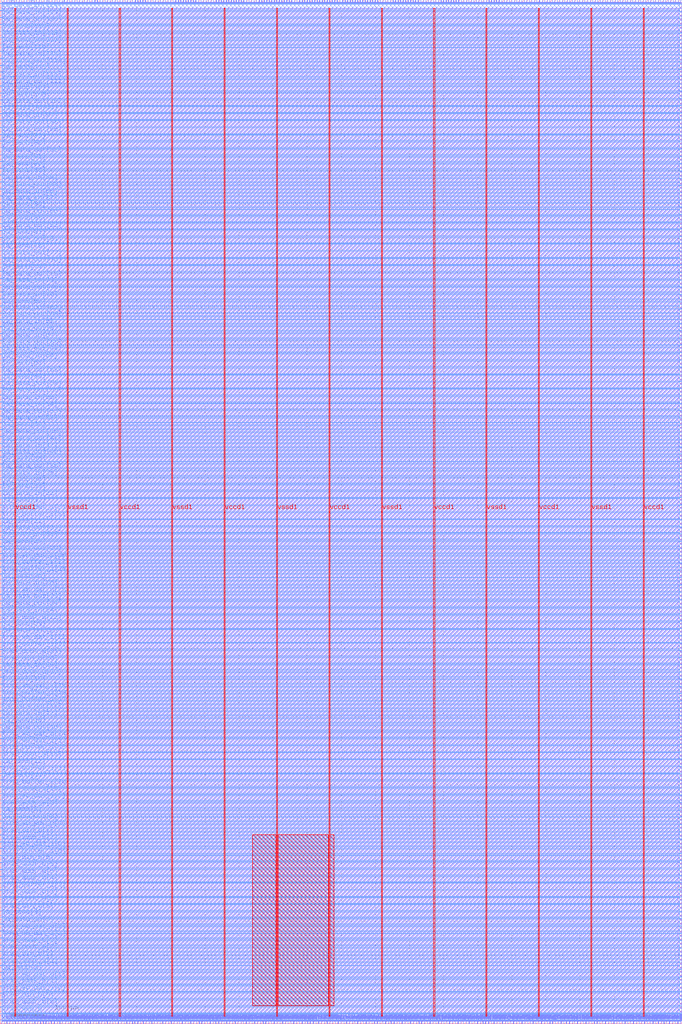
<source format=lef>
VERSION 5.7 ;
  NOWIREEXTENSIONATPIN ON ;
  DIVIDERCHAR "/" ;
  BUSBITCHARS "[]" ;
MACRO user_proj_example
  CLASS BLOCK ;
  FOREIGN user_proj_example ;
  ORIGIN 0.000 0.000 ;
  SIZE 1000.000 BY 1500.000 ;
  PIN io_in[0]
    DIRECTION INPUT ;
    USE SIGNAL ;
    PORT
      LAYER met2 ;
        RECT 1.930 1496.000 2.210 1500.000 ;
    END
  END io_in[0]
  PIN io_in[10]
    DIRECTION INPUT ;
    USE SIGNAL ;
    PORT
      LAYER met2 ;
        RECT 112.790 1496.000 113.070 1500.000 ;
    END
  END io_in[10]
  PIN io_in[11]
    DIRECTION INPUT ;
    USE SIGNAL ;
    PORT
      LAYER met2 ;
        RECT 123.830 1496.000 124.110 1500.000 ;
    END
  END io_in[11]
  PIN io_in[12]
    DIRECTION INPUT ;
    USE SIGNAL ;
    PORT
      LAYER met2 ;
        RECT 134.870 1496.000 135.150 1500.000 ;
    END
  END io_in[12]
  PIN io_in[13]
    DIRECTION INPUT ;
    USE SIGNAL ;
    PORT
      LAYER met2 ;
        RECT 146.370 1496.000 146.650 1500.000 ;
    END
  END io_in[13]
  PIN io_in[14]
    DIRECTION INPUT ;
    USE SIGNAL ;
    PORT
      LAYER met2 ;
        RECT 157.410 1496.000 157.690 1500.000 ;
    END
  END io_in[14]
  PIN io_in[15]
    DIRECTION INPUT ;
    USE SIGNAL ;
    PORT
      LAYER met2 ;
        RECT 168.450 1496.000 168.730 1500.000 ;
    END
  END io_in[15]
  PIN io_in[16]
    DIRECTION INPUT ;
    USE SIGNAL ;
    PORT
      LAYER met2 ;
        RECT 179.490 1496.000 179.770 1500.000 ;
    END
  END io_in[16]
  PIN io_in[17]
    DIRECTION INPUT ;
    USE SIGNAL ;
    PORT
      LAYER met2 ;
        RECT 190.530 1496.000 190.810 1500.000 ;
    END
  END io_in[17]
  PIN io_in[18]
    DIRECTION INPUT ;
    USE SIGNAL ;
    PORT
      LAYER met2 ;
        RECT 201.570 1496.000 201.850 1500.000 ;
    END
  END io_in[18]
  PIN io_in[19]
    DIRECTION INPUT ;
    USE SIGNAL ;
    PORT
      LAYER met2 ;
        RECT 212.610 1496.000 212.890 1500.000 ;
    END
  END io_in[19]
  PIN io_in[1]
    DIRECTION INPUT ;
    USE SIGNAL ;
    PORT
      LAYER met2 ;
        RECT 12.970 1496.000 13.250 1500.000 ;
    END
  END io_in[1]
  PIN io_in[20]
    DIRECTION INPUT ;
    USE SIGNAL ;
    PORT
      LAYER met2 ;
        RECT 224.110 1496.000 224.390 1500.000 ;
    END
  END io_in[20]
  PIN io_in[21]
    DIRECTION INPUT ;
    USE SIGNAL ;
    PORT
      LAYER met2 ;
        RECT 235.150 1496.000 235.430 1500.000 ;
    END
  END io_in[21]
  PIN io_in[22]
    DIRECTION INPUT ;
    USE SIGNAL ;
    PORT
      LAYER met2 ;
        RECT 246.190 1496.000 246.470 1500.000 ;
    END
  END io_in[22]
  PIN io_in[23]
    DIRECTION INPUT ;
    USE SIGNAL ;
    PORT
      LAYER met2 ;
        RECT 257.230 1496.000 257.510 1500.000 ;
    END
  END io_in[23]
  PIN io_in[24]
    DIRECTION INPUT ;
    USE SIGNAL ;
    PORT
      LAYER met2 ;
        RECT 268.270 1496.000 268.550 1500.000 ;
    END
  END io_in[24]
  PIN io_in[25]
    DIRECTION INPUT ;
    USE SIGNAL ;
    PORT
      LAYER met2 ;
        RECT 279.310 1496.000 279.590 1500.000 ;
    END
  END io_in[25]
  PIN io_in[26]
    DIRECTION INPUT ;
    USE SIGNAL ;
    PORT
      LAYER met2 ;
        RECT 290.810 1496.000 291.090 1500.000 ;
    END
  END io_in[26]
  PIN io_in[27]
    DIRECTION INPUT ;
    USE SIGNAL ;
    PORT
      LAYER met2 ;
        RECT 301.850 1496.000 302.130 1500.000 ;
    END
  END io_in[27]
  PIN io_in[28]
    DIRECTION INPUT ;
    USE SIGNAL ;
    PORT
      LAYER met2 ;
        RECT 312.890 1496.000 313.170 1500.000 ;
    END
  END io_in[28]
  PIN io_in[29]
    DIRECTION INPUT ;
    USE SIGNAL ;
    PORT
      LAYER met2 ;
        RECT 323.930 1496.000 324.210 1500.000 ;
    END
  END io_in[29]
  PIN io_in[2]
    DIRECTION INPUT ;
    USE SIGNAL ;
    PORT
      LAYER met2 ;
        RECT 24.010 1496.000 24.290 1500.000 ;
    END
  END io_in[2]
  PIN io_in[30]
    DIRECTION INPUT ;
    USE SIGNAL ;
    PORT
      LAYER met2 ;
        RECT 334.970 1496.000 335.250 1500.000 ;
    END
  END io_in[30]
  PIN io_in[31]
    DIRECTION INPUT ;
    USE SIGNAL ;
    PORT
      LAYER met2 ;
        RECT 346.010 1496.000 346.290 1500.000 ;
    END
  END io_in[31]
  PIN io_in[32]
    DIRECTION INPUT ;
    USE SIGNAL ;
    PORT
      LAYER met2 ;
        RECT 357.050 1496.000 357.330 1500.000 ;
    END
  END io_in[32]
  PIN io_in[33]
    DIRECTION INPUT ;
    USE SIGNAL ;
    PORT
      LAYER met2 ;
        RECT 368.550 1496.000 368.830 1500.000 ;
    END
  END io_in[33]
  PIN io_in[34]
    DIRECTION INPUT ;
    USE SIGNAL ;
    PORT
      LAYER met2 ;
        RECT 379.590 1496.000 379.870 1500.000 ;
    END
  END io_in[34]
  PIN io_in[35]
    DIRECTION INPUT ;
    USE SIGNAL ;
    PORT
      LAYER met2 ;
        RECT 390.630 1496.000 390.910 1500.000 ;
    END
  END io_in[35]
  PIN io_in[36]
    DIRECTION INPUT ;
    USE SIGNAL ;
    PORT
      LAYER met2 ;
        RECT 401.670 1496.000 401.950 1500.000 ;
    END
  END io_in[36]
  PIN io_in[37]
    DIRECTION INPUT ;
    USE SIGNAL ;
    PORT
      LAYER met2 ;
        RECT 412.710 1496.000 412.990 1500.000 ;
    END
  END io_in[37]
  PIN io_in[3]
    DIRECTION INPUT ;
    USE SIGNAL ;
    PORT
      LAYER met2 ;
        RECT 35.050 1496.000 35.330 1500.000 ;
    END
  END io_in[3]
  PIN io_in[4]
    DIRECTION INPUT ;
    USE SIGNAL ;
    PORT
      LAYER met2 ;
        RECT 46.090 1496.000 46.370 1500.000 ;
    END
  END io_in[4]
  PIN io_in[5]
    DIRECTION INPUT ;
    USE SIGNAL ;
    PORT
      LAYER met2 ;
        RECT 57.130 1496.000 57.410 1500.000 ;
    END
  END io_in[5]
  PIN io_in[6]
    DIRECTION INPUT ;
    USE SIGNAL ;
    PORT
      LAYER met2 ;
        RECT 68.170 1496.000 68.450 1500.000 ;
    END
  END io_in[6]
  PIN io_in[7]
    DIRECTION INPUT ;
    USE SIGNAL ;
    PORT
      LAYER met2 ;
        RECT 79.670 1496.000 79.950 1500.000 ;
    END
  END io_in[7]
  PIN io_in[8]
    DIRECTION INPUT ;
    USE SIGNAL ;
    PORT
      LAYER met2 ;
        RECT 90.710 1496.000 90.990 1500.000 ;
    END
  END io_in[8]
  PIN io_in[9]
    DIRECTION INPUT ;
    USE SIGNAL ;
    PORT
      LAYER met2 ;
        RECT 101.750 1496.000 102.030 1500.000 ;
    END
  END io_in[9]
  PIN io_oeb[0]
    DIRECTION OUTPUT TRISTATE ;
    USE SIGNAL ;
    PORT
      LAYER met2 ;
        RECT 5.610 1496.000 5.890 1500.000 ;
    END
  END io_oeb[0]
  PIN io_oeb[10]
    DIRECTION OUTPUT TRISTATE ;
    USE SIGNAL ;
    PORT
      LAYER met2 ;
        RECT 116.470 1496.000 116.750 1500.000 ;
    END
  END io_oeb[10]
  PIN io_oeb[11]
    DIRECTION OUTPUT TRISTATE ;
    USE SIGNAL ;
    PORT
      LAYER met2 ;
        RECT 127.510 1496.000 127.790 1500.000 ;
    END
  END io_oeb[11]
  PIN io_oeb[12]
    DIRECTION OUTPUT TRISTATE ;
    USE SIGNAL ;
    PORT
      LAYER met2 ;
        RECT 138.550 1496.000 138.830 1500.000 ;
    END
  END io_oeb[12]
  PIN io_oeb[13]
    DIRECTION OUTPUT TRISTATE ;
    USE SIGNAL ;
    PORT
      LAYER met2 ;
        RECT 150.050 1496.000 150.330 1500.000 ;
    END
  END io_oeb[13]
  PIN io_oeb[14]
    DIRECTION OUTPUT TRISTATE ;
    USE SIGNAL ;
    PORT
      LAYER met2 ;
        RECT 161.090 1496.000 161.370 1500.000 ;
    END
  END io_oeb[14]
  PIN io_oeb[15]
    DIRECTION OUTPUT TRISTATE ;
    USE SIGNAL ;
    PORT
      LAYER met2 ;
        RECT 172.130 1496.000 172.410 1500.000 ;
    END
  END io_oeb[15]
  PIN io_oeb[16]
    DIRECTION OUTPUT TRISTATE ;
    USE SIGNAL ;
    PORT
      LAYER met2 ;
        RECT 183.170 1496.000 183.450 1500.000 ;
    END
  END io_oeb[16]
  PIN io_oeb[17]
    DIRECTION OUTPUT TRISTATE ;
    USE SIGNAL ;
    PORT
      LAYER met2 ;
        RECT 194.210 1496.000 194.490 1500.000 ;
    END
  END io_oeb[17]
  PIN io_oeb[18]
    DIRECTION OUTPUT TRISTATE ;
    USE SIGNAL ;
    PORT
      LAYER met2 ;
        RECT 205.250 1496.000 205.530 1500.000 ;
    END
  END io_oeb[18]
  PIN io_oeb[19]
    DIRECTION OUTPUT TRISTATE ;
    USE SIGNAL ;
    PORT
      LAYER met2 ;
        RECT 216.750 1496.000 217.030 1500.000 ;
    END
  END io_oeb[19]
  PIN io_oeb[1]
    DIRECTION OUTPUT TRISTATE ;
    USE SIGNAL ;
    PORT
      LAYER met2 ;
        RECT 16.650 1496.000 16.930 1500.000 ;
    END
  END io_oeb[1]
  PIN io_oeb[20]
    DIRECTION OUTPUT TRISTATE ;
    USE SIGNAL ;
    PORT
      LAYER met2 ;
        RECT 227.790 1496.000 228.070 1500.000 ;
    END
  END io_oeb[20]
  PIN io_oeb[21]
    DIRECTION OUTPUT TRISTATE ;
    USE SIGNAL ;
    PORT
      LAYER met2 ;
        RECT 238.830 1496.000 239.110 1500.000 ;
    END
  END io_oeb[21]
  PIN io_oeb[22]
    DIRECTION OUTPUT TRISTATE ;
    USE SIGNAL ;
    PORT
      LAYER met2 ;
        RECT 249.870 1496.000 250.150 1500.000 ;
    END
  END io_oeb[22]
  PIN io_oeb[23]
    DIRECTION OUTPUT TRISTATE ;
    USE SIGNAL ;
    PORT
      LAYER met2 ;
        RECT 260.910 1496.000 261.190 1500.000 ;
    END
  END io_oeb[23]
  PIN io_oeb[24]
    DIRECTION OUTPUT TRISTATE ;
    USE SIGNAL ;
    PORT
      LAYER met2 ;
        RECT 271.950 1496.000 272.230 1500.000 ;
    END
  END io_oeb[24]
  PIN io_oeb[25]
    DIRECTION OUTPUT TRISTATE ;
    USE SIGNAL ;
    PORT
      LAYER met2 ;
        RECT 282.990 1496.000 283.270 1500.000 ;
    END
  END io_oeb[25]
  PIN io_oeb[26]
    DIRECTION OUTPUT TRISTATE ;
    USE SIGNAL ;
    PORT
      LAYER met2 ;
        RECT 294.490 1496.000 294.770 1500.000 ;
    END
  END io_oeb[26]
  PIN io_oeb[27]
    DIRECTION OUTPUT TRISTATE ;
    USE SIGNAL ;
    PORT
      LAYER met2 ;
        RECT 305.530 1496.000 305.810 1500.000 ;
    END
  END io_oeb[27]
  PIN io_oeb[28]
    DIRECTION OUTPUT TRISTATE ;
    USE SIGNAL ;
    PORT
      LAYER met2 ;
        RECT 316.570 1496.000 316.850 1500.000 ;
    END
  END io_oeb[28]
  PIN io_oeb[29]
    DIRECTION OUTPUT TRISTATE ;
    USE SIGNAL ;
    PORT
      LAYER met2 ;
        RECT 327.610 1496.000 327.890 1500.000 ;
    END
  END io_oeb[29]
  PIN io_oeb[2]
    DIRECTION OUTPUT TRISTATE ;
    USE SIGNAL ;
    PORT
      LAYER met2 ;
        RECT 27.690 1496.000 27.970 1500.000 ;
    END
  END io_oeb[2]
  PIN io_oeb[30]
    DIRECTION OUTPUT TRISTATE ;
    USE SIGNAL ;
    PORT
      LAYER met2 ;
        RECT 338.650 1496.000 338.930 1500.000 ;
    END
  END io_oeb[30]
  PIN io_oeb[31]
    DIRECTION OUTPUT TRISTATE ;
    USE SIGNAL ;
    PORT
      LAYER met2 ;
        RECT 349.690 1496.000 349.970 1500.000 ;
    END
  END io_oeb[31]
  PIN io_oeb[32]
    DIRECTION OUTPUT TRISTATE ;
    USE SIGNAL ;
    PORT
      LAYER met2 ;
        RECT 361.190 1496.000 361.470 1500.000 ;
    END
  END io_oeb[32]
  PIN io_oeb[33]
    DIRECTION OUTPUT TRISTATE ;
    USE SIGNAL ;
    PORT
      LAYER met2 ;
        RECT 372.230 1496.000 372.510 1500.000 ;
    END
  END io_oeb[33]
  PIN io_oeb[34]
    DIRECTION OUTPUT TRISTATE ;
    USE SIGNAL ;
    PORT
      LAYER met2 ;
        RECT 383.270 1496.000 383.550 1500.000 ;
    END
  END io_oeb[34]
  PIN io_oeb[35]
    DIRECTION OUTPUT TRISTATE ;
    USE SIGNAL ;
    PORT
      LAYER met2 ;
        RECT 394.310 1496.000 394.590 1500.000 ;
    END
  END io_oeb[35]
  PIN io_oeb[36]
    DIRECTION OUTPUT TRISTATE ;
    USE SIGNAL ;
    PORT
      LAYER met2 ;
        RECT 405.350 1496.000 405.630 1500.000 ;
    END
  END io_oeb[36]
  PIN io_oeb[37]
    DIRECTION OUTPUT TRISTATE ;
    USE SIGNAL ;
    PORT
      LAYER met2 ;
        RECT 416.390 1496.000 416.670 1500.000 ;
    END
  END io_oeb[37]
  PIN io_oeb[3]
    DIRECTION OUTPUT TRISTATE ;
    USE SIGNAL ;
    PORT
      LAYER met2 ;
        RECT 38.730 1496.000 39.010 1500.000 ;
    END
  END io_oeb[3]
  PIN io_oeb[4]
    DIRECTION OUTPUT TRISTATE ;
    USE SIGNAL ;
    PORT
      LAYER met2 ;
        RECT 49.770 1496.000 50.050 1500.000 ;
    END
  END io_oeb[4]
  PIN io_oeb[5]
    DIRECTION OUTPUT TRISTATE ;
    USE SIGNAL ;
    PORT
      LAYER met2 ;
        RECT 60.810 1496.000 61.090 1500.000 ;
    END
  END io_oeb[5]
  PIN io_oeb[6]
    DIRECTION OUTPUT TRISTATE ;
    USE SIGNAL ;
    PORT
      LAYER met2 ;
        RECT 71.850 1496.000 72.130 1500.000 ;
    END
  END io_oeb[6]
  PIN io_oeb[7]
    DIRECTION OUTPUT TRISTATE ;
    USE SIGNAL ;
    PORT
      LAYER met2 ;
        RECT 83.350 1496.000 83.630 1500.000 ;
    END
  END io_oeb[7]
  PIN io_oeb[8]
    DIRECTION OUTPUT TRISTATE ;
    USE SIGNAL ;
    PORT
      LAYER met2 ;
        RECT 94.390 1496.000 94.670 1500.000 ;
    END
  END io_oeb[8]
  PIN io_oeb[9]
    DIRECTION OUTPUT TRISTATE ;
    USE SIGNAL ;
    PORT
      LAYER met2 ;
        RECT 105.430 1496.000 105.710 1500.000 ;
    END
  END io_oeb[9]
  PIN io_out[0]
    DIRECTION OUTPUT TRISTATE ;
    USE SIGNAL ;
    PORT
      LAYER met2 ;
        RECT 9.290 1496.000 9.570 1500.000 ;
    END
  END io_out[0]
  PIN io_out[10]
    DIRECTION OUTPUT TRISTATE ;
    USE SIGNAL ;
    PORT
      LAYER met2 ;
        RECT 120.150 1496.000 120.430 1500.000 ;
    END
  END io_out[10]
  PIN io_out[11]
    DIRECTION OUTPUT TRISTATE ;
    USE SIGNAL ;
    PORT
      LAYER met2 ;
        RECT 131.190 1496.000 131.470 1500.000 ;
    END
  END io_out[11]
  PIN io_out[12]
    DIRECTION OUTPUT TRISTATE ;
    USE SIGNAL ;
    PORT
      LAYER met2 ;
        RECT 142.230 1496.000 142.510 1500.000 ;
    END
  END io_out[12]
  PIN io_out[13]
    DIRECTION OUTPUT TRISTATE ;
    USE SIGNAL ;
    PORT
      LAYER met2 ;
        RECT 153.730 1496.000 154.010 1500.000 ;
    END
  END io_out[13]
  PIN io_out[14]
    DIRECTION OUTPUT TRISTATE ;
    USE SIGNAL ;
    PORT
      LAYER met2 ;
        RECT 164.770 1496.000 165.050 1500.000 ;
    END
  END io_out[14]
  PIN io_out[15]
    DIRECTION OUTPUT TRISTATE ;
    USE SIGNAL ;
    PORT
      LAYER met2 ;
        RECT 175.810 1496.000 176.090 1500.000 ;
    END
  END io_out[15]
  PIN io_out[16]
    DIRECTION OUTPUT TRISTATE ;
    USE SIGNAL ;
    PORT
      LAYER met2 ;
        RECT 186.850 1496.000 187.130 1500.000 ;
    END
  END io_out[16]
  PIN io_out[17]
    DIRECTION OUTPUT TRISTATE ;
    USE SIGNAL ;
    PORT
      LAYER met2 ;
        RECT 197.890 1496.000 198.170 1500.000 ;
    END
  END io_out[17]
  PIN io_out[18]
    DIRECTION OUTPUT TRISTATE ;
    USE SIGNAL ;
    PORT
      LAYER met2 ;
        RECT 208.930 1496.000 209.210 1500.000 ;
    END
  END io_out[18]
  PIN io_out[19]
    DIRECTION OUTPUT TRISTATE ;
    USE SIGNAL ;
    PORT
      LAYER met2 ;
        RECT 220.430 1496.000 220.710 1500.000 ;
    END
  END io_out[19]
  PIN io_out[1]
    DIRECTION OUTPUT TRISTATE ;
    USE SIGNAL ;
    PORT
      LAYER met2 ;
        RECT 20.330 1496.000 20.610 1500.000 ;
    END
  END io_out[1]
  PIN io_out[20]
    DIRECTION OUTPUT TRISTATE ;
    USE SIGNAL ;
    PORT
      LAYER met2 ;
        RECT 231.470 1496.000 231.750 1500.000 ;
    END
  END io_out[20]
  PIN io_out[21]
    DIRECTION OUTPUT TRISTATE ;
    USE SIGNAL ;
    PORT
      LAYER met2 ;
        RECT 242.510 1496.000 242.790 1500.000 ;
    END
  END io_out[21]
  PIN io_out[22]
    DIRECTION OUTPUT TRISTATE ;
    USE SIGNAL ;
    PORT
      LAYER met2 ;
        RECT 253.550 1496.000 253.830 1500.000 ;
    END
  END io_out[22]
  PIN io_out[23]
    DIRECTION OUTPUT TRISTATE ;
    USE SIGNAL ;
    PORT
      LAYER met2 ;
        RECT 264.590 1496.000 264.870 1500.000 ;
    END
  END io_out[23]
  PIN io_out[24]
    DIRECTION OUTPUT TRISTATE ;
    USE SIGNAL ;
    PORT
      LAYER met2 ;
        RECT 275.630 1496.000 275.910 1500.000 ;
    END
  END io_out[24]
  PIN io_out[25]
    DIRECTION OUTPUT TRISTATE ;
    USE SIGNAL ;
    PORT
      LAYER met2 ;
        RECT 286.670 1496.000 286.950 1500.000 ;
    END
  END io_out[25]
  PIN io_out[26]
    DIRECTION OUTPUT TRISTATE ;
    USE SIGNAL ;
    PORT
      LAYER met2 ;
        RECT 298.170 1496.000 298.450 1500.000 ;
    END
  END io_out[26]
  PIN io_out[27]
    DIRECTION OUTPUT TRISTATE ;
    USE SIGNAL ;
    PORT
      LAYER met2 ;
        RECT 309.210 1496.000 309.490 1500.000 ;
    END
  END io_out[27]
  PIN io_out[28]
    DIRECTION OUTPUT TRISTATE ;
    USE SIGNAL ;
    PORT
      LAYER met2 ;
        RECT 320.250 1496.000 320.530 1500.000 ;
    END
  END io_out[28]
  PIN io_out[29]
    DIRECTION OUTPUT TRISTATE ;
    USE SIGNAL ;
    PORT
      LAYER met2 ;
        RECT 331.290 1496.000 331.570 1500.000 ;
    END
  END io_out[29]
  PIN io_out[2]
    DIRECTION OUTPUT TRISTATE ;
    USE SIGNAL ;
    PORT
      LAYER met2 ;
        RECT 31.370 1496.000 31.650 1500.000 ;
    END
  END io_out[2]
  PIN io_out[30]
    DIRECTION OUTPUT TRISTATE ;
    USE SIGNAL ;
    PORT
      LAYER met2 ;
        RECT 342.330 1496.000 342.610 1500.000 ;
    END
  END io_out[30]
  PIN io_out[31]
    DIRECTION OUTPUT TRISTATE ;
    USE SIGNAL ;
    PORT
      LAYER met2 ;
        RECT 353.370 1496.000 353.650 1500.000 ;
    END
  END io_out[31]
  PIN io_out[32]
    DIRECTION OUTPUT TRISTATE ;
    USE SIGNAL ;
    PORT
      LAYER met2 ;
        RECT 364.870 1496.000 365.150 1500.000 ;
    END
  END io_out[32]
  PIN io_out[33]
    DIRECTION OUTPUT TRISTATE ;
    USE SIGNAL ;
    PORT
      LAYER met2 ;
        RECT 375.910 1496.000 376.190 1500.000 ;
    END
  END io_out[33]
  PIN io_out[34]
    DIRECTION OUTPUT TRISTATE ;
    USE SIGNAL ;
    PORT
      LAYER met2 ;
        RECT 386.950 1496.000 387.230 1500.000 ;
    END
  END io_out[34]
  PIN io_out[35]
    DIRECTION OUTPUT TRISTATE ;
    USE SIGNAL ;
    PORT
      LAYER met2 ;
        RECT 397.990 1496.000 398.270 1500.000 ;
    END
  END io_out[35]
  PIN io_out[36]
    DIRECTION OUTPUT TRISTATE ;
    USE SIGNAL ;
    PORT
      LAYER met2 ;
        RECT 409.030 1496.000 409.310 1500.000 ;
    END
  END io_out[36]
  PIN io_out[37]
    DIRECTION OUTPUT TRISTATE ;
    USE SIGNAL ;
    PORT
      LAYER met2 ;
        RECT 420.070 1496.000 420.350 1500.000 ;
    END
  END io_out[37]
  PIN io_out[3]
    DIRECTION OUTPUT TRISTATE ;
    USE SIGNAL ;
    PORT
      LAYER met2 ;
        RECT 42.410 1496.000 42.690 1500.000 ;
    END
  END io_out[3]
  PIN io_out[4]
    DIRECTION OUTPUT TRISTATE ;
    USE SIGNAL ;
    PORT
      LAYER met2 ;
        RECT 53.450 1496.000 53.730 1500.000 ;
    END
  END io_out[4]
  PIN io_out[5]
    DIRECTION OUTPUT TRISTATE ;
    USE SIGNAL ;
    PORT
      LAYER met2 ;
        RECT 64.490 1496.000 64.770 1500.000 ;
    END
  END io_out[5]
  PIN io_out[6]
    DIRECTION OUTPUT TRISTATE ;
    USE SIGNAL ;
    PORT
      LAYER met2 ;
        RECT 75.990 1496.000 76.270 1500.000 ;
    END
  END io_out[6]
  PIN io_out[7]
    DIRECTION OUTPUT TRISTATE ;
    USE SIGNAL ;
    PORT
      LAYER met2 ;
        RECT 87.030 1496.000 87.310 1500.000 ;
    END
  END io_out[7]
  PIN io_out[8]
    DIRECTION OUTPUT TRISTATE ;
    USE SIGNAL ;
    PORT
      LAYER met2 ;
        RECT 98.070 1496.000 98.350 1500.000 ;
    END
  END io_out[8]
  PIN io_out[9]
    DIRECTION OUTPUT TRISTATE ;
    USE SIGNAL ;
    PORT
      LAYER met2 ;
        RECT 109.110 1496.000 109.390 1500.000 ;
    END
  END io_out[9]
  PIN irq[0]
    DIRECTION OUTPUT TRISTATE ;
    USE SIGNAL ;
    PORT
      LAYER met2 ;
        RECT 434.330 0.000 434.610 4.000 ;
    END
  END irq[0]
  PIN irq[1]
    DIRECTION OUTPUT TRISTATE ;
    USE SIGNAL ;
    PORT
      LAYER met2 ;
        RECT 438.470 0.000 438.750 4.000 ;
    END
  END irq[1]
  PIN irq[2]
    DIRECTION OUTPUT TRISTATE ;
    USE SIGNAL ;
    PORT
      LAYER met2 ;
        RECT 442.610 0.000 442.890 4.000 ;
    END
  END irq[2]
  PIN la_data_in[0]
    DIRECTION INPUT ;
    USE SIGNAL ;
    PORT
      LAYER met3 ;
        RECT 996.000 4.800 1000.000 5.400 ;
    END
  END la_data_in[0]
  PIN la_data_in[100]
    DIRECTION INPUT ;
    USE SIGNAL ;
    PORT
      LAYER met3 ;
        RECT 996.000 1324.000 1000.000 1324.600 ;
    END
  END la_data_in[100]
  PIN la_data_in[101]
    DIRECTION INPUT ;
    USE SIGNAL ;
    PORT
      LAYER met2 ;
        RECT 924.230 0.000 924.510 4.000 ;
    END
  END la_data_in[101]
  PIN la_data_in[102]
    DIRECTION INPUT ;
    USE SIGNAL ;
    PORT
      LAYER met3 ;
        RECT 996.000 1345.080 1000.000 1345.680 ;
    END
  END la_data_in[102]
  PIN la_data_in[103]
    DIRECTION INPUT ;
    USE SIGNAL ;
    PORT
      LAYER met2 ;
        RECT 898.010 1496.000 898.290 1500.000 ;
    END
  END la_data_in[103]
  PIN la_data_in[104]
    DIRECTION INPUT ;
    USE SIGNAL ;
    PORT
      LAYER met3 ;
        RECT 996.000 1355.280 1000.000 1355.880 ;
    END
  END la_data_in[104]
  PIN la_data_in[105]
    DIRECTION INPUT ;
    USE SIGNAL ;
    PORT
      LAYER met2 ;
        RECT 909.050 1496.000 909.330 1500.000 ;
    END
  END la_data_in[105]
  PIN la_data_in[106]
    DIRECTION INPUT ;
    USE SIGNAL ;
    PORT
      LAYER met2 ;
        RECT 936.650 0.000 936.930 4.000 ;
    END
  END la_data_in[106]
  PIN la_data_in[107]
    DIRECTION INPUT ;
    USE SIGNAL ;
    PORT
      LAYER met3 ;
        RECT 996.000 1366.160 1000.000 1366.760 ;
    END
  END la_data_in[107]
  PIN la_data_in[108]
    DIRECTION INPUT ;
    USE SIGNAL ;
    PORT
      LAYER met2 ;
        RECT 920.090 1496.000 920.370 1500.000 ;
    END
  END la_data_in[108]
  PIN la_data_in[109]
    DIRECTION INPUT ;
    USE SIGNAL ;
    PORT
      LAYER met2 ;
        RECT 948.610 0.000 948.890 4.000 ;
    END
  END la_data_in[109]
  PIN la_data_in[10]
    DIRECTION INPUT ;
    USE SIGNAL ;
    PORT
      LAYER met2 ;
        RECT 516.670 1496.000 516.950 1500.000 ;
    END
  END la_data_in[10]
  PIN la_data_in[110]
    DIRECTION INPUT ;
    USE SIGNAL ;
    PORT
      LAYER met2 ;
        RECT 931.590 1496.000 931.870 1500.000 ;
    END
  END la_data_in[110]
  PIN la_data_in[111]
    DIRECTION INPUT ;
    USE SIGNAL ;
    PORT
      LAYER met2 ;
        RECT 938.950 1496.000 939.230 1500.000 ;
    END
  END la_data_in[111]
  PIN la_data_in[112]
    DIRECTION INPUT ;
    USE SIGNAL ;
    PORT
      LAYER met2 ;
        RECT 946.310 1496.000 946.590 1500.000 ;
    END
  END la_data_in[112]
  PIN la_data_in[113]
    DIRECTION INPUT ;
    USE SIGNAL ;
    PORT
      LAYER met3 ;
        RECT 0.000 1383.840 4.000 1384.440 ;
    END
  END la_data_in[113]
  PIN la_data_in[114]
    DIRECTION INPUT ;
    USE SIGNAL ;
    PORT
      LAYER met3 ;
        RECT 996.000 1398.120 1000.000 1398.720 ;
    END
  END la_data_in[114]
  PIN la_data_in[115]
    DIRECTION INPUT ;
    USE SIGNAL ;
    PORT
      LAYER met3 ;
        RECT 0.000 1413.760 4.000 1414.360 ;
    END
  END la_data_in[115]
  PIN la_data_in[116]
    DIRECTION INPUT ;
    USE SIGNAL ;
    PORT
      LAYER met2 ;
        RECT 957.350 1496.000 957.630 1500.000 ;
    END
  END la_data_in[116]
  PIN la_data_in[117]
    DIRECTION INPUT ;
    USE SIGNAL ;
    PORT
      LAYER met3 ;
        RECT 0.000 1434.160 4.000 1434.760 ;
    END
  END la_data_in[117]
  PIN la_data_in[118]
    DIRECTION INPUT ;
    USE SIGNAL ;
    PORT
      LAYER met3 ;
        RECT 0.000 1444.360 4.000 1444.960 ;
    END
  END la_data_in[118]
  PIN la_data_in[119]
    DIRECTION INPUT ;
    USE SIGNAL ;
    PORT
      LAYER met3 ;
        RECT 996.000 1440.960 1000.000 1441.560 ;
    END
  END la_data_in[119]
  PIN la_data_in[11]
    DIRECTION INPUT ;
    USE SIGNAL ;
    PORT
      LAYER met3 ;
        RECT 996.000 323.720 1000.000 324.320 ;
    END
  END la_data_in[11]
  PIN la_data_in[120]
    DIRECTION INPUT ;
    USE SIGNAL ;
    PORT
      LAYER met3 ;
        RECT 0.000 1464.080 4.000 1464.680 ;
    END
  END la_data_in[120]
  PIN la_data_in[121]
    DIRECTION INPUT ;
    USE SIGNAL ;
    PORT
      LAYER met2 ;
        RECT 972.990 0.000 973.270 4.000 ;
    END
  END la_data_in[121]
  PIN la_data_in[122]
    DIRECTION INPUT ;
    USE SIGNAL ;
    PORT
      LAYER met2 ;
        RECT 979.430 1496.000 979.710 1500.000 ;
    END
  END la_data_in[122]
  PIN la_data_in[123]
    DIRECTION INPUT ;
    USE SIGNAL ;
    PORT
      LAYER met3 ;
        RECT 0.000 1474.280 4.000 1474.880 ;
    END
  END la_data_in[123]
  PIN la_data_in[124]
    DIRECTION INPUT ;
    USE SIGNAL ;
    PORT
      LAYER met3 ;
        RECT 0.000 1484.480 4.000 1485.080 ;
    END
  END la_data_in[124]
  PIN la_data_in[125]
    DIRECTION INPUT ;
    USE SIGNAL ;
    PORT
      LAYER met2 ;
        RECT 989.550 0.000 989.830 4.000 ;
    END
  END la_data_in[125]
  PIN la_data_in[126]
    DIRECTION INPUT ;
    USE SIGNAL ;
    PORT
      LAYER met2 ;
        RECT 994.150 1496.000 994.430 1500.000 ;
    END
  END la_data_in[126]
  PIN la_data_in[127]
    DIRECTION INPUT ;
    USE SIGNAL ;
    PORT
      LAYER met3 ;
        RECT 996.000 1494.000 1000.000 1494.600 ;
    END
  END la_data_in[127]
  PIN la_data_in[12]
    DIRECTION INPUT ;
    USE SIGNAL ;
    PORT
      LAYER met2 ;
        RECT 524.030 1496.000 524.310 1500.000 ;
    END
  END la_data_in[12]
  PIN la_data_in[13]
    DIRECTION INPUT ;
    USE SIGNAL ;
    PORT
      LAYER met2 ;
        RECT 601.770 0.000 602.050 4.000 ;
    END
  END la_data_in[13]
  PIN la_data_in[14]
    DIRECTION INPUT ;
    USE SIGNAL ;
    PORT
      LAYER met2 ;
        RECT 610.050 0.000 610.330 4.000 ;
    END
  END la_data_in[14]
  PIN la_data_in[15]
    DIRECTION INPUT ;
    USE SIGNAL ;
    PORT
      LAYER met2 ;
        RECT 542.430 1496.000 542.710 1500.000 ;
    END
  END la_data_in[15]
  PIN la_data_in[16]
    DIRECTION INPUT ;
    USE SIGNAL ;
    PORT
      LAYER met3 ;
        RECT 996.000 472.640 1000.000 473.240 ;
    END
  END la_data_in[16]
  PIN la_data_in[17]
    DIRECTION INPUT ;
    USE SIGNAL ;
    PORT
      LAYER met3 ;
        RECT 0.000 447.480 4.000 448.080 ;
    END
  END la_data_in[17]
  PIN la_data_in[18]
    DIRECTION INPUT ;
    USE SIGNAL ;
    PORT
      LAYER met2 ;
        RECT 576.010 1496.000 576.290 1500.000 ;
    END
  END la_data_in[18]
  PIN la_data_in[19]
    DIRECTION INPUT ;
    USE SIGNAL ;
    PORT
      LAYER met3 ;
        RECT 996.000 525.680 1000.000 526.280 ;
    END
  END la_data_in[19]
  PIN la_data_in[1]
    DIRECTION INPUT ;
    USE SIGNAL ;
    PORT
      LAYER met2 ;
        RECT 466.990 0.000 467.270 4.000 ;
    END
  END la_data_in[1]
  PIN la_data_in[20]
    DIRECTION INPUT ;
    USE SIGNAL ;
    PORT
      LAYER met3 ;
        RECT 0.000 518.200 4.000 518.800 ;
    END
  END la_data_in[20]
  PIN la_data_in[21]
    DIRECTION INPUT ;
    USE SIGNAL ;
    PORT
      LAYER met3 ;
        RECT 996.000 557.640 1000.000 558.240 ;
    END
  END la_data_in[21]
  PIN la_data_in[22]
    DIRECTION INPUT ;
    USE SIGNAL ;
    PORT
      LAYER met3 ;
        RECT 996.000 568.520 1000.000 569.120 ;
    END
  END la_data_in[22]
  PIN la_data_in[23]
    DIRECTION INPUT ;
    USE SIGNAL ;
    PORT
      LAYER met2 ;
        RECT 627.530 1496.000 627.810 1500.000 ;
    END
  END la_data_in[23]
  PIN la_data_in[24]
    DIRECTION INPUT ;
    USE SIGNAL ;
    PORT
      LAYER met3 ;
        RECT 0.000 598.440 4.000 599.040 ;
    END
  END la_data_in[24]
  PIN la_data_in[25]
    DIRECTION INPUT ;
    USE SIGNAL ;
    PORT
      LAYER met3 ;
        RECT 996.000 621.560 1000.000 622.160 ;
    END
  END la_data_in[25]
  PIN la_data_in[26]
    DIRECTION INPUT ;
    USE SIGNAL ;
    PORT
      LAYER met3 ;
        RECT 0.000 638.560 4.000 639.160 ;
    END
  END la_data_in[26]
  PIN la_data_in[27]
    DIRECTION INPUT ;
    USE SIGNAL ;
    PORT
      LAYER met3 ;
        RECT 996.000 695.680 1000.000 696.280 ;
    END
  END la_data_in[27]
  PIN la_data_in[28]
    DIRECTION INPUT ;
    USE SIGNAL ;
    PORT
      LAYER met2 ;
        RECT 699.750 0.000 700.030 4.000 ;
    END
  END la_data_in[28]
  PIN la_data_in[29]
    DIRECTION INPUT ;
    USE SIGNAL ;
    PORT
      LAYER met3 ;
        RECT 996.000 781.360 1000.000 781.960 ;
    END
  END la_data_in[29]
  PIN la_data_in[2]
    DIRECTION INPUT ;
    USE SIGNAL ;
    PORT
      LAYER met2 ;
        RECT 453.650 1496.000 453.930 1500.000 ;
    END
  END la_data_in[2]
  PIN la_data_in[30]
    DIRECTION INPUT ;
    USE SIGNAL ;
    PORT
      LAYER met2 ;
        RECT 668.470 1496.000 668.750 1500.000 ;
    END
  END la_data_in[30]
  PIN la_data_in[31]
    DIRECTION INPUT ;
    USE SIGNAL ;
    PORT
      LAYER met3 ;
        RECT 0.000 709.280 4.000 709.880 ;
    END
  END la_data_in[31]
  PIN la_data_in[32]
    DIRECTION INPUT ;
    USE SIGNAL ;
    PORT
      LAYER met2 ;
        RECT 686.870 1496.000 687.150 1500.000 ;
    END
  END la_data_in[32]
  PIN la_data_in[33]
    DIRECTION INPUT ;
    USE SIGNAL ;
    PORT
      LAYER met3 ;
        RECT 0.000 769.800 4.000 770.400 ;
    END
  END la_data_in[33]
  PIN la_data_in[34]
    DIRECTION INPUT ;
    USE SIGNAL ;
    PORT
      LAYER met3 ;
        RECT 996.000 866.360 1000.000 866.960 ;
    END
  END la_data_in[34]
  PIN la_data_in[35]
    DIRECTION INPUT ;
    USE SIGNAL ;
    PORT
      LAYER met3 ;
        RECT 0.000 799.720 4.000 800.320 ;
    END
  END la_data_in[35]
  PIN la_data_in[36]
    DIRECTION INPUT ;
    USE SIGNAL ;
    PORT
      LAYER met2 ;
        RECT 724.130 0.000 724.410 4.000 ;
    END
  END la_data_in[36]
  PIN la_data_in[37]
    DIRECTION INPUT ;
    USE SIGNAL ;
    PORT
      LAYER met3 ;
        RECT 996.000 887.440 1000.000 888.040 ;
    END
  END la_data_in[37]
  PIN la_data_in[38]
    DIRECTION INPUT ;
    USE SIGNAL ;
    PORT
      LAYER met2 ;
        RECT 732.410 0.000 732.690 4.000 ;
    END
  END la_data_in[38]
  PIN la_data_in[39]
    DIRECTION INPUT ;
    USE SIGNAL ;
    PORT
      LAYER met3 ;
        RECT 996.000 908.520 1000.000 909.120 ;
    END
  END la_data_in[39]
  PIN la_data_in[3]
    DIRECTION INPUT ;
    USE SIGNAL ;
    PORT
      LAYER met3 ;
        RECT 0.000 145.560 4.000 146.160 ;
    END
  END la_data_in[3]
  PIN la_data_in[40]
    DIRECTION INPUT ;
    USE SIGNAL ;
    PORT
      LAYER met2 ;
        RECT 744.370 0.000 744.650 4.000 ;
    END
  END la_data_in[40]
  PIN la_data_in[41]
    DIRECTION INPUT ;
    USE SIGNAL ;
    PORT
      LAYER met2 ;
        RECT 708.950 1496.000 709.230 1500.000 ;
    END
  END la_data_in[41]
  PIN la_data_in[42]
    DIRECTION INPUT ;
    USE SIGNAL ;
    PORT
      LAYER met2 ;
        RECT 752.650 0.000 752.930 4.000 ;
    END
  END la_data_in[42]
  PIN la_data_in[43]
    DIRECTION INPUT ;
    USE SIGNAL ;
    PORT
      LAYER met2 ;
        RECT 716.770 1496.000 717.050 1500.000 ;
    END
  END la_data_in[43]
  PIN la_data_in[44]
    DIRECTION INPUT ;
    USE SIGNAL ;
    PORT
      LAYER met2 ;
        RECT 765.070 0.000 765.350 4.000 ;
    END
  END la_data_in[44]
  PIN la_data_in[45]
    DIRECTION INPUT ;
    USE SIGNAL ;
    PORT
      LAYER met2 ;
        RECT 773.350 0.000 773.630 4.000 ;
    END
  END la_data_in[45]
  PIN la_data_in[46]
    DIRECTION INPUT ;
    USE SIGNAL ;
    PORT
      LAYER met2 ;
        RECT 777.030 0.000 777.310 4.000 ;
    END
  END la_data_in[46]
  PIN la_data_in[47]
    DIRECTION INPUT ;
    USE SIGNAL ;
    PORT
      LAYER met3 ;
        RECT 0.000 839.840 4.000 840.440 ;
    END
  END la_data_in[47]
  PIN la_data_in[48]
    DIRECTION INPUT ;
    USE SIGNAL ;
    PORT
      LAYER met2 ;
        RECT 727.810 1496.000 728.090 1500.000 ;
    END
  END la_data_in[48]
  PIN la_data_in[49]
    DIRECTION INPUT ;
    USE SIGNAL ;
    PORT
      LAYER met2 ;
        RECT 781.170 0.000 781.450 4.000 ;
    END
  END la_data_in[49]
  PIN la_data_in[4]
    DIRECTION INPUT ;
    USE SIGNAL ;
    PORT
      LAYER met2 ;
        RECT 468.370 1496.000 468.650 1500.000 ;
    END
  END la_data_in[4]
  PIN la_data_in[50]
    DIRECTION INPUT ;
    USE SIGNAL ;
    PORT
      LAYER met2 ;
        RECT 731.490 1496.000 731.770 1500.000 ;
    END
  END la_data_in[50]
  PIN la_data_in[51]
    DIRECTION INPUT ;
    USE SIGNAL ;
    PORT
      LAYER met3 ;
        RECT 0.000 880.640 4.000 881.240 ;
    END
  END la_data_in[51]
  PIN la_data_in[52]
    DIRECTION INPUT ;
    USE SIGNAL ;
    PORT
      LAYER met3 ;
        RECT 996.000 1025.480 1000.000 1026.080 ;
    END
  END la_data_in[52]
  PIN la_data_in[53]
    DIRECTION INPUT ;
    USE SIGNAL ;
    PORT
      LAYER met3 ;
        RECT 996.000 1036.360 1000.000 1036.960 ;
    END
  END la_data_in[53]
  PIN la_data_in[54]
    DIRECTION INPUT ;
    USE SIGNAL ;
    PORT
      LAYER met3 ;
        RECT 0.000 900.360 4.000 900.960 ;
    END
  END la_data_in[54]
  PIN la_data_in[55]
    DIRECTION INPUT ;
    USE SIGNAL ;
    PORT
      LAYER met3 ;
        RECT 0.000 910.560 4.000 911.160 ;
    END
  END la_data_in[55]
  PIN la_data_in[56]
    DIRECTION INPUT ;
    USE SIGNAL ;
    PORT
      LAYER met2 ;
        RECT 749.890 1496.000 750.170 1500.000 ;
    END
  END la_data_in[56]
  PIN la_data_in[57]
    DIRECTION INPUT ;
    USE SIGNAL ;
    PORT
      LAYER met2 ;
        RECT 757.250 1496.000 757.530 1500.000 ;
    END
  END la_data_in[57]
  PIN la_data_in[58]
    DIRECTION INPUT ;
    USE SIGNAL ;
    PORT
      LAYER met2 ;
        RECT 806.010 0.000 806.290 4.000 ;
    END
  END la_data_in[58]
  PIN la_data_in[59]
    DIRECTION INPUT ;
    USE SIGNAL ;
    PORT
      LAYER met2 ;
        RECT 809.690 0.000 809.970 4.000 ;
    END
  END la_data_in[59]
  PIN la_data_in[5]
    DIRECTION INPUT ;
    USE SIGNAL ;
    PORT
      LAYER met2 ;
        RECT 512.070 0.000 512.350 4.000 ;
    END
  END la_data_in[5]
  PIN la_data_in[60]
    DIRECTION INPUT ;
    USE SIGNAL ;
    PORT
      LAYER met2 ;
        RECT 771.970 1496.000 772.250 1500.000 ;
    END
  END la_data_in[60]
  PIN la_data_in[61]
    DIRECTION INPUT ;
    USE SIGNAL ;
    PORT
      LAYER met2 ;
        RECT 779.330 1496.000 779.610 1500.000 ;
    END
  END la_data_in[61]
  PIN la_data_in[62]
    DIRECTION INPUT ;
    USE SIGNAL ;
    PORT
      LAYER met2 ;
        RECT 817.970 0.000 818.250 4.000 ;
    END
  END la_data_in[62]
  PIN la_data_in[63]
    DIRECTION INPUT ;
    USE SIGNAL ;
    PORT
      LAYER met2 ;
        RECT 826.250 0.000 826.530 4.000 ;
    END
  END la_data_in[63]
  PIN la_data_in[64]
    DIRECTION INPUT ;
    USE SIGNAL ;
    PORT
      LAYER met3 ;
        RECT 0.000 971.080 4.000 971.680 ;
    END
  END la_data_in[64]
  PIN la_data_in[65]
    DIRECTION INPUT ;
    USE SIGNAL ;
    PORT
      LAYER met2 ;
        RECT 786.690 1496.000 786.970 1500.000 ;
    END
  END la_data_in[65]
  PIN la_data_in[66]
    DIRECTION INPUT ;
    USE SIGNAL ;
    PORT
      LAYER met2 ;
        RECT 830.390 0.000 830.670 4.000 ;
    END
  END la_data_in[66]
  PIN la_data_in[67]
    DIRECTION INPUT ;
    USE SIGNAL ;
    PORT
      LAYER met3 ;
        RECT 0.000 1001.000 4.000 1001.600 ;
    END
  END la_data_in[67]
  PIN la_data_in[68]
    DIRECTION INPUT ;
    USE SIGNAL ;
    PORT
      LAYER met3 ;
        RECT 0.000 1021.400 4.000 1022.000 ;
    END
  END la_data_in[68]
  PIN la_data_in[69]
    DIRECTION INPUT ;
    USE SIGNAL ;
    PORT
      LAYER met2 ;
        RECT 798.190 1496.000 798.470 1500.000 ;
    END
  END la_data_in[69]
  PIN la_data_in[6]
    DIRECTION INPUT ;
    USE SIGNAL ;
    PORT
      LAYER met2 ;
        RECT 528.170 0.000 528.450 4.000 ;
    END
  END la_data_in[6]
  PIN la_data_in[70]
    DIRECTION INPUT ;
    USE SIGNAL ;
    PORT
      LAYER met3 ;
        RECT 0.000 1061.520 4.000 1062.120 ;
    END
  END la_data_in[70]
  PIN la_data_in[71]
    DIRECTION INPUT ;
    USE SIGNAL ;
    PORT
      LAYER met2 ;
        RECT 834.530 0.000 834.810 4.000 ;
    END
  END la_data_in[71]
  PIN la_data_in[72]
    DIRECTION INPUT ;
    USE SIGNAL ;
    PORT
      LAYER met2 ;
        RECT 805.550 1496.000 805.830 1500.000 ;
    END
  END la_data_in[72]
  PIN la_data_in[73]
    DIRECTION INPUT ;
    USE SIGNAL ;
    PORT
      LAYER met3 ;
        RECT 0.000 1081.920 4.000 1082.520 ;
    END
  END la_data_in[73]
  PIN la_data_in[74]
    DIRECTION INPUT ;
    USE SIGNAL ;
    PORT
      LAYER met3 ;
        RECT 996.000 1174.400 1000.000 1175.000 ;
    END
  END la_data_in[74]
  PIN la_data_in[75]
    DIRECTION INPUT ;
    USE SIGNAL ;
    PORT
      LAYER met2 ;
        RECT 812.910 1496.000 813.190 1500.000 ;
    END
  END la_data_in[75]
  PIN la_data_in[76]
    DIRECTION INPUT ;
    USE SIGNAL ;
    PORT
      LAYER met3 ;
        RECT 996.000 1196.160 1000.000 1196.760 ;
    END
  END la_data_in[76]
  PIN la_data_in[77]
    DIRECTION INPUT ;
    USE SIGNAL ;
    PORT
      LAYER met2 ;
        RECT 820.270 1496.000 820.550 1500.000 ;
    END
  END la_data_in[77]
  PIN la_data_in[78]
    DIRECTION INPUT ;
    USE SIGNAL ;
    PORT
      LAYER met2 ;
        RECT 823.950 1496.000 824.230 1500.000 ;
    END
  END la_data_in[78]
  PIN la_data_in[79]
    DIRECTION INPUT ;
    USE SIGNAL ;
    PORT
      LAYER met2 ;
        RECT 827.630 1496.000 827.910 1500.000 ;
    END
  END la_data_in[79]
  PIN la_data_in[7]
    DIRECTION INPUT ;
    USE SIGNAL ;
    PORT
      LAYER met3 ;
        RECT 996.000 206.760 1000.000 207.360 ;
    END
  END la_data_in[7]
  PIN la_data_in[80]
    DIRECTION INPUT ;
    USE SIGNAL ;
    PORT
      LAYER met2 ;
        RECT 858.910 0.000 859.190 4.000 ;
    END
  END la_data_in[80]
  PIN la_data_in[81]
    DIRECTION INPUT ;
    USE SIGNAL ;
    PORT
      LAYER met3 ;
        RECT 996.000 1217.240 1000.000 1217.840 ;
    END
  END la_data_in[81]
  PIN la_data_in[82]
    DIRECTION INPUT ;
    USE SIGNAL ;
    PORT
      LAYER met2 ;
        RECT 863.050 0.000 863.330 4.000 ;
    END
  END la_data_in[82]
  PIN la_data_in[83]
    DIRECTION INPUT ;
    USE SIGNAL ;
    PORT
      LAYER met2 ;
        RECT 867.190 0.000 867.470 4.000 ;
    END
  END la_data_in[83]
  PIN la_data_in[84]
    DIRECTION INPUT ;
    USE SIGNAL ;
    PORT
      LAYER met2 ;
        RECT 871.330 0.000 871.610 4.000 ;
    END
  END la_data_in[84]
  PIN la_data_in[85]
    DIRECTION INPUT ;
    USE SIGNAL ;
    PORT
      LAYER met2 ;
        RECT 879.150 0.000 879.430 4.000 ;
    END
  END la_data_in[85]
  PIN la_data_in[86]
    DIRECTION INPUT ;
    USE SIGNAL ;
    PORT
      LAYER met2 ;
        RECT 842.350 1496.000 842.630 1500.000 ;
    END
  END la_data_in[86]
  PIN la_data_in[87]
    DIRECTION INPUT ;
    USE SIGNAL ;
    PORT
      LAYER met3 ;
        RECT 0.000 1202.280 4.000 1202.880 ;
    END
  END la_data_in[87]
  PIN la_data_in[88]
    DIRECTION INPUT ;
    USE SIGNAL ;
    PORT
      LAYER met3 ;
        RECT 0.000 1212.480 4.000 1213.080 ;
    END
  END la_data_in[88]
  PIN la_data_in[89]
    DIRECTION INPUT ;
    USE SIGNAL ;
    PORT
      LAYER met3 ;
        RECT 0.000 1232.880 4.000 1233.480 ;
    END
  END la_data_in[89]
  PIN la_data_in[8]
    DIRECTION INPUT ;
    USE SIGNAL ;
    PORT
      LAYER met2 ;
        RECT 501.950 1496.000 502.230 1500.000 ;
    END
  END la_data_in[8]
  PIN la_data_in[90]
    DIRECTION INPUT ;
    USE SIGNAL ;
    PORT
      LAYER met2 ;
        RECT 857.070 1496.000 857.350 1500.000 ;
    END
  END la_data_in[90]
  PIN la_data_in[91]
    DIRECTION INPUT ;
    USE SIGNAL ;
    PORT
      LAYER met2 ;
        RECT 864.890 1496.000 865.170 1500.000 ;
    END
  END la_data_in[91]
  PIN la_data_in[92]
    DIRECTION INPUT ;
    USE SIGNAL ;
    PORT
      LAYER met2 ;
        RECT 891.570 0.000 891.850 4.000 ;
    END
  END la_data_in[92]
  PIN la_data_in[93]
    DIRECTION INPUT ;
    USE SIGNAL ;
    PORT
      LAYER met3 ;
        RECT 996.000 1270.280 1000.000 1270.880 ;
    END
  END la_data_in[93]
  PIN la_data_in[94]
    DIRECTION INPUT ;
    USE SIGNAL ;
    PORT
      LAYER met3 ;
        RECT 996.000 1281.160 1000.000 1281.760 ;
    END
  END la_data_in[94]
  PIN la_data_in[95]
    DIRECTION INPUT ;
    USE SIGNAL ;
    PORT
      LAYER met2 ;
        RECT 872.250 1496.000 872.530 1500.000 ;
    END
  END la_data_in[95]
  PIN la_data_in[96]
    DIRECTION INPUT ;
    USE SIGNAL ;
    PORT
      LAYER met2 ;
        RECT 899.850 0.000 900.130 4.000 ;
    END
  END la_data_in[96]
  PIN la_data_in[97]
    DIRECTION INPUT ;
    USE SIGNAL ;
    PORT
      LAYER met3 ;
        RECT 0.000 1323.320 4.000 1323.920 ;
    END
  END la_data_in[97]
  PIN la_data_in[98]
    DIRECTION INPUT ;
    USE SIGNAL ;
    PORT
      LAYER met2 ;
        RECT 883.290 1496.000 883.570 1500.000 ;
    END
  END la_data_in[98]
  PIN la_data_in[99]
    DIRECTION INPUT ;
    USE SIGNAL ;
    PORT
      LAYER met3 ;
        RECT 0.000 1333.520 4.000 1334.120 ;
    END
  END la_data_in[99]
  PIN la_data_in[9]
    DIRECTION INPUT ;
    USE SIGNAL ;
    PORT
      LAYER met2 ;
        RECT 556.690 0.000 556.970 4.000 ;
    END
  END la_data_in[9]
  PIN la_data_out[0]
    DIRECTION OUTPUT TRISTATE ;
    USE SIGNAL ;
    PORT
      LAYER met2 ;
        RECT 458.710 0.000 458.990 4.000 ;
    END
  END la_data_out[0]
  PIN la_data_out[100]
    DIRECTION OUTPUT TRISTATE ;
    USE SIGNAL ;
    PORT
      LAYER met2 ;
        RECT 886.970 1496.000 887.250 1500.000 ;
    END
  END la_data_out[100]
  PIN la_data_out[101]
    DIRECTION OUTPUT TRISTATE ;
    USE SIGNAL ;
    PORT
      LAYER met3 ;
        RECT 996.000 1334.200 1000.000 1334.800 ;
    END
  END la_data_out[101]
  PIN la_data_out[102]
    DIRECTION OUTPUT TRISTATE ;
    USE SIGNAL ;
    PORT
      LAYER met2 ;
        RECT 890.650 1496.000 890.930 1500.000 ;
    END
  END la_data_out[102]
  PIN la_data_out[103]
    DIRECTION OUTPUT TRISTATE ;
    USE SIGNAL ;
    PORT
      LAYER met3 ;
        RECT 0.000 1343.720 4.000 1344.320 ;
    END
  END la_data_out[103]
  PIN la_data_out[104]
    DIRECTION OUTPUT TRISTATE ;
    USE SIGNAL ;
    PORT
      LAYER met2 ;
        RECT 932.510 0.000 932.790 4.000 ;
    END
  END la_data_out[104]
  PIN la_data_out[105]
    DIRECTION OUTPUT TRISTATE ;
    USE SIGNAL ;
    PORT
      LAYER met2 ;
        RECT 912.730 1496.000 913.010 1500.000 ;
    END
  END la_data_out[105]
  PIN la_data_out[106]
    DIRECTION OUTPUT TRISTATE ;
    USE SIGNAL ;
    PORT
      LAYER met2 ;
        RECT 940.330 0.000 940.610 4.000 ;
    END
  END la_data_out[106]
  PIN la_data_out[107]
    DIRECTION OUTPUT TRISTATE ;
    USE SIGNAL ;
    PORT
      LAYER met3 ;
        RECT 996.000 1377.040 1000.000 1377.640 ;
    END
  END la_data_out[107]
  PIN la_data_out[108]
    DIRECTION OUTPUT TRISTATE ;
    USE SIGNAL ;
    PORT
      LAYER met2 ;
        RECT 944.470 0.000 944.750 4.000 ;
    END
  END la_data_out[108]
  PIN la_data_out[109]
    DIRECTION OUTPUT TRISTATE ;
    USE SIGNAL ;
    PORT
      LAYER met2 ;
        RECT 923.770 1496.000 924.050 1500.000 ;
    END
  END la_data_out[109]
  PIN la_data_out[10]
    DIRECTION OUTPUT TRISTATE ;
    USE SIGNAL ;
    PORT
      LAYER met2 ;
        RECT 573.250 0.000 573.530 4.000 ;
    END
  END la_data_out[10]
  PIN la_data_out[110]
    DIRECTION OUTPUT TRISTATE ;
    USE SIGNAL ;
    PORT
      LAYER met2 ;
        RECT 935.270 1496.000 935.550 1500.000 ;
    END
  END la_data_out[110]
  PIN la_data_out[111]
    DIRECTION OUTPUT TRISTATE ;
    USE SIGNAL ;
    PORT
      LAYER met3 ;
        RECT 0.000 1373.640 4.000 1374.240 ;
    END
  END la_data_out[111]
  PIN la_data_out[112]
    DIRECTION OUTPUT TRISTATE ;
    USE SIGNAL ;
    PORT
      LAYER met2 ;
        RECT 949.990 1496.000 950.270 1500.000 ;
    END
  END la_data_out[112]
  PIN la_data_out[113]
    DIRECTION OUTPUT TRISTATE ;
    USE SIGNAL ;
    PORT
      LAYER met2 ;
        RECT 961.030 0.000 961.310 4.000 ;
    END
  END la_data_out[113]
  PIN la_data_out[114]
    DIRECTION OUTPUT TRISTATE ;
    USE SIGNAL ;
    PORT
      LAYER met3 ;
        RECT 0.000 1403.560 4.000 1404.160 ;
    END
  END la_data_out[114]
  PIN la_data_out[115]
    DIRECTION OUTPUT TRISTATE ;
    USE SIGNAL ;
    PORT
      LAYER met2 ;
        RECT 953.670 1496.000 953.950 1500.000 ;
    END
  END la_data_out[115]
  PIN la_data_out[116]
    DIRECTION OUTPUT TRISTATE ;
    USE SIGNAL ;
    PORT
      LAYER met3 ;
        RECT 996.000 1409.000 1000.000 1409.600 ;
    END
  END la_data_out[116]
  PIN la_data_out[117]
    DIRECTION OUTPUT TRISTATE ;
    USE SIGNAL ;
    PORT
      LAYER met2 ;
        RECT 964.710 1496.000 964.990 1500.000 ;
    END
  END la_data_out[117]
  PIN la_data_out[118]
    DIRECTION OUTPUT TRISTATE ;
    USE SIGNAL ;
    PORT
      LAYER met3 ;
        RECT 996.000 1430.080 1000.000 1430.680 ;
    END
  END la_data_out[118]
  PIN la_data_out[119]
    DIRECTION OUTPUT TRISTATE ;
    USE SIGNAL ;
    PORT
      LAYER met3 ;
        RECT 996.000 1451.160 1000.000 1451.760 ;
    END
  END la_data_out[119]
  PIN la_data_out[11]
    DIRECTION OUTPUT TRISTATE ;
    USE SIGNAL ;
    PORT
      LAYER met2 ;
        RECT 520.350 1496.000 520.630 1500.000 ;
    END
  END la_data_out[11]
  PIN la_data_out[120]
    DIRECTION OUTPUT TRISTATE ;
    USE SIGNAL ;
    PORT
      LAYER met2 ;
        RECT 969.310 0.000 969.590 4.000 ;
    END
  END la_data_out[120]
  PIN la_data_out[121]
    DIRECTION OUTPUT TRISTATE ;
    USE SIGNAL ;
    PORT
      LAYER met2 ;
        RECT 975.750 1496.000 976.030 1500.000 ;
    END
  END la_data_out[121]
  PIN la_data_out[122]
    DIRECTION OUTPUT TRISTATE ;
    USE SIGNAL ;
    PORT
      LAYER met2 ;
        RECT 977.130 0.000 977.410 4.000 ;
    END
  END la_data_out[122]
  PIN la_data_out[123]
    DIRECTION OUTPUT TRISTATE ;
    USE SIGNAL ;
    PORT
      LAYER met2 ;
        RECT 983.110 1496.000 983.390 1500.000 ;
    END
  END la_data_out[123]
  PIN la_data_out[124]
    DIRECTION OUTPUT TRISTATE ;
    USE SIGNAL ;
    PORT
      LAYER met2 ;
        RECT 986.790 1496.000 987.070 1500.000 ;
    END
  END la_data_out[124]
  PIN la_data_out[125]
    DIRECTION OUTPUT TRISTATE ;
    USE SIGNAL ;
    PORT
      LAYER met2 ;
        RECT 990.470 1496.000 990.750 1500.000 ;
    END
  END la_data_out[125]
  PIN la_data_out[126]
    DIRECTION OUTPUT TRISTATE ;
    USE SIGNAL ;
    PORT
      LAYER met2 ;
        RECT 997.830 1496.000 998.110 1500.000 ;
    END
  END la_data_out[126]
  PIN la_data_out[127]
    DIRECTION OUTPUT TRISTATE ;
    USE SIGNAL ;
    PORT
      LAYER met3 ;
        RECT 0.000 1494.680 4.000 1495.280 ;
    END
  END la_data_out[127]
  PIN la_data_out[12]
    DIRECTION OUTPUT TRISTATE ;
    USE SIGNAL ;
    PORT
      LAYER met2 ;
        RECT 527.710 1496.000 527.990 1500.000 ;
    END
  END la_data_out[12]
  PIN la_data_out[13]
    DIRECTION OUTPUT TRISTATE ;
    USE SIGNAL ;
    PORT
      LAYER met3 ;
        RECT 996.000 397.840 1000.000 398.440 ;
    END
  END la_data_out[13]
  PIN la_data_out[14]
    DIRECTION OUTPUT TRISTATE ;
    USE SIGNAL ;
    PORT
      LAYER met3 ;
        RECT 996.000 419.600 1000.000 420.200 ;
    END
  END la_data_out[14]
  PIN la_data_out[15]
    DIRECTION OUTPUT TRISTATE ;
    USE SIGNAL ;
    PORT
      LAYER met2 ;
        RECT 546.110 1496.000 546.390 1500.000 ;
    END
  END la_data_out[15]
  PIN la_data_out[16]
    DIRECTION OUTPUT TRISTATE ;
    USE SIGNAL ;
    PORT
      LAYER met3 ;
        RECT 0.000 427.080 4.000 427.680 ;
    END
  END la_data_out[16]
  PIN la_data_out[17]
    DIRECTION OUTPUT TRISTATE ;
    USE SIGNAL ;
    PORT
      LAYER met3 ;
        RECT 0.000 457.680 4.000 458.280 ;
    END
  END la_data_out[17]
  PIN la_data_out[18]
    DIRECTION OUTPUT TRISTATE ;
    USE SIGNAL ;
    PORT
      LAYER met2 ;
        RECT 579.690 1496.000 579.970 1500.000 ;
    END
  END la_data_out[18]
  PIN la_data_out[19]
    DIRECTION OUTPUT TRISTATE ;
    USE SIGNAL ;
    PORT
      LAYER met2 ;
        RECT 590.730 1496.000 591.010 1500.000 ;
    END
  END la_data_out[19]
  PIN la_data_out[1]
    DIRECTION OUTPUT TRISTATE ;
    USE SIGNAL ;
    PORT
      LAYER met2 ;
        RECT 471.130 0.000 471.410 4.000 ;
    END
  END la_data_out[1]
  PIN la_data_out[20]
    DIRECTION OUTPUT TRISTATE ;
    USE SIGNAL ;
    PORT
      LAYER met2 ;
        RECT 650.530 0.000 650.810 4.000 ;
    END
  END la_data_out[20]
  PIN la_data_out[21]
    DIRECTION OUTPUT TRISTATE ;
    USE SIGNAL ;
    PORT
      LAYER met2 ;
        RECT 658.810 0.000 659.090 4.000 ;
    END
  END la_data_out[21]
  PIN la_data_out[22]
    DIRECTION OUTPUT TRISTATE ;
    USE SIGNAL ;
    PORT
      LAYER met2 ;
        RECT 616.490 1496.000 616.770 1500.000 ;
    END
  END la_data_out[22]
  PIN la_data_out[23]
    DIRECTION OUTPUT TRISTATE ;
    USE SIGNAL ;
    PORT
      LAYER met3 ;
        RECT 0.000 568.520 4.000 569.120 ;
    END
  END la_data_out[23]
  PIN la_data_out[24]
    DIRECTION OUTPUT TRISTATE ;
    USE SIGNAL ;
    PORT
      LAYER met3 ;
        RECT 0.000 608.640 4.000 609.240 ;
    END
  END la_data_out[24]
  PIN la_data_out[25]
    DIRECTION OUTPUT TRISTATE ;
    USE SIGNAL ;
    PORT
      LAYER met3 ;
        RECT 0.000 618.840 4.000 619.440 ;
    END
  END la_data_out[25]
  PIN la_data_out[26]
    DIRECTION OUTPUT TRISTATE ;
    USE SIGNAL ;
    PORT
      LAYER met2 ;
        RECT 687.330 0.000 687.610 4.000 ;
    END
  END la_data_out[26]
  PIN la_data_out[27]
    DIRECTION OUTPUT TRISTATE ;
    USE SIGNAL ;
    PORT
      LAYER met3 ;
        RECT 996.000 706.560 1000.000 707.160 ;
    END
  END la_data_out[27]
  PIN la_data_out[28]
    DIRECTION OUTPUT TRISTATE ;
    USE SIGNAL ;
    PORT
      LAYER met2 ;
        RECT 703.890 0.000 704.170 4.000 ;
    END
  END la_data_out[28]
  PIN la_data_out[29]
    DIRECTION OUTPUT TRISTATE ;
    USE SIGNAL ;
    PORT
      LAYER met3 ;
        RECT 0.000 688.880 4.000 689.480 ;
    END
  END la_data_out[29]
  PIN la_data_out[2]
    DIRECTION OUTPUT TRISTATE ;
    USE SIGNAL ;
    PORT
      LAYER met3 ;
        RECT 996.000 78.920 1000.000 79.520 ;
    END
  END la_data_out[2]
  PIN la_data_out[30]
    DIRECTION OUTPUT TRISTATE ;
    USE SIGNAL ;
    PORT
      LAYER met2 ;
        RECT 711.710 0.000 711.990 4.000 ;
    END
  END la_data_out[30]
  PIN la_data_out[31]
    DIRECTION OUTPUT TRISTATE ;
    USE SIGNAL ;
    PORT
      LAYER met3 ;
        RECT 0.000 719.480 4.000 720.080 ;
    END
  END la_data_out[31]
  PIN la_data_out[32]
    DIRECTION OUTPUT TRISTATE ;
    USE SIGNAL ;
    PORT
      LAYER met2 ;
        RECT 719.990 0.000 720.270 4.000 ;
    END
  END la_data_out[32]
  PIN la_data_out[33]
    DIRECTION OUTPUT TRISTATE ;
    USE SIGNAL ;
    PORT
      LAYER met2 ;
        RECT 690.550 1496.000 690.830 1500.000 ;
    END
  END la_data_out[33]
  PIN la_data_out[34]
    DIRECTION OUTPUT TRISTATE ;
    USE SIGNAL ;
    PORT
      LAYER met2 ;
        RECT 694.230 1496.000 694.510 1500.000 ;
    END
  END la_data_out[34]
  PIN la_data_out[35]
    DIRECTION OUTPUT TRISTATE ;
    USE SIGNAL ;
    PORT
      LAYER met2 ;
        RECT 697.910 1496.000 698.190 1500.000 ;
    END
  END la_data_out[35]
  PIN la_data_out[36]
    DIRECTION OUTPUT TRISTATE ;
    USE SIGNAL ;
    PORT
      LAYER met3 ;
        RECT 0.000 809.920 4.000 810.520 ;
    END
  END la_data_out[36]
  PIN la_data_out[37]
    DIRECTION OUTPUT TRISTATE ;
    USE SIGNAL ;
    PORT
      LAYER met2 ;
        RECT 728.270 0.000 728.550 4.000 ;
    END
  END la_data_out[37]
  PIN la_data_out[38]
    DIRECTION OUTPUT TRISTATE ;
    USE SIGNAL ;
    PORT
      LAYER met3 ;
        RECT 996.000 898.320 1000.000 898.920 ;
    END
  END la_data_out[38]
  PIN la_data_out[39]
    DIRECTION OUTPUT TRISTATE ;
    USE SIGNAL ;
    PORT
      LAYER met2 ;
        RECT 740.690 0.000 740.970 4.000 ;
    END
  END la_data_out[39]
  PIN la_data_out[3]
    DIRECTION OUTPUT TRISTATE ;
    USE SIGNAL ;
    PORT
      LAYER met2 ;
        RECT 457.330 1496.000 457.610 1500.000 ;
    END
  END la_data_out[3]
  PIN la_data_out[40]
    DIRECTION OUTPUT TRISTATE ;
    USE SIGNAL ;
    PORT
      LAYER met3 ;
        RECT 0.000 830.320 4.000 830.920 ;
    END
  END la_data_out[40]
  PIN la_data_out[41]
    DIRECTION OUTPUT TRISTATE ;
    USE SIGNAL ;
    PORT
      LAYER met3 ;
        RECT 996.000 919.400 1000.000 920.000 ;
    END
  END la_data_out[41]
  PIN la_data_out[42]
    DIRECTION OUTPUT TRISTATE ;
    USE SIGNAL ;
    PORT
      LAYER met2 ;
        RECT 756.790 0.000 757.070 4.000 ;
    END
  END la_data_out[42]
  PIN la_data_out[43]
    DIRECTION OUTPUT TRISTATE ;
    USE SIGNAL ;
    PORT
      LAYER met3 ;
        RECT 996.000 940.480 1000.000 941.080 ;
    END
  END la_data_out[43]
  PIN la_data_out[44]
    DIRECTION OUTPUT TRISTATE ;
    USE SIGNAL ;
    PORT
      LAYER met3 ;
        RECT 996.000 951.360 1000.000 951.960 ;
    END
  END la_data_out[44]
  PIN la_data_out[45]
    DIRECTION OUTPUT TRISTATE ;
    USE SIGNAL ;
    PORT
      LAYER met3 ;
        RECT 996.000 962.240 1000.000 962.840 ;
    END
  END la_data_out[45]
  PIN la_data_out[46]
    DIRECTION OUTPUT TRISTATE ;
    USE SIGNAL ;
    PORT
      LAYER met3 ;
        RECT 996.000 983.320 1000.000 983.920 ;
    END
  END la_data_out[46]
  PIN la_data_out[47]
    DIRECTION OUTPUT TRISTATE ;
    USE SIGNAL ;
    PORT
      LAYER met3 ;
        RECT 0.000 850.040 4.000 850.640 ;
    END
  END la_data_out[47]
  PIN la_data_out[48]
    DIRECTION OUTPUT TRISTATE ;
    USE SIGNAL ;
    PORT
      LAYER met3 ;
        RECT 0.000 860.240 4.000 860.840 ;
    END
  END la_data_out[48]
  PIN la_data_out[49]
    DIRECTION OUTPUT TRISTATE ;
    USE SIGNAL ;
    PORT
      LAYER met2 ;
        RECT 785.310 0.000 785.590 4.000 ;
    END
  END la_data_out[49]
  PIN la_data_out[4]
    DIRECTION OUTPUT TRISTATE ;
    USE SIGNAL ;
    PORT
      LAYER met2 ;
        RECT 495.510 0.000 495.790 4.000 ;
    END
  END la_data_out[4]
  PIN la_data_out[50]
    DIRECTION OUTPUT TRISTATE ;
    USE SIGNAL ;
    PORT
      LAYER met2 ;
        RECT 735.170 1496.000 735.450 1500.000 ;
    END
  END la_data_out[50]
  PIN la_data_out[51]
    DIRECTION OUTPUT TRISTATE ;
    USE SIGNAL ;
    PORT
      LAYER met3 ;
        RECT 996.000 1015.280 1000.000 1015.880 ;
    END
  END la_data_out[51]
  PIN la_data_out[52]
    DIRECTION OUTPUT TRISTATE ;
    USE SIGNAL ;
    PORT
      LAYER met2 ;
        RECT 789.450 0.000 789.730 4.000 ;
    END
  END la_data_out[52]
  PIN la_data_out[53]
    DIRECTION OUTPUT TRISTATE ;
    USE SIGNAL ;
    PORT
      LAYER met3 ;
        RECT 0.000 890.160 4.000 890.760 ;
    END
  END la_data_out[53]
  PIN la_data_out[54]
    DIRECTION OUTPUT TRISTATE ;
    USE SIGNAL ;
    PORT
      LAYER met3 ;
        RECT 996.000 1047.240 1000.000 1047.840 ;
    END
  END la_data_out[54]
  PIN la_data_out[55]
    DIRECTION OUTPUT TRISTATE ;
    USE SIGNAL ;
    PORT
      LAYER met3 ;
        RECT 0.000 920.760 4.000 921.360 ;
    END
  END la_data_out[55]
  PIN la_data_out[56]
    DIRECTION OUTPUT TRISTATE ;
    USE SIGNAL ;
    PORT
      LAYER met2 ;
        RECT 753.570 1496.000 753.850 1500.000 ;
    END
  END la_data_out[56]
  PIN la_data_out[57]
    DIRECTION OUTPUT TRISTATE ;
    USE SIGNAL ;
    PORT
      LAYER met3 ;
        RECT 996.000 1068.320 1000.000 1068.920 ;
    END
  END la_data_out[57]
  PIN la_data_out[58]
    DIRECTION OUTPUT TRISTATE ;
    USE SIGNAL ;
    PORT
      LAYER met2 ;
        RECT 760.930 1496.000 761.210 1500.000 ;
    END
  END la_data_out[58]
  PIN la_data_out[59]
    DIRECTION OUTPUT TRISTATE ;
    USE SIGNAL ;
    PORT
      LAYER met3 ;
        RECT 0.000 930.960 4.000 931.560 ;
    END
  END la_data_out[59]
  PIN la_data_out[5]
    DIRECTION OUTPUT TRISTATE ;
    USE SIGNAL ;
    PORT
      LAYER met2 ;
        RECT 516.210 0.000 516.490 4.000 ;
    END
  END la_data_out[5]
  PIN la_data_out[60]
    DIRECTION OUTPUT TRISTATE ;
    USE SIGNAL ;
    PORT
      LAYER met2 ;
        RECT 775.650 1496.000 775.930 1500.000 ;
    END
  END la_data_out[60]
  PIN la_data_out[61]
    DIRECTION OUTPUT TRISTATE ;
    USE SIGNAL ;
    PORT
      LAYER met2 ;
        RECT 813.830 0.000 814.110 4.000 ;
    END
  END la_data_out[61]
  PIN la_data_out[62]
    DIRECTION OUTPUT TRISTATE ;
    USE SIGNAL ;
    PORT
      LAYER met3 ;
        RECT 996.000 1079.200 1000.000 1079.800 ;
    END
  END la_data_out[62]
  PIN la_data_out[63]
    DIRECTION OUTPUT TRISTATE ;
    USE SIGNAL ;
    PORT
      LAYER met3 ;
        RECT 0.000 950.680 4.000 951.280 ;
    END
  END la_data_out[63]
  PIN la_data_out[64]
    DIRECTION OUTPUT TRISTATE ;
    USE SIGNAL ;
    PORT
      LAYER met3 ;
        RECT 0.000 981.280 4.000 981.880 ;
    END
  END la_data_out[64]
  PIN la_data_out[65]
    DIRECTION OUTPUT TRISTATE ;
    USE SIGNAL ;
    PORT
      LAYER met3 ;
        RECT 0.000 990.800 4.000 991.400 ;
    END
  END la_data_out[65]
  PIN la_data_out[66]
    DIRECTION OUTPUT TRISTATE ;
    USE SIGNAL ;
    PORT
      LAYER met3 ;
        RECT 996.000 1111.160 1000.000 1111.760 ;
    END
  END la_data_out[66]
  PIN la_data_out[67]
    DIRECTION OUTPUT TRISTATE ;
    USE SIGNAL ;
    PORT
      LAYER met3 ;
        RECT 0.000 1011.200 4.000 1011.800 ;
    END
  END la_data_out[67]
  PIN la_data_out[68]
    DIRECTION OUTPUT TRISTATE ;
    USE SIGNAL ;
    PORT
      LAYER met3 ;
        RECT 0.000 1031.600 4.000 1032.200 ;
    END
  END la_data_out[68]
  PIN la_data_out[69]
    DIRECTION OUTPUT TRISTATE ;
    USE SIGNAL ;
    PORT
      LAYER met3 ;
        RECT 0.000 1041.120 4.000 1041.720 ;
    END
  END la_data_out[69]
  PIN la_data_out[6]
    DIRECTION OUTPUT TRISTATE ;
    USE SIGNAL ;
    PORT
      LAYER met2 ;
        RECT 532.310 0.000 532.590 4.000 ;
    END
  END la_data_out[6]
  PIN la_data_out[70]
    DIRECTION OUTPUT TRISTATE ;
    USE SIGNAL ;
    PORT
      LAYER met3 ;
        RECT 0.000 1071.720 4.000 1072.320 ;
    END
  END la_data_out[70]
  PIN la_data_out[71]
    DIRECTION OUTPUT TRISTATE ;
    USE SIGNAL ;
    PORT
      LAYER met3 ;
        RECT 996.000 1143.120 1000.000 1143.720 ;
    END
  END la_data_out[71]
  PIN la_data_out[72]
    DIRECTION OUTPUT TRISTATE ;
    USE SIGNAL ;
    PORT
      LAYER met3 ;
        RECT 996.000 1153.320 1000.000 1153.920 ;
    END
  END la_data_out[72]
  PIN la_data_out[73]
    DIRECTION OUTPUT TRISTATE ;
    USE SIGNAL ;
    PORT
      LAYER met3 ;
        RECT 0.000 1091.440 4.000 1092.040 ;
    END
  END la_data_out[73]
  PIN la_data_out[74]
    DIRECTION OUTPUT TRISTATE ;
    USE SIGNAL ;
    PORT
      LAYER met2 ;
        RECT 838.670 0.000 838.950 4.000 ;
    END
  END la_data_out[74]
  PIN la_data_out[75]
    DIRECTION OUTPUT TRISTATE ;
    USE SIGNAL ;
    PORT
      LAYER met2 ;
        RECT 842.350 0.000 842.630 4.000 ;
    END
  END la_data_out[75]
  PIN la_data_out[76]
    DIRECTION OUTPUT TRISTATE ;
    USE SIGNAL ;
    PORT
      LAYER met3 ;
        RECT 0.000 1111.840 4.000 1112.440 ;
    END
  END la_data_out[76]
  PIN la_data_out[77]
    DIRECTION OUTPUT TRISTATE ;
    USE SIGNAL ;
    PORT
      LAYER met3 ;
        RECT 0.000 1122.040 4.000 1122.640 ;
    END
  END la_data_out[77]
  PIN la_data_out[78]
    DIRECTION OUTPUT TRISTATE ;
    USE SIGNAL ;
    PORT
      LAYER met2 ;
        RECT 850.630 0.000 850.910 4.000 ;
    END
  END la_data_out[78]
  PIN la_data_out[79]
    DIRECTION OUTPUT TRISTATE ;
    USE SIGNAL ;
    PORT
      LAYER met2 ;
        RECT 831.310 1496.000 831.590 1500.000 ;
    END
  END la_data_out[79]
  PIN la_data_out[7]
    DIRECTION OUTPUT TRISTATE ;
    USE SIGNAL ;
    PORT
      LAYER met3 ;
        RECT 996.000 216.960 1000.000 217.560 ;
    END
  END la_data_out[7]
  PIN la_data_out[80]
    DIRECTION OUTPUT TRISTATE ;
    USE SIGNAL ;
    PORT
      LAYER met3 ;
        RECT 996.000 1206.360 1000.000 1206.960 ;
    END
  END la_data_out[80]
  PIN la_data_out[81]
    DIRECTION OUTPUT TRISTATE ;
    USE SIGNAL ;
    PORT
      LAYER met3 ;
        RECT 0.000 1142.440 4.000 1143.040 ;
    END
  END la_data_out[81]
  PIN la_data_out[82]
    DIRECTION OUTPUT TRISTATE ;
    USE SIGNAL ;
    PORT
      LAYER met3 ;
        RECT 996.000 1228.120 1000.000 1228.720 ;
    END
  END la_data_out[82]
  PIN la_data_out[83]
    DIRECTION OUTPUT TRISTATE ;
    USE SIGNAL ;
    PORT
      LAYER met3 ;
        RECT 0.000 1162.160 4.000 1162.760 ;
    END
  END la_data_out[83]
  PIN la_data_out[84]
    DIRECTION OUTPUT TRISTATE ;
    USE SIGNAL ;
    PORT
      LAYER met3 ;
        RECT 996.000 1249.200 1000.000 1249.800 ;
    END
  END la_data_out[84]
  PIN la_data_out[85]
    DIRECTION OUTPUT TRISTATE ;
    USE SIGNAL ;
    PORT
      LAYER met3 ;
        RECT 996.000 1260.080 1000.000 1260.680 ;
    END
  END la_data_out[85]
  PIN la_data_out[86]
    DIRECTION OUTPUT TRISTATE ;
    USE SIGNAL ;
    PORT
      LAYER met3 ;
        RECT 0.000 1182.560 4.000 1183.160 ;
    END
  END la_data_out[86]
  PIN la_data_out[87]
    DIRECTION OUTPUT TRISTATE ;
    USE SIGNAL ;
    PORT
      LAYER met2 ;
        RECT 883.290 0.000 883.570 4.000 ;
    END
  END la_data_out[87]
  PIN la_data_out[88]
    DIRECTION OUTPUT TRISTATE ;
    USE SIGNAL ;
    PORT
      LAYER met3 ;
        RECT 0.000 1222.680 4.000 1223.280 ;
    END
  END la_data_out[88]
  PIN la_data_out[89]
    DIRECTION OUTPUT TRISTATE ;
    USE SIGNAL ;
    PORT
      LAYER met2 ;
        RECT 853.390 1496.000 853.670 1500.000 ;
    END
  END la_data_out[89]
  PIN la_data_out[8]
    DIRECTION OUTPUT TRISTATE ;
    USE SIGNAL ;
    PORT
      LAYER met3 ;
        RECT 0.000 296.520 4.000 297.120 ;
    END
  END la_data_out[8]
  PIN la_data_out[90]
    DIRECTION OUTPUT TRISTATE ;
    USE SIGNAL ;
    PORT
      LAYER met2 ;
        RECT 861.210 1496.000 861.490 1500.000 ;
    END
  END la_data_out[90]
  PIN la_data_out[91]
    DIRECTION OUTPUT TRISTATE ;
    USE SIGNAL ;
    PORT
      LAYER met2 ;
        RECT 887.430 0.000 887.710 4.000 ;
    END
  END la_data_out[91]
  PIN la_data_out[92]
    DIRECTION OUTPUT TRISTATE ;
    USE SIGNAL ;
    PORT
      LAYER met3 ;
        RECT 0.000 1273.000 4.000 1273.600 ;
    END
  END la_data_out[92]
  PIN la_data_out[93]
    DIRECTION OUTPUT TRISTATE ;
    USE SIGNAL ;
    PORT
      LAYER met2 ;
        RECT 895.710 0.000 895.990 4.000 ;
    END
  END la_data_out[93]
  PIN la_data_out[94]
    DIRECTION OUTPUT TRISTATE ;
    USE SIGNAL ;
    PORT
      LAYER met2 ;
        RECT 868.570 1496.000 868.850 1500.000 ;
    END
  END la_data_out[94]
  PIN la_data_out[95]
    DIRECTION OUTPUT TRISTATE ;
    USE SIGNAL ;
    PORT
      LAYER met3 ;
        RECT 0.000 1302.920 4.000 1303.520 ;
    END
  END la_data_out[95]
  PIN la_data_out[96]
    DIRECTION OUTPUT TRISTATE ;
    USE SIGNAL ;
    PORT
      LAYER met3 ;
        RECT 0.000 1313.120 4.000 1313.720 ;
    END
  END la_data_out[96]
  PIN la_data_out[97]
    DIRECTION OUTPUT TRISTATE ;
    USE SIGNAL ;
    PORT
      LAYER met2 ;
        RECT 879.610 1496.000 879.890 1500.000 ;
    END
  END la_data_out[97]
  PIN la_data_out[98]
    DIRECTION OUTPUT TRISTATE ;
    USE SIGNAL ;
    PORT
      LAYER met3 ;
        RECT 996.000 1302.240 1000.000 1302.840 ;
    END
  END la_data_out[98]
  PIN la_data_out[99]
    DIRECTION OUTPUT TRISTATE ;
    USE SIGNAL ;
    PORT
      LAYER met3 ;
        RECT 996.000 1313.120 1000.000 1313.720 ;
    END
  END la_data_out[99]
  PIN la_data_out[9]
    DIRECTION OUTPUT TRISTATE ;
    USE SIGNAL ;
    PORT
      LAYER met2 ;
        RECT 560.830 0.000 561.110 4.000 ;
    END
  END la_data_out[9]
  PIN la_oenb[0]
    DIRECTION INPUT ;
    USE SIGNAL ;
    PORT
      LAYER met3 ;
        RECT 996.000 15.000 1000.000 15.600 ;
    END
  END la_oenb[0]
  PIN la_oenb[100]
    DIRECTION INPUT ;
    USE SIGNAL ;
    PORT
      LAYER met2 ;
        RECT 920.090 0.000 920.370 4.000 ;
    END
  END la_oenb[100]
  PIN la_oenb[101]
    DIRECTION INPUT ;
    USE SIGNAL ;
    PORT
      LAYER met2 ;
        RECT 928.370 0.000 928.650 4.000 ;
    END
  END la_oenb[101]
  PIN la_oenb[102]
    DIRECTION INPUT ;
    USE SIGNAL ;
    PORT
      LAYER met2 ;
        RECT 894.330 1496.000 894.610 1500.000 ;
    END
  END la_oenb[102]
  PIN la_oenb[103]
    DIRECTION INPUT ;
    USE SIGNAL ;
    PORT
      LAYER met2 ;
        RECT 901.690 1496.000 901.970 1500.000 ;
    END
  END la_oenb[103]
  PIN la_oenb[104]
    DIRECTION INPUT ;
    USE SIGNAL ;
    PORT
      LAYER met2 ;
        RECT 905.370 1496.000 905.650 1500.000 ;
    END
  END la_oenb[104]
  PIN la_oenb[105]
    DIRECTION INPUT ;
    USE SIGNAL ;
    PORT
      LAYER met3 ;
        RECT 0.000 1353.240 4.000 1353.840 ;
    END
  END la_oenb[105]
  PIN la_oenb[106]
    DIRECTION INPUT ;
    USE SIGNAL ;
    PORT
      LAYER met2 ;
        RECT 916.410 1496.000 916.690 1500.000 ;
    END
  END la_oenb[106]
  PIN la_oenb[107]
    DIRECTION INPUT ;
    USE SIGNAL ;
    PORT
      LAYER met3 ;
        RECT 0.000 1363.440 4.000 1364.040 ;
    END
  END la_oenb[107]
  PIN la_oenb[108]
    DIRECTION INPUT ;
    USE SIGNAL ;
    PORT
      LAYER met3 ;
        RECT 996.000 1387.240 1000.000 1387.840 ;
    END
  END la_oenb[108]
  PIN la_oenb[109]
    DIRECTION INPUT ;
    USE SIGNAL ;
    PORT
      LAYER met2 ;
        RECT 927.450 1496.000 927.730 1500.000 ;
    END
  END la_oenb[109]
  PIN la_oenb[10]
    DIRECTION INPUT ;
    USE SIGNAL ;
    PORT
      LAYER met3 ;
        RECT 996.000 312.840 1000.000 313.440 ;
    END
  END la_oenb[10]
  PIN la_oenb[110]
    DIRECTION INPUT ;
    USE SIGNAL ;
    PORT
      LAYER met2 ;
        RECT 952.750 0.000 953.030 4.000 ;
    END
  END la_oenb[110]
  PIN la_oenb[111]
    DIRECTION INPUT ;
    USE SIGNAL ;
    PORT
      LAYER met2 ;
        RECT 942.630 1496.000 942.910 1500.000 ;
    END
  END la_oenb[111]
  PIN la_oenb[112]
    DIRECTION INPUT ;
    USE SIGNAL ;
    PORT
      LAYER met2 ;
        RECT 956.890 0.000 957.170 4.000 ;
    END
  END la_oenb[112]
  PIN la_oenb[113]
    DIRECTION INPUT ;
    USE SIGNAL ;
    PORT
      LAYER met3 ;
        RECT 0.000 1394.040 4.000 1394.640 ;
    END
  END la_oenb[113]
  PIN la_oenb[114]
    DIRECTION INPUT ;
    USE SIGNAL ;
    PORT
      LAYER met2 ;
        RECT 965.170 0.000 965.450 4.000 ;
    END
  END la_oenb[114]
  PIN la_oenb[115]
    DIRECTION INPUT ;
    USE SIGNAL ;
    PORT
      LAYER met3 ;
        RECT 0.000 1423.960 4.000 1424.560 ;
    END
  END la_oenb[115]
  PIN la_oenb[116]
    DIRECTION INPUT ;
    USE SIGNAL ;
    PORT
      LAYER met2 ;
        RECT 961.030 1496.000 961.310 1500.000 ;
    END
  END la_oenb[116]
  PIN la_oenb[117]
    DIRECTION INPUT ;
    USE SIGNAL ;
    PORT
      LAYER met3 ;
        RECT 996.000 1419.200 1000.000 1419.800 ;
    END
  END la_oenb[117]
  PIN la_oenb[118]
    DIRECTION INPUT ;
    USE SIGNAL ;
    PORT
      LAYER met2 ;
        RECT 968.390 1496.000 968.670 1500.000 ;
    END
  END la_oenb[118]
  PIN la_oenb[119]
    DIRECTION INPUT ;
    USE SIGNAL ;
    PORT
      LAYER met3 ;
        RECT 0.000 1453.880 4.000 1454.480 ;
    END
  END la_oenb[119]
  PIN la_oenb[11]
    DIRECTION INPUT ;
    USE SIGNAL ;
    PORT
      LAYER met3 ;
        RECT 0.000 357.040 4.000 357.640 ;
    END
  END la_oenb[11]
  PIN la_oenb[120]
    DIRECTION INPUT ;
    USE SIGNAL ;
    PORT
      LAYER met2 ;
        RECT 972.070 1496.000 972.350 1500.000 ;
    END
  END la_oenb[120]
  PIN la_oenb[121]
    DIRECTION INPUT ;
    USE SIGNAL ;
    PORT
      LAYER met3 ;
        RECT 996.000 1462.040 1000.000 1462.640 ;
    END
  END la_oenb[121]
  PIN la_oenb[122]
    DIRECTION INPUT ;
    USE SIGNAL ;
    PORT
      LAYER met3 ;
        RECT 996.000 1472.920 1000.000 1473.520 ;
    END
  END la_oenb[122]
  PIN la_oenb[123]
    DIRECTION INPUT ;
    USE SIGNAL ;
    PORT
      LAYER met2 ;
        RECT 981.270 0.000 981.550 4.000 ;
    END
  END la_oenb[123]
  PIN la_oenb[124]
    DIRECTION INPUT ;
    USE SIGNAL ;
    PORT
      LAYER met2 ;
        RECT 985.410 0.000 985.690 4.000 ;
    END
  END la_oenb[124]
  PIN la_oenb[125]
    DIRECTION INPUT ;
    USE SIGNAL ;
    PORT
      LAYER met2 ;
        RECT 993.690 0.000 993.970 4.000 ;
    END
  END la_oenb[125]
  PIN la_oenb[126]
    DIRECTION INPUT ;
    USE SIGNAL ;
    PORT
      LAYER met3 ;
        RECT 996.000 1483.120 1000.000 1483.720 ;
    END
  END la_oenb[126]
  PIN la_oenb[127]
    DIRECTION INPUT ;
    USE SIGNAL ;
    PORT
      LAYER met2 ;
        RECT 997.830 0.000 998.110 4.000 ;
    END
  END la_oenb[127]
  PIN la_oenb[12]
    DIRECTION INPUT ;
    USE SIGNAL ;
    PORT
      LAYER met3 ;
        RECT 996.000 355.680 1000.000 356.280 ;
    END
  END la_oenb[12]
  PIN la_oenb[13]
    DIRECTION INPUT ;
    USE SIGNAL ;
    PORT
      LAYER met3 ;
        RECT 0.000 376.760 4.000 377.360 ;
    END
  END la_oenb[13]
  PIN la_oenb[14]
    DIRECTION INPUT ;
    USE SIGNAL ;
    PORT
      LAYER met2 ;
        RECT 535.070 1496.000 535.350 1500.000 ;
    END
  END la_oenb[14]
  PIN la_oenb[15]
    DIRECTION INPUT ;
    USE SIGNAL ;
    PORT
      LAYER met3 ;
        RECT 996.000 451.560 1000.000 452.160 ;
    END
  END la_oenb[15]
  PIN la_oenb[16]
    DIRECTION INPUT ;
    USE SIGNAL ;
    PORT
      LAYER met3 ;
        RECT 0.000 437.280 4.000 437.880 ;
    END
  END la_oenb[16]
  PIN la_oenb[17]
    DIRECTION INPUT ;
    USE SIGNAL ;
    PORT
      LAYER met3 ;
        RECT 996.000 504.600 1000.000 505.200 ;
    END
  END la_oenb[17]
  PIN la_oenb[18]
    DIRECTION INPUT ;
    USE SIGNAL ;
    PORT
      LAYER met2 ;
        RECT 583.370 1496.000 583.650 1500.000 ;
    END
  END la_oenb[18]
  PIN la_oenb[19]
    DIRECTION INPUT ;
    USE SIGNAL ;
    PORT
      LAYER met3 ;
        RECT 0.000 497.800 4.000 498.400 ;
    END
  END la_oenb[19]
  PIN la_oenb[1]
    DIRECTION INPUT ;
    USE SIGNAL ;
    PORT
      LAYER met2 ;
        RECT 446.290 1496.000 446.570 1500.000 ;
    END
  END la_oenb[1]
  PIN la_oenb[20]
    DIRECTION INPUT ;
    USE SIGNAL ;
    PORT
      LAYER met2 ;
        RECT 598.090 1496.000 598.370 1500.000 ;
    END
  END la_oenb[20]
  PIN la_oenb[21]
    DIRECTION INPUT ;
    USE SIGNAL ;
    PORT
      LAYER met2 ;
        RECT 662.950 0.000 663.230 4.000 ;
    END
  END la_oenb[21]
  PIN la_oenb[22]
    DIRECTION INPUT ;
    USE SIGNAL ;
    PORT
      LAYER met2 ;
        RECT 620.170 1496.000 620.450 1500.000 ;
    END
  END la_oenb[22]
  PIN la_oenb[23]
    DIRECTION INPUT ;
    USE SIGNAL ;
    PORT
      LAYER met3 ;
        RECT 0.000 578.040 4.000 578.640 ;
    END
  END la_oenb[23]
  PIN la_oenb[24]
    DIRECTION INPUT ;
    USE SIGNAL ;
    PORT
      LAYER met3 ;
        RECT 996.000 589.600 1000.000 590.200 ;
    END
  END la_oenb[24]
  PIN la_oenb[25]
    DIRECTION INPUT ;
    USE SIGNAL ;
    PORT
      LAYER met3 ;
        RECT 996.000 632.440 1000.000 633.040 ;
    END
  END la_oenb[25]
  PIN la_oenb[26]
    DIRECTION INPUT ;
    USE SIGNAL ;
    PORT
      LAYER met3 ;
        RECT 0.000 648.760 4.000 649.360 ;
    END
  END la_oenb[26]
  PIN la_oenb[27]
    DIRECTION INPUT ;
    USE SIGNAL ;
    PORT
      LAYER met3 ;
        RECT 996.000 717.440 1000.000 718.040 ;
    END
  END la_oenb[27]
  PIN la_oenb[28]
    DIRECTION INPUT ;
    USE SIGNAL ;
    PORT
      LAYER met3 ;
        RECT 996.000 749.400 1000.000 750.000 ;
    END
  END la_oenb[28]
  PIN la_oenb[29]
    DIRECTION INPUT ;
    USE SIGNAL ;
    PORT
      LAYER met2 ;
        RECT 661.110 1496.000 661.390 1500.000 ;
    END
  END la_oenb[29]
  PIN la_oenb[2]
    DIRECTION INPUT ;
    USE SIGNAL ;
    PORT
      LAYER met3 ;
        RECT 0.000 74.840 4.000 75.440 ;
    END
  END la_oenb[2]
  PIN la_oenb[30]
    DIRECTION INPUT ;
    USE SIGNAL ;
    PORT
      LAYER met3 ;
        RECT 0.000 699.080 4.000 699.680 ;
    END
  END la_oenb[30]
  PIN la_oenb[31]
    DIRECTION INPUT ;
    USE SIGNAL ;
    PORT
      LAYER met3 ;
        RECT 0.000 729.000 4.000 729.600 ;
    END
  END la_oenb[31]
  PIN la_oenb[32]
    DIRECTION INPUT ;
    USE SIGNAL ;
    PORT
      LAYER met3 ;
        RECT 0.000 759.600 4.000 760.200 ;
    END
  END la_oenb[32]
  PIN la_oenb[33]
    DIRECTION INPUT ;
    USE SIGNAL ;
    PORT
      LAYER met3 ;
        RECT 0.000 780.000 4.000 780.600 ;
    END
  END la_oenb[33]
  PIN la_oenb[34]
    DIRECTION INPUT ;
    USE SIGNAL ;
    PORT
      LAYER met3 ;
        RECT 0.000 789.520 4.000 790.120 ;
    END
  END la_oenb[34]
  PIN la_oenb[35]
    DIRECTION INPUT ;
    USE SIGNAL ;
    PORT
      LAYER met3 ;
        RECT 996.000 876.560 1000.000 877.160 ;
    END
  END la_oenb[35]
  PIN la_oenb[36]
    DIRECTION INPUT ;
    USE SIGNAL ;
    PORT
      LAYER met3 ;
        RECT 0.000 820.120 4.000 820.720 ;
    END
  END la_oenb[36]
  PIN la_oenb[37]
    DIRECTION INPUT ;
    USE SIGNAL ;
    PORT
      LAYER met2 ;
        RECT 701.590 1496.000 701.870 1500.000 ;
    END
  END la_oenb[37]
  PIN la_oenb[38]
    DIRECTION INPUT ;
    USE SIGNAL ;
    PORT
      LAYER met2 ;
        RECT 736.550 0.000 736.830 4.000 ;
    END
  END la_oenb[38]
  PIN la_oenb[39]
    DIRECTION INPUT ;
    USE SIGNAL ;
    PORT
      LAYER met2 ;
        RECT 705.270 1496.000 705.550 1500.000 ;
    END
  END la_oenb[39]
  PIN la_oenb[3]
    DIRECTION INPUT ;
    USE SIGNAL ;
    PORT
      LAYER met3 ;
        RECT 0.000 155.760 4.000 156.360 ;
    END
  END la_oenb[3]
  PIN la_oenb[40]
    DIRECTION INPUT ;
    USE SIGNAL ;
    PORT
      LAYER met2 ;
        RECT 748.510 0.000 748.790 4.000 ;
    END
  END la_oenb[40]
  PIN la_oenb[41]
    DIRECTION INPUT ;
    USE SIGNAL ;
    PORT
      LAYER met3 ;
        RECT 996.000 930.280 1000.000 930.880 ;
    END
  END la_oenb[41]
  PIN la_oenb[42]
    DIRECTION INPUT ;
    USE SIGNAL ;
    PORT
      LAYER met2 ;
        RECT 712.630 1496.000 712.910 1500.000 ;
    END
  END la_oenb[42]
  PIN la_oenb[43]
    DIRECTION INPUT ;
    USE SIGNAL ;
    PORT
      LAYER met2 ;
        RECT 760.930 0.000 761.210 4.000 ;
    END
  END la_oenb[43]
  PIN la_oenb[44]
    DIRECTION INPUT ;
    USE SIGNAL ;
    PORT
      LAYER met2 ;
        RECT 769.210 0.000 769.490 4.000 ;
    END
  END la_oenb[44]
  PIN la_oenb[45]
    DIRECTION INPUT ;
    USE SIGNAL ;
    PORT
      LAYER met3 ;
        RECT 996.000 972.440 1000.000 973.040 ;
    END
  END la_oenb[45]
  PIN la_oenb[46]
    DIRECTION INPUT ;
    USE SIGNAL ;
    PORT
      LAYER met2 ;
        RECT 720.450 1496.000 720.730 1500.000 ;
    END
  END la_oenb[46]
  PIN la_oenb[47]
    DIRECTION INPUT ;
    USE SIGNAL ;
    PORT
      LAYER met2 ;
        RECT 724.130 1496.000 724.410 1500.000 ;
    END
  END la_oenb[47]
  PIN la_oenb[48]
    DIRECTION INPUT ;
    USE SIGNAL ;
    PORT
      LAYER met3 ;
        RECT 996.000 994.200 1000.000 994.800 ;
    END
  END la_oenb[48]
  PIN la_oenb[49]
    DIRECTION INPUT ;
    USE SIGNAL ;
    PORT
      LAYER met3 ;
        RECT 996.000 1004.400 1000.000 1005.000 ;
    END
  END la_oenb[49]
  PIN la_oenb[4]
    DIRECTION INPUT ;
    USE SIGNAL ;
    PORT
      LAYER met3 ;
        RECT 996.000 121.760 1000.000 122.360 ;
    END
  END la_oenb[4]
  PIN la_oenb[50]
    DIRECTION INPUT ;
    USE SIGNAL ;
    PORT
      LAYER met3 ;
        RECT 0.000 870.440 4.000 871.040 ;
    END
  END la_oenb[50]
  PIN la_oenb[51]
    DIRECTION INPUT ;
    USE SIGNAL ;
    PORT
      LAYER met2 ;
        RECT 738.850 1496.000 739.130 1500.000 ;
    END
  END la_oenb[51]
  PIN la_oenb[52]
    DIRECTION INPUT ;
    USE SIGNAL ;
    PORT
      LAYER met2 ;
        RECT 793.590 0.000 793.870 4.000 ;
    END
  END la_oenb[52]
  PIN la_oenb[53]
    DIRECTION INPUT ;
    USE SIGNAL ;
    PORT
      LAYER met2 ;
        RECT 742.530 1496.000 742.810 1500.000 ;
    END
  END la_oenb[53]
  PIN la_oenb[54]
    DIRECTION INPUT ;
    USE SIGNAL ;
    PORT
      LAYER met2 ;
        RECT 797.730 0.000 798.010 4.000 ;
    END
  END la_oenb[54]
  PIN la_oenb[55]
    DIRECTION INPUT ;
    USE SIGNAL ;
    PORT
      LAYER met2 ;
        RECT 746.210 1496.000 746.490 1500.000 ;
    END
  END la_oenb[55]
  PIN la_oenb[56]
    DIRECTION INPUT ;
    USE SIGNAL ;
    PORT
      LAYER met3 ;
        RECT 996.000 1057.440 1000.000 1058.040 ;
    END
  END la_oenb[56]
  PIN la_oenb[57]
    DIRECTION INPUT ;
    USE SIGNAL ;
    PORT
      LAYER met2 ;
        RECT 801.870 0.000 802.150 4.000 ;
    END
  END la_oenb[57]
  PIN la_oenb[58]
    DIRECTION INPUT ;
    USE SIGNAL ;
    PORT
      LAYER met2 ;
        RECT 764.610 1496.000 764.890 1500.000 ;
    END
  END la_oenb[58]
  PIN la_oenb[59]
    DIRECTION INPUT ;
    USE SIGNAL ;
    PORT
      LAYER met2 ;
        RECT 768.290 1496.000 768.570 1500.000 ;
    END
  END la_oenb[59]
  PIN la_oenb[5]
    DIRECTION INPUT ;
    USE SIGNAL ;
    PORT
      LAYER met3 ;
        RECT 996.000 153.720 1000.000 154.320 ;
    END
  END la_oenb[5]
  PIN la_oenb[60]
    DIRECTION INPUT ;
    USE SIGNAL ;
    PORT
      LAYER met3 ;
        RECT 0.000 940.480 4.000 941.080 ;
    END
  END la_oenb[60]
  PIN la_oenb[61]
    DIRECTION INPUT ;
    USE SIGNAL ;
    PORT
      LAYER met2 ;
        RECT 783.010 1496.000 783.290 1500.000 ;
    END
  END la_oenb[61]
  PIN la_oenb[62]
    DIRECTION INPUT ;
    USE SIGNAL ;
    PORT
      LAYER met2 ;
        RECT 822.110 0.000 822.390 4.000 ;
    END
  END la_oenb[62]
  PIN la_oenb[63]
    DIRECTION INPUT ;
    USE SIGNAL ;
    PORT
      LAYER met3 ;
        RECT 0.000 960.880 4.000 961.480 ;
    END
  END la_oenb[63]
  PIN la_oenb[64]
    DIRECTION INPUT ;
    USE SIGNAL ;
    PORT
      LAYER met3 ;
        RECT 996.000 1089.400 1000.000 1090.000 ;
    END
  END la_oenb[64]
  PIN la_oenb[65]
    DIRECTION INPUT ;
    USE SIGNAL ;
    PORT
      LAYER met3 ;
        RECT 996.000 1100.280 1000.000 1100.880 ;
    END
  END la_oenb[65]
  PIN la_oenb[66]
    DIRECTION INPUT ;
    USE SIGNAL ;
    PORT
      LAYER met2 ;
        RECT 790.830 1496.000 791.110 1500.000 ;
    END
  END la_oenb[66]
  PIN la_oenb[67]
    DIRECTION INPUT ;
    USE SIGNAL ;
    PORT
      LAYER met3 ;
        RECT 996.000 1121.360 1000.000 1121.960 ;
    END
  END la_oenb[67]
  PIN la_oenb[68]
    DIRECTION INPUT ;
    USE SIGNAL ;
    PORT
      LAYER met2 ;
        RECT 794.510 1496.000 794.790 1500.000 ;
    END
  END la_oenb[68]
  PIN la_oenb[69]
    DIRECTION INPUT ;
    USE SIGNAL ;
    PORT
      LAYER met3 ;
        RECT 0.000 1051.320 4.000 1051.920 ;
    END
  END la_oenb[69]
  PIN la_oenb[6]
    DIRECTION INPUT ;
    USE SIGNAL ;
    PORT
      LAYER met2 ;
        RECT 536.450 0.000 536.730 4.000 ;
    END
  END la_oenb[6]
  PIN la_oenb[70]
    DIRECTION INPUT ;
    USE SIGNAL ;
    PORT
      LAYER met3 ;
        RECT 996.000 1132.240 1000.000 1132.840 ;
    END
  END la_oenb[70]
  PIN la_oenb[71]
    DIRECTION INPUT ;
    USE SIGNAL ;
    PORT
      LAYER met2 ;
        RECT 801.870 1496.000 802.150 1500.000 ;
    END
  END la_oenb[71]
  PIN la_oenb[72]
    DIRECTION INPUT ;
    USE SIGNAL ;
    PORT
      LAYER met2 ;
        RECT 809.230 1496.000 809.510 1500.000 ;
    END
  END la_oenb[72]
  PIN la_oenb[73]
    DIRECTION INPUT ;
    USE SIGNAL ;
    PORT
      LAYER met3 ;
        RECT 996.000 1164.200 1000.000 1164.800 ;
    END
  END la_oenb[73]
  PIN la_oenb[74]
    DIRECTION INPUT ;
    USE SIGNAL ;
    PORT
      LAYER met3 ;
        RECT 0.000 1101.640 4.000 1102.240 ;
    END
  END la_oenb[74]
  PIN la_oenb[75]
    DIRECTION INPUT ;
    USE SIGNAL ;
    PORT
      LAYER met3 ;
        RECT 996.000 1185.280 1000.000 1185.880 ;
    END
  END la_oenb[75]
  PIN la_oenb[76]
    DIRECTION INPUT ;
    USE SIGNAL ;
    PORT
      LAYER met2 ;
        RECT 816.590 1496.000 816.870 1500.000 ;
    END
  END la_oenb[76]
  PIN la_oenb[77]
    DIRECTION INPUT ;
    USE SIGNAL ;
    PORT
      LAYER met2 ;
        RECT 846.490 0.000 846.770 4.000 ;
    END
  END la_oenb[77]
  PIN la_oenb[78]
    DIRECTION INPUT ;
    USE SIGNAL ;
    PORT
      LAYER met3 ;
        RECT 0.000 1132.240 4.000 1132.840 ;
    END
  END la_oenb[78]
  PIN la_oenb[79]
    DIRECTION INPUT ;
    USE SIGNAL ;
    PORT
      LAYER met2 ;
        RECT 854.770 0.000 855.050 4.000 ;
    END
  END la_oenb[79]
  PIN la_oenb[7]
    DIRECTION INPUT ;
    USE SIGNAL ;
    PORT
      LAYER met3 ;
        RECT 996.000 227.840 1000.000 228.440 ;
    END
  END la_oenb[7]
  PIN la_oenb[80]
    DIRECTION INPUT ;
    USE SIGNAL ;
    PORT
      LAYER met2 ;
        RECT 834.990 1496.000 835.270 1500.000 ;
    END
  END la_oenb[80]
  PIN la_oenb[81]
    DIRECTION INPUT ;
    USE SIGNAL ;
    PORT
      LAYER met3 ;
        RECT 0.000 1151.960 4.000 1152.560 ;
    END
  END la_oenb[81]
  PIN la_oenb[82]
    DIRECTION INPUT ;
    USE SIGNAL ;
    PORT
      LAYER met2 ;
        RECT 838.670 1496.000 838.950 1500.000 ;
    END
  END la_oenb[82]
  PIN la_oenb[83]
    DIRECTION INPUT ;
    USE SIGNAL ;
    PORT
      LAYER met3 ;
        RECT 996.000 1238.320 1000.000 1238.920 ;
    END
  END la_oenb[83]
  PIN la_oenb[84]
    DIRECTION INPUT ;
    USE SIGNAL ;
    PORT
      LAYER met2 ;
        RECT 875.010 0.000 875.290 4.000 ;
    END
  END la_oenb[84]
  PIN la_oenb[85]
    DIRECTION INPUT ;
    USE SIGNAL ;
    PORT
      LAYER met3 ;
        RECT 0.000 1172.360 4.000 1172.960 ;
    END
  END la_oenb[85]
  PIN la_oenb[86]
    DIRECTION INPUT ;
    USE SIGNAL ;
    PORT
      LAYER met3 ;
        RECT 0.000 1192.760 4.000 1193.360 ;
    END
  END la_oenb[86]
  PIN la_oenb[87]
    DIRECTION INPUT ;
    USE SIGNAL ;
    PORT
      LAYER met2 ;
        RECT 846.030 1496.000 846.310 1500.000 ;
    END
  END la_oenb[87]
  PIN la_oenb[88]
    DIRECTION INPUT ;
    USE SIGNAL ;
    PORT
      LAYER met2 ;
        RECT 849.710 1496.000 849.990 1500.000 ;
    END
  END la_oenb[88]
  PIN la_oenb[89]
    DIRECTION INPUT ;
    USE SIGNAL ;
    PORT
      LAYER met3 ;
        RECT 0.000 1243.080 4.000 1243.680 ;
    END
  END la_oenb[89]
  PIN la_oenb[8]
    DIRECTION INPUT ;
    USE SIGNAL ;
    PORT
      LAYER met3 ;
        RECT 0.000 306.720 4.000 307.320 ;
    END
  END la_oenb[8]
  PIN la_oenb[90]
    DIRECTION INPUT ;
    USE SIGNAL ;
    PORT
      LAYER met3 ;
        RECT 0.000 1252.600 4.000 1253.200 ;
    END
  END la_oenb[90]
  PIN la_oenb[91]
    DIRECTION INPUT ;
    USE SIGNAL ;
    PORT
      LAYER met3 ;
        RECT 0.000 1262.800 4.000 1263.400 ;
    END
  END la_oenb[91]
  PIN la_oenb[92]
    DIRECTION INPUT ;
    USE SIGNAL ;
    PORT
      LAYER met3 ;
        RECT 0.000 1283.200 4.000 1283.800 ;
    END
  END la_oenb[92]
  PIN la_oenb[93]
    DIRECTION INPUT ;
    USE SIGNAL ;
    PORT
      LAYER met3 ;
        RECT 0.000 1293.400 4.000 1294.000 ;
    END
  END la_oenb[93]
  PIN la_oenb[94]
    DIRECTION INPUT ;
    USE SIGNAL ;
    PORT
      LAYER met3 ;
        RECT 996.000 1292.040 1000.000 1292.640 ;
    END
  END la_oenb[94]
  PIN la_oenb[95]
    DIRECTION INPUT ;
    USE SIGNAL ;
    PORT
      LAYER met2 ;
        RECT 875.930 1496.000 876.210 1500.000 ;
    END
  END la_oenb[95]
  PIN la_oenb[96]
    DIRECTION INPUT ;
    USE SIGNAL ;
    PORT
      LAYER met2 ;
        RECT 903.990 0.000 904.270 4.000 ;
    END
  END la_oenb[96]
  PIN la_oenb[97]
    DIRECTION INPUT ;
    USE SIGNAL ;
    PORT
      LAYER met2 ;
        RECT 907.670 0.000 907.950 4.000 ;
    END
  END la_oenb[97]
  PIN la_oenb[98]
    DIRECTION INPUT ;
    USE SIGNAL ;
    PORT
      LAYER met2 ;
        RECT 911.810 0.000 912.090 4.000 ;
    END
  END la_oenb[98]
  PIN la_oenb[99]
    DIRECTION INPUT ;
    USE SIGNAL ;
    PORT
      LAYER met2 ;
        RECT 915.950 0.000 916.230 4.000 ;
    END
  END la_oenb[99]
  PIN la_oenb[9]
    DIRECTION INPUT ;
    USE SIGNAL ;
    PORT
      LAYER met2 ;
        RECT 564.970 0.000 565.250 4.000 ;
    END
  END la_oenb[9]
  PIN sram_addr_a[0]
    DIRECTION OUTPUT TRISTATE ;
    USE SIGNAL ;
    PORT
      LAYER met2 ;
        RECT 431.570 1496.000 431.850 1500.000 ;
    END
  END sram_addr_a[0]
  PIN sram_addr_a[1]
    DIRECTION OUTPUT TRISTATE ;
    USE SIGNAL ;
    PORT
      LAYER met3 ;
        RECT 996.000 36.080 1000.000 36.680 ;
    END
  END sram_addr_a[1]
  PIN sram_addr_a[2]
    DIRECTION OUTPUT TRISTATE ;
    USE SIGNAL ;
    PORT
      LAYER met3 ;
        RECT 0.000 85.040 4.000 85.640 ;
    END
  END sram_addr_a[2]
  PIN sram_addr_a[3]
    DIRECTION OUTPUT TRISTATE ;
    USE SIGNAL ;
    PORT
      LAYER met2 ;
        RECT 461.010 1496.000 461.290 1500.000 ;
    END
  END sram_addr_a[3]
  PIN sram_addr_a[4]
    DIRECTION OUTPUT TRISTATE ;
    USE SIGNAL ;
    PORT
      LAYER met3 ;
        RECT 996.000 131.960 1000.000 132.560 ;
    END
  END sram_addr_a[4]
  PIN sram_addr_a[5]
    DIRECTION OUTPUT TRISTATE ;
    USE SIGNAL ;
    PORT
      LAYER met3 ;
        RECT 0.000 215.600 4.000 216.200 ;
    END
  END sram_addr_a[5]
  PIN sram_addr_a[6]
    DIRECTION OUTPUT TRISTATE ;
    USE SIGNAL ;
    PORT
      LAYER met3 ;
        RECT 996.000 174.800 1000.000 175.400 ;
    END
  END sram_addr_a[6]
  PIN sram_addr_a[7]
    DIRECTION OUTPUT TRISTATE ;
    USE SIGNAL ;
    PORT
      LAYER met3 ;
        RECT 996.000 238.720 1000.000 239.320 ;
    END
  END sram_addr_a[7]
  PIN sram_addr_a[8]
    DIRECTION OUTPUT TRISTATE ;
    USE SIGNAL ;
    PORT
      LAYER met3 ;
        RECT 0.000 316.240 4.000 316.840 ;
    END
  END sram_addr_a[8]
  PIN sram_addr_b[0]
    DIRECTION OUTPUT TRISTATE ;
    USE SIGNAL ;
    PORT
      LAYER met3 ;
        RECT 0.000 24.520 4.000 25.120 ;
    END
  END sram_addr_b[0]
  PIN sram_addr_b[1]
    DIRECTION OUTPUT TRISTATE ;
    USE SIGNAL ;
    PORT
      LAYER met3 ;
        RECT 996.000 46.960 1000.000 47.560 ;
    END
  END sram_addr_b[1]
  PIN sram_addr_b[2]
    DIRECTION OUTPUT TRISTATE ;
    USE SIGNAL ;
    PORT
      LAYER met2 ;
        RECT 483.550 0.000 483.830 4.000 ;
    END
  END sram_addr_b[2]
  PIN sram_addr_b[3]
    DIRECTION OUTPUT TRISTATE ;
    USE SIGNAL ;
    PORT
      LAYER met3 ;
        RECT 996.000 100.000 1000.000 100.600 ;
    END
  END sram_addr_b[3]
  PIN sram_addr_b[4]
    DIRECTION OUTPUT TRISTATE ;
    USE SIGNAL ;
    PORT
      LAYER met3 ;
        RECT 0.000 206.080 4.000 206.680 ;
    END
  END sram_addr_b[4]
  PIN sram_addr_b[5]
    DIRECTION OUTPUT TRISTATE ;
    USE SIGNAL ;
    PORT
      LAYER met3 ;
        RECT 0.000 225.800 4.000 226.400 ;
    END
  END sram_addr_b[5]
  PIN sram_addr_b[6]
    DIRECTION OUTPUT TRISTATE ;
    USE SIGNAL ;
    PORT
      LAYER met2 ;
        RECT 490.450 1496.000 490.730 1500.000 ;
    END
  END sram_addr_b[6]
  PIN sram_addr_b[7]
    DIRECTION OUTPUT TRISTATE ;
    USE SIGNAL ;
    PORT
      LAYER met3 ;
        RECT 0.000 265.920 4.000 266.520 ;
    END
  END sram_addr_b[7]
  PIN sram_addr_b[8]
    DIRECTION OUTPUT TRISTATE ;
    USE SIGNAL ;
    PORT
      LAYER met3 ;
        RECT 996.000 259.800 1000.000 260.400 ;
    END
  END sram_addr_b[8]
  PIN sram_csb_a
    DIRECTION OUTPUT TRISTATE ;
    USE SIGNAL ;
    PORT
      LAYER met2 ;
        RECT 446.750 0.000 447.030 4.000 ;
    END
  END sram_csb_a
  PIN sram_csb_b
    DIRECTION OUTPUT TRISTATE ;
    USE SIGNAL ;
    PORT
      LAYER met3 ;
        RECT 0.000 4.800 4.000 5.400 ;
    END
  END sram_csb_b
  PIN sram_din_b[0]
    DIRECTION OUTPUT TRISTATE ;
    USE SIGNAL ;
    PORT
      LAYER met3 ;
        RECT 0.000 34.720 4.000 35.320 ;
    END
  END sram_din_b[0]
  PIN sram_din_b[10]
    DIRECTION OUTPUT TRISTATE ;
    USE SIGNAL ;
    PORT
      LAYER met2 ;
        RECT 577.390 0.000 577.670 4.000 ;
    END
  END sram_din_b[10]
  PIN sram_din_b[11]
    DIRECTION OUTPUT TRISTATE ;
    USE SIGNAL ;
    PORT
      LAYER met2 ;
        RECT 589.350 0.000 589.630 4.000 ;
    END
  END sram_din_b[11]
  PIN sram_din_b[12]
    DIRECTION OUTPUT TRISTATE ;
    USE SIGNAL ;
    PORT
      LAYER met2 ;
        RECT 531.390 1496.000 531.670 1500.000 ;
    END
  END sram_din_b[12]
  PIN sram_din_b[13]
    DIRECTION OUTPUT TRISTATE ;
    USE SIGNAL ;
    PORT
      LAYER met2 ;
        RECT 605.910 0.000 606.190 4.000 ;
    END
  END sram_din_b[13]
  PIN sram_din_b[14]
    DIRECTION OUTPUT TRISTATE ;
    USE SIGNAL ;
    PORT
      LAYER met3 ;
        RECT 996.000 429.800 1000.000 430.400 ;
    END
  END sram_din_b[14]
  PIN sram_din_b[15]
    DIRECTION OUTPUT TRISTATE ;
    USE SIGNAL ;
    PORT
      LAYER met2 ;
        RECT 617.870 0.000 618.150 4.000 ;
    END
  END sram_din_b[15]
  PIN sram_din_b[16]
    DIRECTION OUTPUT TRISTATE ;
    USE SIGNAL ;
    PORT
      LAYER met2 ;
        RECT 560.830 1496.000 561.110 1500.000 ;
    END
  END sram_din_b[16]
  PIN sram_din_b[17]
    DIRECTION OUTPUT TRISTATE ;
    USE SIGNAL ;
    PORT
      LAYER met2 ;
        RECT 568.190 1496.000 568.470 1500.000 ;
    END
  END sram_din_b[17]
  PIN sram_din_b[18]
    DIRECTION OUTPUT TRISTATE ;
    USE SIGNAL ;
    PORT
      LAYER met2 ;
        RECT 630.290 0.000 630.570 4.000 ;
    END
  END sram_din_b[18]
  PIN sram_din_b[19]
    DIRECTION OUTPUT TRISTATE ;
    USE SIGNAL ;
    PORT
      LAYER met2 ;
        RECT 638.570 0.000 638.850 4.000 ;
    END
  END sram_din_b[19]
  PIN sram_din_b[1]
    DIRECTION OUTPUT TRISTATE ;
    USE SIGNAL ;
    PORT
      LAYER met3 ;
        RECT 996.000 57.840 1000.000 58.440 ;
    END
  END sram_din_b[1]
  PIN sram_din_b[20]
    DIRECTION OUTPUT TRISTATE ;
    USE SIGNAL ;
    PORT
      LAYER met3 ;
        RECT 0.000 527.720 4.000 528.320 ;
    END
  END sram_din_b[20]
  PIN sram_din_b[21]
    DIRECTION OUTPUT TRISTATE ;
    USE SIGNAL ;
    PORT
      LAYER met2 ;
        RECT 605.450 1496.000 605.730 1500.000 ;
    END
  END sram_din_b[21]
  PIN sram_din_b[22]
    DIRECTION OUTPUT TRISTATE ;
    USE SIGNAL ;
    PORT
      LAYER met2 ;
        RECT 671.230 0.000 671.510 4.000 ;
    END
  END sram_din_b[22]
  PIN sram_din_b[23]
    DIRECTION OUTPUT TRISTATE ;
    USE SIGNAL ;
    PORT
      LAYER met3 ;
        RECT 996.000 578.720 1000.000 579.320 ;
    END
  END sram_din_b[23]
  PIN sram_din_b[24]
    DIRECTION OUTPUT TRISTATE ;
    USE SIGNAL ;
    PORT
      LAYER met2 ;
        RECT 638.570 1496.000 638.850 1500.000 ;
    END
  END sram_din_b[24]
  PIN sram_din_b[25]
    DIRECTION OUTPUT TRISTATE ;
    USE SIGNAL ;
    PORT
      LAYER met3 ;
        RECT 996.000 642.640 1000.000 643.240 ;
    END
  END sram_din_b[25]
  PIN sram_din_b[26]
    DIRECTION OUTPUT TRISTATE ;
    USE SIGNAL ;
    PORT
      LAYER met3 ;
        RECT 996.000 674.600 1000.000 675.200 ;
    END
  END sram_din_b[26]
  PIN sram_din_b[27]
    DIRECTION OUTPUT TRISTATE ;
    USE SIGNAL ;
    PORT
      LAYER met3 ;
        RECT 996.000 727.640 1000.000 728.240 ;
    END
  END sram_din_b[27]
  PIN sram_din_b[28]
    DIRECTION OUTPUT TRISTATE ;
    USE SIGNAL ;
    PORT
      LAYER met2 ;
        RECT 657.430 1496.000 657.710 1500.000 ;
    END
  END sram_din_b[28]
  PIN sram_din_b[29]
    DIRECTION OUTPUT TRISTATE ;
    USE SIGNAL ;
    PORT
      LAYER met3 ;
        RECT 996.000 791.560 1000.000 792.160 ;
    END
  END sram_din_b[29]
  PIN sram_din_b[2]
    DIRECTION OUTPUT TRISTATE ;
    USE SIGNAL ;
    PORT
      LAYER met3 ;
        RECT 0.000 95.240 4.000 95.840 ;
    END
  END sram_din_b[2]
  PIN sram_din_b[30]
    DIRECTION OUTPUT TRISTATE ;
    USE SIGNAL ;
    PORT
      LAYER met2 ;
        RECT 672.150 1496.000 672.430 1500.000 ;
    END
  END sram_din_b[30]
  PIN sram_din_b[31]
    DIRECTION OUTPUT TRISTATE ;
    USE SIGNAL ;
    PORT
      LAYER met3 ;
        RECT 996.000 855.480 1000.000 856.080 ;
    END
  END sram_din_b[31]
  PIN sram_din_b[3]
    DIRECTION OUTPUT TRISTATE ;
    USE SIGNAL ;
    PORT
      LAYER met3 ;
        RECT 0.000 165.280 4.000 165.880 ;
    END
  END sram_din_b[3]
  PIN sram_din_b[4]
    DIRECTION OUTPUT TRISTATE ;
    USE SIGNAL ;
    PORT
      LAYER met2 ;
        RECT 499.650 0.000 499.930 4.000 ;
    END
  END sram_din_b[4]
  PIN sram_din_b[5]
    DIRECTION OUTPUT TRISTATE ;
    USE SIGNAL ;
    PORT
      LAYER met2 ;
        RECT 519.890 0.000 520.170 4.000 ;
    END
  END sram_din_b[5]
  PIN sram_din_b[6]
    DIRECTION OUTPUT TRISTATE ;
    USE SIGNAL ;
    PORT
      LAYER met3 ;
        RECT 0.000 236.000 4.000 236.600 ;
    END
  END sram_din_b[6]
  PIN sram_din_b[7]
    DIRECTION OUTPUT TRISTATE ;
    USE SIGNAL ;
    PORT
      LAYER met3 ;
        RECT 0.000 276.120 4.000 276.720 ;
    END
  END sram_din_b[7]
  PIN sram_din_b[8]
    DIRECTION OUTPUT TRISTATE ;
    USE SIGNAL ;
    PORT
      LAYER met2 ;
        RECT 505.630 1496.000 505.910 1500.000 ;
    END
  END sram_din_b[8]
  PIN sram_din_b[9]
    DIRECTION OUTPUT TRISTATE ;
    USE SIGNAL ;
    PORT
      LAYER met2 ;
        RECT 512.990 1496.000 513.270 1500.000 ;
    END
  END sram_din_b[9]
  PIN sram_dout_a[0]
    DIRECTION INPUT ;
    USE SIGNAL ;
    PORT
      LAYER met3 ;
        RECT 996.000 25.880 1000.000 26.480 ;
    END
  END sram_dout_a[0]
  PIN sram_dout_a[10]
    DIRECTION INPUT ;
    USE SIGNAL ;
    PORT
      LAYER met3 ;
        RECT 0.000 336.640 4.000 337.240 ;
    END
  END sram_dout_a[10]
  PIN sram_dout_a[11]
    DIRECTION INPUT ;
    USE SIGNAL ;
    PORT
      LAYER met3 ;
        RECT 996.000 334.600 1000.000 335.200 ;
    END
  END sram_dout_a[11]
  PIN sram_dout_a[12]
    DIRECTION INPUT ;
    USE SIGNAL ;
    PORT
      LAYER met3 ;
        RECT 996.000 365.880 1000.000 366.480 ;
    END
  END sram_dout_a[12]
  PIN sram_dout_a[13]
    DIRECTION INPUT ;
    USE SIGNAL ;
    PORT
      LAYER met3 ;
        RECT 0.000 386.960 4.000 387.560 ;
    END
  END sram_dout_a[13]
  PIN sram_dout_a[14]
    DIRECTION INPUT ;
    USE SIGNAL ;
    PORT
      LAYER met2 ;
        RECT 614.190 0.000 614.470 4.000 ;
    END
  END sram_dout_a[14]
  PIN sram_dout_a[15]
    DIRECTION INPUT ;
    USE SIGNAL ;
    PORT
      LAYER met2 ;
        RECT 549.790 1496.000 550.070 1500.000 ;
    END
  END sram_dout_a[15]
  PIN sram_dout_a[16]
    DIRECTION INPUT ;
    USE SIGNAL ;
    PORT
      LAYER met2 ;
        RECT 564.510 1496.000 564.790 1500.000 ;
    END
  END sram_dout_a[16]
  PIN sram_dout_a[17]
    DIRECTION INPUT ;
    USE SIGNAL ;
    PORT
      LAYER met2 ;
        RECT 571.870 1496.000 572.150 1500.000 ;
    END
  END sram_dout_a[17]
  PIN sram_dout_a[18]
    DIRECTION INPUT ;
    USE SIGNAL ;
    PORT
      LAYER met2 ;
        RECT 587.050 1496.000 587.330 1500.000 ;
    END
  END sram_dout_a[18]
  PIN sram_dout_a[19]
    DIRECTION INPUT ;
    USE SIGNAL ;
    PORT
      LAYER met3 ;
        RECT 0.000 508.000 4.000 508.600 ;
    END
  END sram_dout_a[19]
  PIN sram_dout_a[1]
    DIRECTION INPUT ;
    USE SIGNAL ;
    PORT
      LAYER met2 ;
        RECT 449.970 1496.000 450.250 1500.000 ;
    END
  END sram_dout_a[1]
  PIN sram_dout_a[20]
    DIRECTION INPUT ;
    USE SIGNAL ;
    PORT
      LAYER met2 ;
        RECT 601.770 1496.000 602.050 1500.000 ;
    END
  END sram_dout_a[20]
  PIN sram_dout_a[21]
    DIRECTION INPUT ;
    USE SIGNAL ;
    PORT
      LAYER met3 ;
        RECT 0.000 537.920 4.000 538.520 ;
    END
  END sram_dout_a[21]
  PIN sram_dout_a[22]
    DIRECTION INPUT ;
    USE SIGNAL ;
    PORT
      LAYER met2 ;
        RECT 623.850 1496.000 624.130 1500.000 ;
    END
  END sram_dout_a[22]
  PIN sram_dout_a[23]
    DIRECTION INPUT ;
    USE SIGNAL ;
    PORT
      LAYER met3 ;
        RECT 0.000 588.240 4.000 588.840 ;
    END
  END sram_dout_a[23]
  PIN sram_dout_a[24]
    DIRECTION INPUT ;
    USE SIGNAL ;
    PORT
      LAYER met3 ;
        RECT 996.000 600.480 1000.000 601.080 ;
    END
  END sram_dout_a[24]
  PIN sram_dout_a[25]
    DIRECTION INPUT ;
    USE SIGNAL ;
    PORT
      LAYER met3 ;
        RECT 996.000 653.520 1000.000 654.120 ;
    END
  END sram_dout_a[25]
  PIN sram_dout_a[26]
    DIRECTION INPUT ;
    USE SIGNAL ;
    PORT
      LAYER met2 ;
        RECT 691.470 0.000 691.750 4.000 ;
    END
  END sram_dout_a[26]
  PIN sram_dout_a[27]
    DIRECTION INPUT ;
    USE SIGNAL ;
    PORT
      LAYER met2 ;
        RECT 653.750 1496.000 654.030 1500.000 ;
    END
  END sram_dout_a[27]
  PIN sram_dout_a[28]
    DIRECTION INPUT ;
    USE SIGNAL ;
    PORT
      LAYER met2 ;
        RECT 708.030 0.000 708.310 4.000 ;
    END
  END sram_dout_a[28]
  PIN sram_dout_a[29]
    DIRECTION INPUT ;
    USE SIGNAL ;
    PORT
      LAYER met3 ;
        RECT 996.000 802.440 1000.000 803.040 ;
    END
  END sram_dout_a[29]
  PIN sram_dout_a[2]
    DIRECTION INPUT ;
    USE SIGNAL ;
    PORT
      LAYER met3 ;
        RECT 0.000 105.440 4.000 106.040 ;
    END
  END sram_dout_a[2]
  PIN sram_dout_a[30]
    DIRECTION INPUT ;
    USE SIGNAL ;
    PORT
      LAYER met3 ;
        RECT 996.000 834.400 1000.000 835.000 ;
    END
  END sram_dout_a[30]
  PIN sram_dout_a[31]
    DIRECTION INPUT ;
    USE SIGNAL ;
    PORT
      LAYER met2 ;
        RECT 683.190 1496.000 683.470 1500.000 ;
    END
  END sram_dout_a[31]
  PIN sram_dout_a[3]
    DIRECTION INPUT ;
    USE SIGNAL ;
    PORT
      LAYER met3 ;
        RECT 0.000 175.480 4.000 176.080 ;
    END
  END sram_dout_a[3]
  PIN sram_dout_a[4]
    DIRECTION INPUT ;
    USE SIGNAL ;
    PORT
      LAYER met2 ;
        RECT 472.050 1496.000 472.330 1500.000 ;
    END
  END sram_dout_a[4]
  PIN sram_dout_a[5]
    DIRECTION INPUT ;
    USE SIGNAL ;
    PORT
      LAYER met2 ;
        RECT 479.410 1496.000 479.690 1500.000 ;
    END
  END sram_dout_a[5]
  PIN sram_dout_a[6]
    DIRECTION INPUT ;
    USE SIGNAL ;
    PORT
      LAYER met3 ;
        RECT 996.000 185.000 1000.000 185.600 ;
    END
  END sram_dout_a[6]
  PIN sram_dout_a[7]
    DIRECTION INPUT ;
    USE SIGNAL ;
    PORT
      LAYER met2 ;
        RECT 540.590 0.000 540.870 4.000 ;
    END
  END sram_dout_a[7]
  PIN sram_dout_a[8]
    DIRECTION INPUT ;
    USE SIGNAL ;
    PORT
      LAYER met2 ;
        RECT 548.870 0.000 549.150 4.000 ;
    END
  END sram_dout_a[8]
  PIN sram_dout_a[9]
    DIRECTION INPUT ;
    USE SIGNAL ;
    PORT
      LAYER met3 ;
        RECT 996.000 291.760 1000.000 292.360 ;
    END
  END sram_dout_a[9]
  PIN sram_mask_b[0]
    DIRECTION OUTPUT TRISTATE ;
    USE SIGNAL ;
    PORT
      LAYER met2 ;
        RECT 435.250 1496.000 435.530 1500.000 ;
    END
  END sram_mask_b[0]
  PIN sram_mask_b[1]
    DIRECTION OUTPUT TRISTATE ;
    USE SIGNAL ;
    PORT
      LAYER met3 ;
        RECT 0.000 55.120 4.000 55.720 ;
    END
  END sram_mask_b[1]
  PIN sram_mask_b[2]
    DIRECTION OUTPUT TRISTATE ;
    USE SIGNAL ;
    PORT
      LAYER met3 ;
        RECT 0.000 114.960 4.000 115.560 ;
    END
  END sram_mask_b[2]
  PIN sram_mask_b[3]
    DIRECTION OUTPUT TRISTATE ;
    USE SIGNAL ;
    PORT
      LAYER met3 ;
        RECT 0.000 185.680 4.000 186.280 ;
    END
  END sram_mask_b[3]
  PIN sram_web_b
    DIRECTION OUTPUT TRISTATE ;
    USE SIGNAL ;
    PORT
      LAYER met3 ;
        RECT 0.000 14.320 4.000 14.920 ;
    END
  END sram_web_b
  PIN trng_buffer_i[0]
    DIRECTION INPUT ;
    USE SIGNAL ;
    PORT
      LAYER met2 ;
        RECT 462.850 0.000 463.130 4.000 ;
    END
  END trng_buffer_i[0]
  PIN trng_buffer_i[10]
    DIRECTION INPUT ;
    USE SIGNAL ;
    PORT
      LAYER met3 ;
        RECT 0.000 346.840 4.000 347.440 ;
    END
  END trng_buffer_i[10]
  PIN trng_buffer_i[11]
    DIRECTION INPUT ;
    USE SIGNAL ;
    PORT
      LAYER met3 ;
        RECT 0.000 366.560 4.000 367.160 ;
    END
  END trng_buffer_i[11]
  PIN trng_buffer_i[12]
    DIRECTION INPUT ;
    USE SIGNAL ;
    PORT
      LAYER met2 ;
        RECT 597.630 0.000 597.910 4.000 ;
    END
  END trng_buffer_i[12]
  PIN trng_buffer_i[13]
    DIRECTION INPUT ;
    USE SIGNAL ;
    PORT
      LAYER met3 ;
        RECT 0.000 397.160 4.000 397.760 ;
    END
  END trng_buffer_i[13]
  PIN trng_buffer_i[14]
    DIRECTION INPUT ;
    USE SIGNAL ;
    PORT
      LAYER met2 ;
        RECT 538.750 1496.000 539.030 1500.000 ;
    END
  END trng_buffer_i[14]
  PIN trng_buffer_i[15]
    DIRECTION INPUT ;
    USE SIGNAL ;
    PORT
      LAYER met2 ;
        RECT 553.470 1496.000 553.750 1500.000 ;
    END
  END trng_buffer_i[15]
  PIN trng_buffer_i[16]
    DIRECTION INPUT ;
    USE SIGNAL ;
    PORT
      LAYER met3 ;
        RECT 996.000 483.520 1000.000 484.120 ;
    END
  END trng_buffer_i[16]
  PIN trng_buffer_i[17]
    DIRECTION INPUT ;
    USE SIGNAL ;
    PORT
      LAYER met3 ;
        RECT 0.000 467.880 4.000 468.480 ;
    END
  END trng_buffer_i[17]
  PIN trng_buffer_i[18]
    DIRECTION INPUT ;
    USE SIGNAL ;
    PORT
      LAYER met3 ;
        RECT 0.000 477.400 4.000 478.000 ;
    END
  END trng_buffer_i[18]
  PIN trng_buffer_i[19]
    DIRECTION INPUT ;
    USE SIGNAL ;
    PORT
      LAYER met2 ;
        RECT 594.410 1496.000 594.690 1500.000 ;
    END
  END trng_buffer_i[19]
  PIN trng_buffer_i[1]
    DIRECTION INPUT ;
    USE SIGNAL ;
    PORT
      LAYER met2 ;
        RECT 475.270 0.000 475.550 4.000 ;
    END
  END trng_buffer_i[1]
  PIN trng_buffer_i[20]
    DIRECTION INPUT ;
    USE SIGNAL ;
    PORT
      LAYER met2 ;
        RECT 654.670 0.000 654.950 4.000 ;
    END
  END trng_buffer_i[20]
  PIN trng_buffer_i[21]
    DIRECTION INPUT ;
    USE SIGNAL ;
    PORT
      LAYER met2 ;
        RECT 609.130 1496.000 609.410 1500.000 ;
    END
  END trng_buffer_i[21]
  PIN trng_buffer_i[22]
    DIRECTION INPUT ;
    USE SIGNAL ;
    PORT
      LAYER met3 ;
        RECT 0.000 548.120 4.000 548.720 ;
    END
  END trng_buffer_i[22]
  PIN trng_buffer_i[23]
    DIRECTION INPUT ;
    USE SIGNAL ;
    PORT
      LAYER met2 ;
        RECT 679.050 0.000 679.330 4.000 ;
    END
  END trng_buffer_i[23]
  PIN trng_buffer_i[24]
    DIRECTION INPUT ;
    USE SIGNAL ;
    PORT
      LAYER met2 ;
        RECT 683.190 0.000 683.470 4.000 ;
    END
  END trng_buffer_i[24]
  PIN trng_buffer_i[25]
    DIRECTION INPUT ;
    USE SIGNAL ;
    PORT
      LAYER met3 ;
        RECT 996.000 664.400 1000.000 665.000 ;
    END
  END trng_buffer_i[25]
  PIN trng_buffer_i[26]
    DIRECTION INPUT ;
    USE SIGNAL ;
    PORT
      LAYER met3 ;
        RECT 0.000 658.960 4.000 659.560 ;
    END
  END trng_buffer_i[26]
  PIN trng_buffer_i[27]
    DIRECTION INPUT ;
    USE SIGNAL ;
    PORT
      LAYER met3 ;
        RECT 0.000 669.160 4.000 669.760 ;
    END
  END trng_buffer_i[27]
  PIN trng_buffer_i[28]
    DIRECTION INPUT ;
    USE SIGNAL ;
    PORT
      LAYER met3 ;
        RECT 996.000 759.600 1000.000 760.200 ;
    END
  END trng_buffer_i[28]
  PIN trng_buffer_i[29]
    DIRECTION INPUT ;
    USE SIGNAL ;
    PORT
      LAYER met3 ;
        RECT 996.000 813.320 1000.000 813.920 ;
    END
  END trng_buffer_i[29]
  PIN trng_buffer_i[2]
    DIRECTION INPUT ;
    USE SIGNAL ;
    PORT
      LAYER met3 ;
        RECT 996.000 89.800 1000.000 90.400 ;
    END
  END trng_buffer_i[2]
  PIN trng_buffer_i[30]
    DIRECTION INPUT ;
    USE SIGNAL ;
    PORT
      LAYER met3 ;
        RECT 996.000 844.600 1000.000 845.200 ;
    END
  END trng_buffer_i[30]
  PIN trng_buffer_i[31]
    DIRECTION INPUT ;
    USE SIGNAL ;
    PORT
      LAYER met3 ;
        RECT 0.000 739.200 4.000 739.800 ;
    END
  END trng_buffer_i[31]
  PIN trng_buffer_i[3]
    DIRECTION INPUT ;
    USE SIGNAL ;
    PORT
      LAYER met3 ;
        RECT 0.000 195.880 4.000 196.480 ;
    END
  END trng_buffer_i[3]
  PIN trng_buffer_i[4]
    DIRECTION INPUT ;
    USE SIGNAL ;
    PORT
      LAYER met2 ;
        RECT 503.790 0.000 504.070 4.000 ;
    END
  END trng_buffer_i[4]
  PIN trng_buffer_i[5]
    DIRECTION INPUT ;
    USE SIGNAL ;
    PORT
      LAYER met2 ;
        RECT 483.090 1496.000 483.370 1500.000 ;
    END
  END trng_buffer_i[5]
  PIN trng_buffer_i[6]
    DIRECTION INPUT ;
    USE SIGNAL ;
    PORT
      LAYER met3 ;
        RECT 0.000 246.200 4.000 246.800 ;
    END
  END trng_buffer_i[6]
  PIN trng_buffer_i[7]
    DIRECTION INPUT ;
    USE SIGNAL ;
    PORT
      LAYER met2 ;
        RECT 544.730 0.000 545.010 4.000 ;
    END
  END trng_buffer_i[7]
  PIN trng_buffer_i[8]
    DIRECTION INPUT ;
    USE SIGNAL ;
    PORT
      LAYER met3 ;
        RECT 996.000 270.680 1000.000 271.280 ;
    END
  END trng_buffer_i[8]
  PIN trng_buffer_i[9]
    DIRECTION INPUT ;
    USE SIGNAL ;
    PORT
      LAYER met3 ;
        RECT 996.000 302.640 1000.000 303.240 ;
    END
  END trng_buffer_i[9]
  PIN trng_wb_ack_i
    DIRECTION INPUT ;
    USE SIGNAL ;
    PORT
      LAYER met2 ;
        RECT 423.750 1496.000 424.030 1500.000 ;
    END
  END trng_wb_ack_i
  PIN trng_wb_adr_o[0]
    DIRECTION OUTPUT TRISTATE ;
    USE SIGNAL ;
    PORT
      LAYER met2 ;
        RECT 438.930 1496.000 439.210 1500.000 ;
    END
  END trng_wb_adr_o[0]
  PIN trng_wb_adr_o[1]
    DIRECTION OUTPUT TRISTATE ;
    USE SIGNAL ;
    PORT
      LAYER met3 ;
        RECT 996.000 68.040 1000.000 68.640 ;
    END
  END trng_wb_adr_o[1]
  PIN trng_wb_adr_o[2]
    DIRECTION OUTPUT TRISTATE ;
    USE SIGNAL ;
    PORT
      LAYER met2 ;
        RECT 487.230 0.000 487.510 4.000 ;
    END
  END trng_wb_adr_o[2]
  PIN trng_wb_adr_o[3]
    DIRECTION OUTPUT TRISTATE ;
    USE SIGNAL ;
    PORT
      LAYER met2 ;
        RECT 491.370 0.000 491.650 4.000 ;
    END
  END trng_wb_adr_o[3]
  PIN trng_wb_adr_o[4]
    DIRECTION OUTPUT TRISTATE ;
    USE SIGNAL ;
    PORT
      LAYER met2 ;
        RECT 475.730 1496.000 476.010 1500.000 ;
    END
  END trng_wb_adr_o[4]
  PIN trng_wb_adr_o[5]
    DIRECTION OUTPUT TRISTATE ;
    USE SIGNAL ;
    PORT
      LAYER met3 ;
        RECT 996.000 163.920 1000.000 164.520 ;
    END
  END trng_wb_adr_o[5]
  PIN trng_wb_adr_o[6]
    DIRECTION OUTPUT TRISTATE ;
    USE SIGNAL ;
    PORT
      LAYER met2 ;
        RECT 494.130 1496.000 494.410 1500.000 ;
    END
  END trng_wb_adr_o[6]
  PIN trng_wb_adr_o[7]
    DIRECTION OUTPUT TRISTATE ;
    USE SIGNAL ;
    PORT
      LAYER met3 ;
        RECT 0.000 286.320 4.000 286.920 ;
    END
  END trng_wb_adr_o[7]
  PIN trng_wb_adr_o[8]
    DIRECTION OUTPUT TRISTATE ;
    USE SIGNAL ;
    PORT
      LAYER met3 ;
        RECT 996.000 280.880 1000.000 281.480 ;
    END
  END trng_wb_adr_o[8]
  PIN trng_wb_cyc_o
    DIRECTION OUTPUT TRISTATE ;
    USE SIGNAL ;
    PORT
      LAYER met2 ;
        RECT 450.890 0.000 451.170 4.000 ;
    END
  END trng_wb_cyc_o
  PIN trng_wb_dat_i[0]
    DIRECTION INPUT ;
    USE SIGNAL ;
    PORT
      LAYER met3 ;
        RECT 0.000 44.920 4.000 45.520 ;
    END
  END trng_wb_dat_i[0]
  PIN trng_wb_dat_i[10]
    DIRECTION INPUT ;
    USE SIGNAL ;
    PORT
      LAYER met2 ;
        RECT 581.530 0.000 581.810 4.000 ;
    END
  END trng_wb_dat_i[10]
  PIN trng_wb_dat_i[11]
    DIRECTION INPUT ;
    USE SIGNAL ;
    PORT
      LAYER met3 ;
        RECT 996.000 344.800 1000.000 345.400 ;
    END
  END trng_wb_dat_i[11]
  PIN trng_wb_dat_i[12]
    DIRECTION INPUT ;
    USE SIGNAL ;
    PORT
      LAYER met3 ;
        RECT 996.000 376.760 1000.000 377.360 ;
    END
  END trng_wb_dat_i[12]
  PIN trng_wb_dat_i[13]
    DIRECTION INPUT ;
    USE SIGNAL ;
    PORT
      LAYER met3 ;
        RECT 0.000 407.360 4.000 407.960 ;
    END
  END trng_wb_dat_i[13]
  PIN trng_wb_dat_i[14]
    DIRECTION INPUT ;
    USE SIGNAL ;
    PORT
      LAYER met3 ;
        RECT 996.000 440.680 1000.000 441.280 ;
    END
  END trng_wb_dat_i[14]
  PIN trng_wb_dat_i[15]
    DIRECTION INPUT ;
    USE SIGNAL ;
    PORT
      LAYER met3 ;
        RECT 996.000 461.760 1000.000 462.360 ;
    END
  END trng_wb_dat_i[15]
  PIN trng_wb_dat_i[16]
    DIRECTION INPUT ;
    USE SIGNAL ;
    PORT
      LAYER met3 ;
        RECT 996.000 493.720 1000.000 494.320 ;
    END
  END trng_wb_dat_i[16]
  PIN trng_wb_dat_i[17]
    DIRECTION INPUT ;
    USE SIGNAL ;
    PORT
      LAYER met2 ;
        RECT 626.150 0.000 626.430 4.000 ;
    END
  END trng_wb_dat_i[17]
  PIN trng_wb_dat_i[18]
    DIRECTION INPUT ;
    USE SIGNAL ;
    PORT
      LAYER met3 ;
        RECT 0.000 487.600 4.000 488.200 ;
    END
  END trng_wb_dat_i[18]
  PIN trng_wb_dat_i[19]
    DIRECTION INPUT ;
    USE SIGNAL ;
    PORT
      LAYER met2 ;
        RECT 642.710 0.000 642.990 4.000 ;
    END
  END trng_wb_dat_i[19]
  PIN trng_wb_dat_i[1]
    DIRECTION INPUT ;
    USE SIGNAL ;
    PORT
      LAYER met2 ;
        RECT 479.410 0.000 479.690 4.000 ;
    END
  END trng_wb_dat_i[1]
  PIN trng_wb_dat_i[20]
    DIRECTION INPUT ;
    USE SIGNAL ;
    PORT
      LAYER met3 ;
        RECT 996.000 536.560 1000.000 537.160 ;
    END
  END trng_wb_dat_i[20]
  PIN trng_wb_dat_i[21]
    DIRECTION INPUT ;
    USE SIGNAL ;
    PORT
      LAYER met2 ;
        RECT 612.810 1496.000 613.090 1500.000 ;
    END
  END trng_wb_dat_i[21]
  PIN trng_wb_dat_i[22]
    DIRECTION INPUT ;
    USE SIGNAL ;
    PORT
      LAYER met3 ;
        RECT 0.000 558.320 4.000 558.920 ;
    END
  END trng_wb_dat_i[22]
  PIN trng_wb_dat_i[23]
    DIRECTION INPUT ;
    USE SIGNAL ;
    PORT
      LAYER met2 ;
        RECT 631.210 1496.000 631.490 1500.000 ;
    END
  END trng_wb_dat_i[23]
  PIN trng_wb_dat_i[24]
    DIRECTION INPUT ;
    USE SIGNAL ;
    PORT
      LAYER met2 ;
        RECT 642.250 1496.000 642.530 1500.000 ;
    END
  END trng_wb_dat_i[24]
  PIN trng_wb_dat_i[25]
    DIRECTION INPUT ;
    USE SIGNAL ;
    PORT
      LAYER met2 ;
        RECT 646.390 1496.000 646.670 1500.000 ;
    END
  END trng_wb_dat_i[25]
  PIN trng_wb_dat_i[26]
    DIRECTION INPUT ;
    USE SIGNAL ;
    PORT
      LAYER met3 ;
        RECT 996.000 685.480 1000.000 686.080 ;
    END
  END trng_wb_dat_i[26]
  PIN trng_wb_dat_i[27]
    DIRECTION INPUT ;
    USE SIGNAL ;
    PORT
      LAYER met3 ;
        RECT 996.000 738.520 1000.000 739.120 ;
    END
  END trng_wb_dat_i[27]
  PIN trng_wb_dat_i[28]
    DIRECTION INPUT ;
    USE SIGNAL ;
    PORT
      LAYER met3 ;
        RECT 0.000 678.680 4.000 679.280 ;
    END
  END trng_wb_dat_i[28]
  PIN trng_wb_dat_i[29]
    DIRECTION INPUT ;
    USE SIGNAL ;
    PORT
      LAYER met2 ;
        RECT 664.790 1496.000 665.070 1500.000 ;
    END
  END trng_wb_dat_i[29]
  PIN trng_wb_dat_i[2]
    DIRECTION INPUT ;
    USE SIGNAL ;
    PORT
      LAYER met3 ;
        RECT 0.000 125.160 4.000 125.760 ;
    END
  END trng_wb_dat_i[2]
  PIN trng_wb_dat_i[30]
    DIRECTION INPUT ;
    USE SIGNAL ;
    PORT
      LAYER met2 ;
        RECT 675.830 1496.000 676.110 1500.000 ;
    END
  END trng_wb_dat_i[30]
  PIN trng_wb_dat_i[31]
    DIRECTION INPUT ;
    USE SIGNAL ;
    PORT
      LAYER met3 ;
        RECT 0.000 749.400 4.000 750.000 ;
    END
  END trng_wb_dat_i[31]
  PIN trng_wb_dat_i[3]
    DIRECTION INPUT ;
    USE SIGNAL ;
    PORT
      LAYER met2 ;
        RECT 464.690 1496.000 464.970 1500.000 ;
    END
  END trng_wb_dat_i[3]
  PIN trng_wb_dat_i[4]
    DIRECTION INPUT ;
    USE SIGNAL ;
    PORT
      LAYER met3 ;
        RECT 996.000 142.840 1000.000 143.440 ;
    END
  END trng_wb_dat_i[4]
  PIN trng_wb_dat_i[5]
    DIRECTION INPUT ;
    USE SIGNAL ;
    PORT
      LAYER met2 ;
        RECT 486.770 1496.000 487.050 1500.000 ;
    END
  END trng_wb_dat_i[5]
  PIN trng_wb_dat_i[6]
    DIRECTION INPUT ;
    USE SIGNAL ;
    PORT
      LAYER met3 ;
        RECT 0.000 256.400 4.000 257.000 ;
    END
  END trng_wb_dat_i[6]
  PIN trng_wb_dat_i[7]
    DIRECTION INPUT ;
    USE SIGNAL ;
    PORT
      LAYER met2 ;
        RECT 497.810 1496.000 498.090 1500.000 ;
    END
  END trng_wb_dat_i[7]
  PIN trng_wb_dat_i[8]
    DIRECTION INPUT ;
    USE SIGNAL ;
    PORT
      LAYER met2 ;
        RECT 509.310 1496.000 509.590 1500.000 ;
    END
  END trng_wb_dat_i[8]
  PIN trng_wb_dat_i[9]
    DIRECTION INPUT ;
    USE SIGNAL ;
    PORT
      LAYER met3 ;
        RECT 0.000 326.440 4.000 327.040 ;
    END
  END trng_wb_dat_i[9]
  PIN trng_wb_dat_o[0]
    DIRECTION OUTPUT TRISTATE ;
    USE SIGNAL ;
    PORT
      LAYER met2 ;
        RECT 442.610 1496.000 442.890 1500.000 ;
    END
  END trng_wb_dat_o[0]
  PIN trng_wb_dat_o[10]
    DIRECTION OUTPUT TRISTATE ;
    USE SIGNAL ;
    PORT
      LAYER met2 ;
        RECT 585.210 0.000 585.490 4.000 ;
    END
  END trng_wb_dat_o[10]
  PIN trng_wb_dat_o[11]
    DIRECTION OUTPUT TRISTATE ;
    USE SIGNAL ;
    PORT
      LAYER met2 ;
        RECT 593.490 0.000 593.770 4.000 ;
    END
  END trng_wb_dat_o[11]
  PIN trng_wb_dat_o[12]
    DIRECTION OUTPUT TRISTATE ;
    USE SIGNAL ;
    PORT
      LAYER met3 ;
        RECT 996.000 387.640 1000.000 388.240 ;
    END
  END trng_wb_dat_o[12]
  PIN trng_wb_dat_o[13]
    DIRECTION OUTPUT TRISTATE ;
    USE SIGNAL ;
    PORT
      LAYER met3 ;
        RECT 996.000 408.720 1000.000 409.320 ;
    END
  END trng_wb_dat_o[13]
  PIN trng_wb_dat_o[14]
    DIRECTION OUTPUT TRISTATE ;
    USE SIGNAL ;
    PORT
      LAYER met3 ;
        RECT 0.000 417.560 4.000 418.160 ;
    END
  END trng_wb_dat_o[14]
  PIN trng_wb_dat_o[15]
    DIRECTION OUTPUT TRISTATE ;
    USE SIGNAL ;
    PORT
      LAYER met2 ;
        RECT 557.150 1496.000 557.430 1500.000 ;
    END
  END trng_wb_dat_o[15]
  PIN trng_wb_dat_o[16]
    DIRECTION OUTPUT TRISTATE ;
    USE SIGNAL ;
    PORT
      LAYER met2 ;
        RECT 622.010 0.000 622.290 4.000 ;
    END
  END trng_wb_dat_o[16]
  PIN trng_wb_dat_o[17]
    DIRECTION OUTPUT TRISTATE ;
    USE SIGNAL ;
    PORT
      LAYER met3 ;
        RECT 996.000 514.800 1000.000 515.400 ;
    END
  END trng_wb_dat_o[17]
  PIN trng_wb_dat_o[18]
    DIRECTION OUTPUT TRISTATE ;
    USE SIGNAL ;
    PORT
      LAYER met2 ;
        RECT 634.430 0.000 634.710 4.000 ;
    END
  END trng_wb_dat_o[18]
  PIN trng_wb_dat_o[19]
    DIRECTION OUTPUT TRISTATE ;
    USE SIGNAL ;
    PORT
      LAYER met2 ;
        RECT 646.850 0.000 647.130 4.000 ;
    END
  END trng_wb_dat_o[19]
  PIN trng_wb_dat_o[1]
    DIRECTION OUTPUT TRISTATE ;
    USE SIGNAL ;
    PORT
      LAYER met3 ;
        RECT 0.000 64.640 4.000 65.240 ;
    END
  END trng_wb_dat_o[1]
  PIN trng_wb_dat_o[20]
    DIRECTION OUTPUT TRISTATE ;
    USE SIGNAL ;
    PORT
      LAYER met3 ;
        RECT 996.000 546.760 1000.000 547.360 ;
    END
  END trng_wb_dat_o[20]
  PIN trng_wb_dat_o[21]
    DIRECTION OUTPUT TRISTATE ;
    USE SIGNAL ;
    PORT
      LAYER met2 ;
        RECT 667.090 0.000 667.370 4.000 ;
    END
  END trng_wb_dat_o[21]
  PIN trng_wb_dat_o[22]
    DIRECTION OUTPUT TRISTATE ;
    USE SIGNAL ;
    PORT
      LAYER met2 ;
        RECT 675.370 0.000 675.650 4.000 ;
    END
  END trng_wb_dat_o[22]
  PIN trng_wb_dat_o[23]
    DIRECTION OUTPUT TRISTATE ;
    USE SIGNAL ;
    PORT
      LAYER met2 ;
        RECT 634.890 1496.000 635.170 1500.000 ;
    END
  END trng_wb_dat_o[23]
  PIN trng_wb_dat_o[24]
    DIRECTION OUTPUT TRISTATE ;
    USE SIGNAL ;
    PORT
      LAYER met3 ;
        RECT 996.000 610.680 1000.000 611.280 ;
    END
  END trng_wb_dat_o[24]
  PIN trng_wb_dat_o[25]
    DIRECTION OUTPUT TRISTATE ;
    USE SIGNAL ;
    PORT
      LAYER met3 ;
        RECT 0.000 628.360 4.000 628.960 ;
    END
  END trng_wb_dat_o[25]
  PIN trng_wb_dat_o[26]
    DIRECTION OUTPUT TRISTATE ;
    USE SIGNAL ;
    PORT
      LAYER met2 ;
        RECT 650.070 1496.000 650.350 1500.000 ;
    END
  END trng_wb_dat_o[26]
  PIN trng_wb_dat_o[27]
    DIRECTION OUTPUT TRISTATE ;
    USE SIGNAL ;
    PORT
      LAYER met2 ;
        RECT 695.610 0.000 695.890 4.000 ;
    END
  END trng_wb_dat_o[27]
  PIN trng_wb_dat_o[28]
    DIRECTION OUTPUT TRISTATE ;
    USE SIGNAL ;
    PORT
      LAYER met3 ;
        RECT 996.000 770.480 1000.000 771.080 ;
    END
  END trng_wb_dat_o[28]
  PIN trng_wb_dat_o[29]
    DIRECTION OUTPUT TRISTATE ;
    USE SIGNAL ;
    PORT
      LAYER met3 ;
        RECT 996.000 823.520 1000.000 824.120 ;
    END
  END trng_wb_dat_o[29]
  PIN trng_wb_dat_o[2]
    DIRECTION OUTPUT TRISTATE ;
    USE SIGNAL ;
    PORT
      LAYER met3 ;
        RECT 0.000 135.360 4.000 135.960 ;
    END
  END trng_wb_dat_o[2]
  PIN trng_wb_dat_o[30]
    DIRECTION OUTPUT TRISTATE ;
    USE SIGNAL ;
    PORT
      LAYER met2 ;
        RECT 679.510 1496.000 679.790 1500.000 ;
    END
  END trng_wb_dat_o[30]
  PIN trng_wb_dat_o[31]
    DIRECTION OUTPUT TRISTATE ;
    USE SIGNAL ;
    PORT
      LAYER met2 ;
        RECT 715.850 0.000 716.130 4.000 ;
    END
  END trng_wb_dat_o[31]
  PIN trng_wb_dat_o[3]
    DIRECTION OUTPUT TRISTATE ;
    USE SIGNAL ;
    PORT
      LAYER met3 ;
        RECT 996.000 110.880 1000.000 111.480 ;
    END
  END trng_wb_dat_o[3]
  PIN trng_wb_dat_o[4]
    DIRECTION OUTPUT TRISTATE ;
    USE SIGNAL ;
    PORT
      LAYER met2 ;
        RECT 507.930 0.000 508.210 4.000 ;
    END
  END trng_wb_dat_o[4]
  PIN trng_wb_dat_o[5]
    DIRECTION OUTPUT TRISTATE ;
    USE SIGNAL ;
    PORT
      LAYER met2 ;
        RECT 524.030 0.000 524.310 4.000 ;
    END
  END trng_wb_dat_o[5]
  PIN trng_wb_dat_o[6]
    DIRECTION OUTPUT TRISTATE ;
    USE SIGNAL ;
    PORT
      LAYER met3 ;
        RECT 996.000 195.880 1000.000 196.480 ;
    END
  END trng_wb_dat_o[6]
  PIN trng_wb_dat_o[7]
    DIRECTION OUTPUT TRISTATE ;
    USE SIGNAL ;
    PORT
      LAYER met3 ;
        RECT 996.000 248.920 1000.000 249.520 ;
    END
  END trng_wb_dat_o[7]
  PIN trng_wb_dat_o[8]
    DIRECTION OUTPUT TRISTATE ;
    USE SIGNAL ;
    PORT
      LAYER met2 ;
        RECT 552.550 0.000 552.830 4.000 ;
    END
  END trng_wb_dat_o[8]
  PIN trng_wb_dat_o[9]
    DIRECTION OUTPUT TRISTATE ;
    USE SIGNAL ;
    PORT
      LAYER met2 ;
        RECT 569.110 0.000 569.390 4.000 ;
    END
  END trng_wb_dat_o[9]
  PIN trng_wb_stb_o
    DIRECTION OUTPUT TRISTATE ;
    USE SIGNAL ;
    PORT
      LAYER met2 ;
        RECT 454.570 0.000 454.850 4.000 ;
    END
  END trng_wb_stb_o
  PIN trng_wb_we_o
    DIRECTION OUTPUT TRISTATE ;
    USE SIGNAL ;
    PORT
      LAYER met2 ;
        RECT 427.430 1496.000 427.710 1500.000 ;
    END
  END trng_wb_we_o
  PIN vccd1
    DIRECTION INPUT ;
    USE POWER ;
    PORT
      LAYER met4 ;
        RECT 21.040 10.640 22.640 1488.080 ;
    END
    PORT
      LAYER met4 ;
        RECT 174.640 10.640 176.240 1488.080 ;
    END
    PORT
      LAYER met4 ;
        RECT 328.240 10.640 329.840 1488.080 ;
    END
    PORT
      LAYER met4 ;
        RECT 481.840 10.640 483.440 1488.080 ;
    END
    PORT
      LAYER met4 ;
        RECT 635.440 10.640 637.040 1488.080 ;
    END
    PORT
      LAYER met4 ;
        RECT 789.040 10.640 790.640 1488.080 ;
    END
    PORT
      LAYER met4 ;
        RECT 942.640 10.640 944.240 1488.080 ;
    END
  END vccd1
  PIN vssd1
    DIRECTION INPUT ;
    USE GROUND ;
    PORT
      LAYER met4 ;
        RECT 97.840 10.640 99.440 1488.080 ;
    END
    PORT
      LAYER met4 ;
        RECT 251.440 10.640 253.040 1488.080 ;
    END
    PORT
      LAYER met4 ;
        RECT 405.040 10.640 406.640 1488.080 ;
    END
    PORT
      LAYER met4 ;
        RECT 558.640 10.640 560.240 1488.080 ;
    END
    PORT
      LAYER met4 ;
        RECT 712.240 10.640 713.840 1488.080 ;
    END
    PORT
      LAYER met4 ;
        RECT 865.840 10.640 867.440 1488.080 ;
    END
  END vssd1
  PIN wb_clk_i
    DIRECTION INPUT ;
    USE SIGNAL ;
    PORT
      LAYER met2 ;
        RECT 1.930 0.000 2.210 4.000 ;
    END
  END wb_clk_i
  PIN wb_rst_i
    DIRECTION INPUT ;
    USE SIGNAL ;
    PORT
      LAYER met2 ;
        RECT 5.610 0.000 5.890 4.000 ;
    END
  END wb_rst_i
  PIN wbs_ack_o
    DIRECTION OUTPUT TRISTATE ;
    USE SIGNAL ;
    PORT
      LAYER met2 ;
        RECT 9.750 0.000 10.030 4.000 ;
    END
  END wbs_ack_o
  PIN wbs_adr_i[0]
    DIRECTION INPUT ;
    USE SIGNAL ;
    PORT
      LAYER met2 ;
        RECT 26.310 0.000 26.590 4.000 ;
    END
  END wbs_adr_i[0]
  PIN wbs_adr_i[10]
    DIRECTION INPUT ;
    USE SIGNAL ;
    PORT
      LAYER met2 ;
        RECT 164.770 0.000 165.050 4.000 ;
    END
  END wbs_adr_i[10]
  PIN wbs_adr_i[11]
    DIRECTION INPUT ;
    USE SIGNAL ;
    PORT
      LAYER met2 ;
        RECT 177.190 0.000 177.470 4.000 ;
    END
  END wbs_adr_i[11]
  PIN wbs_adr_i[12]
    DIRECTION INPUT ;
    USE SIGNAL ;
    PORT
      LAYER met2 ;
        RECT 189.610 0.000 189.890 4.000 ;
    END
  END wbs_adr_i[12]
  PIN wbs_adr_i[13]
    DIRECTION INPUT ;
    USE SIGNAL ;
    PORT
      LAYER met2 ;
        RECT 201.570 0.000 201.850 4.000 ;
    END
  END wbs_adr_i[13]
  PIN wbs_adr_i[14]
    DIRECTION INPUT ;
    USE SIGNAL ;
    PORT
      LAYER met2 ;
        RECT 213.990 0.000 214.270 4.000 ;
    END
  END wbs_adr_i[14]
  PIN wbs_adr_i[15]
    DIRECTION INPUT ;
    USE SIGNAL ;
    PORT
      LAYER met2 ;
        RECT 226.410 0.000 226.690 4.000 ;
    END
  END wbs_adr_i[15]
  PIN wbs_adr_i[16]
    DIRECTION INPUT ;
    USE SIGNAL ;
    PORT
      LAYER met2 ;
        RECT 238.370 0.000 238.650 4.000 ;
    END
  END wbs_adr_i[16]
  PIN wbs_adr_i[17]
    DIRECTION INPUT ;
    USE SIGNAL ;
    PORT
      LAYER met2 ;
        RECT 250.790 0.000 251.070 4.000 ;
    END
  END wbs_adr_i[17]
  PIN wbs_adr_i[18]
    DIRECTION INPUT ;
    USE SIGNAL ;
    PORT
      LAYER met2 ;
        RECT 262.750 0.000 263.030 4.000 ;
    END
  END wbs_adr_i[18]
  PIN wbs_adr_i[19]
    DIRECTION INPUT ;
    USE SIGNAL ;
    PORT
      LAYER met2 ;
        RECT 275.170 0.000 275.450 4.000 ;
    END
  END wbs_adr_i[19]
  PIN wbs_adr_i[1]
    DIRECTION INPUT ;
    USE SIGNAL ;
    PORT
      LAYER met2 ;
        RECT 42.410 0.000 42.690 4.000 ;
    END
  END wbs_adr_i[1]
  PIN wbs_adr_i[20]
    DIRECTION INPUT ;
    USE SIGNAL ;
    PORT
      LAYER met2 ;
        RECT 287.590 0.000 287.870 4.000 ;
    END
  END wbs_adr_i[20]
  PIN wbs_adr_i[21]
    DIRECTION INPUT ;
    USE SIGNAL ;
    PORT
      LAYER met2 ;
        RECT 299.550 0.000 299.830 4.000 ;
    END
  END wbs_adr_i[21]
  PIN wbs_adr_i[22]
    DIRECTION INPUT ;
    USE SIGNAL ;
    PORT
      LAYER met2 ;
        RECT 311.970 0.000 312.250 4.000 ;
    END
  END wbs_adr_i[22]
  PIN wbs_adr_i[23]
    DIRECTION INPUT ;
    USE SIGNAL ;
    PORT
      LAYER met2 ;
        RECT 324.390 0.000 324.670 4.000 ;
    END
  END wbs_adr_i[23]
  PIN wbs_adr_i[24]
    DIRECTION INPUT ;
    USE SIGNAL ;
    PORT
      LAYER met2 ;
        RECT 336.350 0.000 336.630 4.000 ;
    END
  END wbs_adr_i[24]
  PIN wbs_adr_i[25]
    DIRECTION INPUT ;
    USE SIGNAL ;
    PORT
      LAYER met2 ;
        RECT 348.770 0.000 349.050 4.000 ;
    END
  END wbs_adr_i[25]
  PIN wbs_adr_i[26]
    DIRECTION INPUT ;
    USE SIGNAL ;
    PORT
      LAYER met2 ;
        RECT 360.730 0.000 361.010 4.000 ;
    END
  END wbs_adr_i[26]
  PIN wbs_adr_i[27]
    DIRECTION INPUT ;
    USE SIGNAL ;
    PORT
      LAYER met2 ;
        RECT 373.150 0.000 373.430 4.000 ;
    END
  END wbs_adr_i[27]
  PIN wbs_adr_i[28]
    DIRECTION INPUT ;
    USE SIGNAL ;
    PORT
      LAYER met2 ;
        RECT 385.570 0.000 385.850 4.000 ;
    END
  END wbs_adr_i[28]
  PIN wbs_adr_i[29]
    DIRECTION INPUT ;
    USE SIGNAL ;
    PORT
      LAYER met2 ;
        RECT 397.530 0.000 397.810 4.000 ;
    END
  END wbs_adr_i[29]
  PIN wbs_adr_i[2]
    DIRECTION INPUT ;
    USE SIGNAL ;
    PORT
      LAYER met2 ;
        RECT 58.970 0.000 59.250 4.000 ;
    END
  END wbs_adr_i[2]
  PIN wbs_adr_i[30]
    DIRECTION INPUT ;
    USE SIGNAL ;
    PORT
      LAYER met2 ;
        RECT 409.950 0.000 410.230 4.000 ;
    END
  END wbs_adr_i[30]
  PIN wbs_adr_i[31]
    DIRECTION INPUT ;
    USE SIGNAL ;
    PORT
      LAYER met2 ;
        RECT 421.910 0.000 422.190 4.000 ;
    END
  END wbs_adr_i[31]
  PIN wbs_adr_i[3]
    DIRECTION INPUT ;
    USE SIGNAL ;
    PORT
      LAYER met2 ;
        RECT 75.070 0.000 75.350 4.000 ;
    END
  END wbs_adr_i[3]
  PIN wbs_adr_i[4]
    DIRECTION INPUT ;
    USE SIGNAL ;
    PORT
      LAYER met2 ;
        RECT 91.630 0.000 91.910 4.000 ;
    END
  END wbs_adr_i[4]
  PIN wbs_adr_i[5]
    DIRECTION INPUT ;
    USE SIGNAL ;
    PORT
      LAYER met2 ;
        RECT 103.590 0.000 103.870 4.000 ;
    END
  END wbs_adr_i[5]
  PIN wbs_adr_i[6]
    DIRECTION INPUT ;
    USE SIGNAL ;
    PORT
      LAYER met2 ;
        RECT 116.010 0.000 116.290 4.000 ;
    END
  END wbs_adr_i[6]
  PIN wbs_adr_i[7]
    DIRECTION INPUT ;
    USE SIGNAL ;
    PORT
      LAYER met2 ;
        RECT 128.430 0.000 128.710 4.000 ;
    END
  END wbs_adr_i[7]
  PIN wbs_adr_i[8]
    DIRECTION INPUT ;
    USE SIGNAL ;
    PORT
      LAYER met2 ;
        RECT 140.390 0.000 140.670 4.000 ;
    END
  END wbs_adr_i[8]
  PIN wbs_adr_i[9]
    DIRECTION INPUT ;
    USE SIGNAL ;
    PORT
      LAYER met2 ;
        RECT 152.810 0.000 153.090 4.000 ;
    END
  END wbs_adr_i[9]
  PIN wbs_cyc_i
    DIRECTION INPUT ;
    USE SIGNAL ;
    PORT
      LAYER met2 ;
        RECT 13.890 0.000 14.170 4.000 ;
    END
  END wbs_cyc_i
  PIN wbs_dat_i[0]
    DIRECTION INPUT ;
    USE SIGNAL ;
    PORT
      LAYER met2 ;
        RECT 30.450 0.000 30.730 4.000 ;
    END
  END wbs_dat_i[0]
  PIN wbs_dat_i[10]
    DIRECTION INPUT ;
    USE SIGNAL ;
    PORT
      LAYER met2 ;
        RECT 168.910 0.000 169.190 4.000 ;
    END
  END wbs_dat_i[10]
  PIN wbs_dat_i[11]
    DIRECTION INPUT ;
    USE SIGNAL ;
    PORT
      LAYER met2 ;
        RECT 181.330 0.000 181.610 4.000 ;
    END
  END wbs_dat_i[11]
  PIN wbs_dat_i[12]
    DIRECTION INPUT ;
    USE SIGNAL ;
    PORT
      LAYER met2 ;
        RECT 193.750 0.000 194.030 4.000 ;
    END
  END wbs_dat_i[12]
  PIN wbs_dat_i[13]
    DIRECTION INPUT ;
    USE SIGNAL ;
    PORT
      LAYER met2 ;
        RECT 205.710 0.000 205.990 4.000 ;
    END
  END wbs_dat_i[13]
  PIN wbs_dat_i[14]
    DIRECTION INPUT ;
    USE SIGNAL ;
    PORT
      LAYER met2 ;
        RECT 218.130 0.000 218.410 4.000 ;
    END
  END wbs_dat_i[14]
  PIN wbs_dat_i[15]
    DIRECTION INPUT ;
    USE SIGNAL ;
    PORT
      LAYER met2 ;
        RECT 230.090 0.000 230.370 4.000 ;
    END
  END wbs_dat_i[15]
  PIN wbs_dat_i[16]
    DIRECTION INPUT ;
    USE SIGNAL ;
    PORT
      LAYER met2 ;
        RECT 242.510 0.000 242.790 4.000 ;
    END
  END wbs_dat_i[16]
  PIN wbs_dat_i[17]
    DIRECTION INPUT ;
    USE SIGNAL ;
    PORT
      LAYER met2 ;
        RECT 254.930 0.000 255.210 4.000 ;
    END
  END wbs_dat_i[17]
  PIN wbs_dat_i[18]
    DIRECTION INPUT ;
    USE SIGNAL ;
    PORT
      LAYER met2 ;
        RECT 266.890 0.000 267.170 4.000 ;
    END
  END wbs_dat_i[18]
  PIN wbs_dat_i[19]
    DIRECTION INPUT ;
    USE SIGNAL ;
    PORT
      LAYER met2 ;
        RECT 279.310 0.000 279.590 4.000 ;
    END
  END wbs_dat_i[19]
  PIN wbs_dat_i[1]
    DIRECTION INPUT ;
    USE SIGNAL ;
    PORT
      LAYER met2 ;
        RECT 46.550 0.000 46.830 4.000 ;
    END
  END wbs_dat_i[1]
  PIN wbs_dat_i[20]
    DIRECTION INPUT ;
    USE SIGNAL ;
    PORT
      LAYER met2 ;
        RECT 291.730 0.000 292.010 4.000 ;
    END
  END wbs_dat_i[20]
  PIN wbs_dat_i[21]
    DIRECTION INPUT ;
    USE SIGNAL ;
    PORT
      LAYER met2 ;
        RECT 303.690 0.000 303.970 4.000 ;
    END
  END wbs_dat_i[21]
  PIN wbs_dat_i[22]
    DIRECTION INPUT ;
    USE SIGNAL ;
    PORT
      LAYER met2 ;
        RECT 316.110 0.000 316.390 4.000 ;
    END
  END wbs_dat_i[22]
  PIN wbs_dat_i[23]
    DIRECTION INPUT ;
    USE SIGNAL ;
    PORT
      LAYER met2 ;
        RECT 328.070 0.000 328.350 4.000 ;
    END
  END wbs_dat_i[23]
  PIN wbs_dat_i[24]
    DIRECTION INPUT ;
    USE SIGNAL ;
    PORT
      LAYER met2 ;
        RECT 340.490 0.000 340.770 4.000 ;
    END
  END wbs_dat_i[24]
  PIN wbs_dat_i[25]
    DIRECTION INPUT ;
    USE SIGNAL ;
    PORT
      LAYER met2 ;
        RECT 352.910 0.000 353.190 4.000 ;
    END
  END wbs_dat_i[25]
  PIN wbs_dat_i[26]
    DIRECTION INPUT ;
    USE SIGNAL ;
    PORT
      LAYER met2 ;
        RECT 364.870 0.000 365.150 4.000 ;
    END
  END wbs_dat_i[26]
  PIN wbs_dat_i[27]
    DIRECTION INPUT ;
    USE SIGNAL ;
    PORT
      LAYER met2 ;
        RECT 377.290 0.000 377.570 4.000 ;
    END
  END wbs_dat_i[27]
  PIN wbs_dat_i[28]
    DIRECTION INPUT ;
    USE SIGNAL ;
    PORT
      LAYER met2 ;
        RECT 389.250 0.000 389.530 4.000 ;
    END
  END wbs_dat_i[28]
  PIN wbs_dat_i[29]
    DIRECTION INPUT ;
    USE SIGNAL ;
    PORT
      LAYER met2 ;
        RECT 401.670 0.000 401.950 4.000 ;
    END
  END wbs_dat_i[29]
  PIN wbs_dat_i[2]
    DIRECTION INPUT ;
    USE SIGNAL ;
    PORT
      LAYER met2 ;
        RECT 63.110 0.000 63.390 4.000 ;
    END
  END wbs_dat_i[2]
  PIN wbs_dat_i[30]
    DIRECTION INPUT ;
    USE SIGNAL ;
    PORT
      LAYER met2 ;
        RECT 414.090 0.000 414.370 4.000 ;
    END
  END wbs_dat_i[30]
  PIN wbs_dat_i[31]
    DIRECTION INPUT ;
    USE SIGNAL ;
    PORT
      LAYER met2 ;
        RECT 426.050 0.000 426.330 4.000 ;
    END
  END wbs_dat_i[31]
  PIN wbs_dat_i[3]
    DIRECTION INPUT ;
    USE SIGNAL ;
    PORT
      LAYER met2 ;
        RECT 79.210 0.000 79.490 4.000 ;
    END
  END wbs_dat_i[3]
  PIN wbs_dat_i[4]
    DIRECTION INPUT ;
    USE SIGNAL ;
    PORT
      LAYER met2 ;
        RECT 95.770 0.000 96.050 4.000 ;
    END
  END wbs_dat_i[4]
  PIN wbs_dat_i[5]
    DIRECTION INPUT ;
    USE SIGNAL ;
    PORT
      LAYER met2 ;
        RECT 107.730 0.000 108.010 4.000 ;
    END
  END wbs_dat_i[5]
  PIN wbs_dat_i[6]
    DIRECTION INPUT ;
    USE SIGNAL ;
    PORT
      LAYER met2 ;
        RECT 120.150 0.000 120.430 4.000 ;
    END
  END wbs_dat_i[6]
  PIN wbs_dat_i[7]
    DIRECTION INPUT ;
    USE SIGNAL ;
    PORT
      LAYER met2 ;
        RECT 132.110 0.000 132.390 4.000 ;
    END
  END wbs_dat_i[7]
  PIN wbs_dat_i[8]
    DIRECTION INPUT ;
    USE SIGNAL ;
    PORT
      LAYER met2 ;
        RECT 144.530 0.000 144.810 4.000 ;
    END
  END wbs_dat_i[8]
  PIN wbs_dat_i[9]
    DIRECTION INPUT ;
    USE SIGNAL ;
    PORT
      LAYER met2 ;
        RECT 156.950 0.000 157.230 4.000 ;
    END
  END wbs_dat_i[9]
  PIN wbs_dat_o[0]
    DIRECTION OUTPUT TRISTATE ;
    USE SIGNAL ;
    PORT
      LAYER met2 ;
        RECT 34.130 0.000 34.410 4.000 ;
    END
  END wbs_dat_o[0]
  PIN wbs_dat_o[10]
    DIRECTION OUTPUT TRISTATE ;
    USE SIGNAL ;
    PORT
      LAYER met2 ;
        RECT 173.050 0.000 173.330 4.000 ;
    END
  END wbs_dat_o[10]
  PIN wbs_dat_o[11]
    DIRECTION OUTPUT TRISTATE ;
    USE SIGNAL ;
    PORT
      LAYER met2 ;
        RECT 185.470 0.000 185.750 4.000 ;
    END
  END wbs_dat_o[11]
  PIN wbs_dat_o[12]
    DIRECTION OUTPUT TRISTATE ;
    USE SIGNAL ;
    PORT
      LAYER met2 ;
        RECT 197.430 0.000 197.710 4.000 ;
    END
  END wbs_dat_o[12]
  PIN wbs_dat_o[13]
    DIRECTION OUTPUT TRISTATE ;
    USE SIGNAL ;
    PORT
      LAYER met2 ;
        RECT 209.850 0.000 210.130 4.000 ;
    END
  END wbs_dat_o[13]
  PIN wbs_dat_o[14]
    DIRECTION OUTPUT TRISTATE ;
    USE SIGNAL ;
    PORT
      LAYER met2 ;
        RECT 222.270 0.000 222.550 4.000 ;
    END
  END wbs_dat_o[14]
  PIN wbs_dat_o[15]
    DIRECTION OUTPUT TRISTATE ;
    USE SIGNAL ;
    PORT
      LAYER met2 ;
        RECT 234.230 0.000 234.510 4.000 ;
    END
  END wbs_dat_o[15]
  PIN wbs_dat_o[16]
    DIRECTION OUTPUT TRISTATE ;
    USE SIGNAL ;
    PORT
      LAYER met2 ;
        RECT 246.650 0.000 246.930 4.000 ;
    END
  END wbs_dat_o[16]
  PIN wbs_dat_o[17]
    DIRECTION OUTPUT TRISTATE ;
    USE SIGNAL ;
    PORT
      LAYER met2 ;
        RECT 259.070 0.000 259.350 4.000 ;
    END
  END wbs_dat_o[17]
  PIN wbs_dat_o[18]
    DIRECTION OUTPUT TRISTATE ;
    USE SIGNAL ;
    PORT
      LAYER met2 ;
        RECT 271.030 0.000 271.310 4.000 ;
    END
  END wbs_dat_o[18]
  PIN wbs_dat_o[19]
    DIRECTION OUTPUT TRISTATE ;
    USE SIGNAL ;
    PORT
      LAYER met2 ;
        RECT 283.450 0.000 283.730 4.000 ;
    END
  END wbs_dat_o[19]
  PIN wbs_dat_o[1]
    DIRECTION OUTPUT TRISTATE ;
    USE SIGNAL ;
    PORT
      LAYER met2 ;
        RECT 50.690 0.000 50.970 4.000 ;
    END
  END wbs_dat_o[1]
  PIN wbs_dat_o[20]
    DIRECTION OUTPUT TRISTATE ;
    USE SIGNAL ;
    PORT
      LAYER met2 ;
        RECT 295.410 0.000 295.690 4.000 ;
    END
  END wbs_dat_o[20]
  PIN wbs_dat_o[21]
    DIRECTION OUTPUT TRISTATE ;
    USE SIGNAL ;
    PORT
      LAYER met2 ;
        RECT 307.830 0.000 308.110 4.000 ;
    END
  END wbs_dat_o[21]
  PIN wbs_dat_o[22]
    DIRECTION OUTPUT TRISTATE ;
    USE SIGNAL ;
    PORT
      LAYER met2 ;
        RECT 320.250 0.000 320.530 4.000 ;
    END
  END wbs_dat_o[22]
  PIN wbs_dat_o[23]
    DIRECTION OUTPUT TRISTATE ;
    USE SIGNAL ;
    PORT
      LAYER met2 ;
        RECT 332.210 0.000 332.490 4.000 ;
    END
  END wbs_dat_o[23]
  PIN wbs_dat_o[24]
    DIRECTION OUTPUT TRISTATE ;
    USE SIGNAL ;
    PORT
      LAYER met2 ;
        RECT 344.630 0.000 344.910 4.000 ;
    END
  END wbs_dat_o[24]
  PIN wbs_dat_o[25]
    DIRECTION OUTPUT TRISTATE ;
    USE SIGNAL ;
    PORT
      LAYER met2 ;
        RECT 356.590 0.000 356.870 4.000 ;
    END
  END wbs_dat_o[25]
  PIN wbs_dat_o[26]
    DIRECTION OUTPUT TRISTATE ;
    USE SIGNAL ;
    PORT
      LAYER met2 ;
        RECT 369.010 0.000 369.290 4.000 ;
    END
  END wbs_dat_o[26]
  PIN wbs_dat_o[27]
    DIRECTION OUTPUT TRISTATE ;
    USE SIGNAL ;
    PORT
      LAYER met2 ;
        RECT 381.430 0.000 381.710 4.000 ;
    END
  END wbs_dat_o[27]
  PIN wbs_dat_o[28]
    DIRECTION OUTPUT TRISTATE ;
    USE SIGNAL ;
    PORT
      LAYER met2 ;
        RECT 393.390 0.000 393.670 4.000 ;
    END
  END wbs_dat_o[28]
  PIN wbs_dat_o[29]
    DIRECTION OUTPUT TRISTATE ;
    USE SIGNAL ;
    PORT
      LAYER met2 ;
        RECT 405.810 0.000 406.090 4.000 ;
    END
  END wbs_dat_o[29]
  PIN wbs_dat_o[2]
    DIRECTION OUTPUT TRISTATE ;
    USE SIGNAL ;
    PORT
      LAYER met2 ;
        RECT 66.790 0.000 67.070 4.000 ;
    END
  END wbs_dat_o[2]
  PIN wbs_dat_o[30]
    DIRECTION OUTPUT TRISTATE ;
    USE SIGNAL ;
    PORT
      LAYER met2 ;
        RECT 418.230 0.000 418.510 4.000 ;
    END
  END wbs_dat_o[30]
  PIN wbs_dat_o[31]
    DIRECTION OUTPUT TRISTATE ;
    USE SIGNAL ;
    PORT
      LAYER met2 ;
        RECT 430.190 0.000 430.470 4.000 ;
    END
  END wbs_dat_o[31]
  PIN wbs_dat_o[3]
    DIRECTION OUTPUT TRISTATE ;
    USE SIGNAL ;
    PORT
      LAYER met2 ;
        RECT 83.350 0.000 83.630 4.000 ;
    END
  END wbs_dat_o[3]
  PIN wbs_dat_o[4]
    DIRECTION OUTPUT TRISTATE ;
    USE SIGNAL ;
    PORT
      LAYER met2 ;
        RECT 99.450 0.000 99.730 4.000 ;
    END
  END wbs_dat_o[4]
  PIN wbs_dat_o[5]
    DIRECTION OUTPUT TRISTATE ;
    USE SIGNAL ;
    PORT
      LAYER met2 ;
        RECT 111.870 0.000 112.150 4.000 ;
    END
  END wbs_dat_o[5]
  PIN wbs_dat_o[6]
    DIRECTION OUTPUT TRISTATE ;
    USE SIGNAL ;
    PORT
      LAYER met2 ;
        RECT 124.290 0.000 124.570 4.000 ;
    END
  END wbs_dat_o[6]
  PIN wbs_dat_o[7]
    DIRECTION OUTPUT TRISTATE ;
    USE SIGNAL ;
    PORT
      LAYER met2 ;
        RECT 136.250 0.000 136.530 4.000 ;
    END
  END wbs_dat_o[7]
  PIN wbs_dat_o[8]
    DIRECTION OUTPUT TRISTATE ;
    USE SIGNAL ;
    PORT
      LAYER met2 ;
        RECT 148.670 0.000 148.950 4.000 ;
    END
  END wbs_dat_o[8]
  PIN wbs_dat_o[9]
    DIRECTION OUTPUT TRISTATE ;
    USE SIGNAL ;
    PORT
      LAYER met2 ;
        RECT 161.090 0.000 161.370 4.000 ;
    END
  END wbs_dat_o[9]
  PIN wbs_sel_i[0]
    DIRECTION INPUT ;
    USE SIGNAL ;
    PORT
      LAYER met2 ;
        RECT 38.270 0.000 38.550 4.000 ;
    END
  END wbs_sel_i[0]
  PIN wbs_sel_i[1]
    DIRECTION INPUT ;
    USE SIGNAL ;
    PORT
      LAYER met2 ;
        RECT 54.830 0.000 55.110 4.000 ;
    END
  END wbs_sel_i[1]
  PIN wbs_sel_i[2]
    DIRECTION INPUT ;
    USE SIGNAL ;
    PORT
      LAYER met2 ;
        RECT 70.930 0.000 71.210 4.000 ;
    END
  END wbs_sel_i[2]
  PIN wbs_sel_i[3]
    DIRECTION INPUT ;
    USE SIGNAL ;
    PORT
      LAYER met2 ;
        RECT 87.490 0.000 87.770 4.000 ;
    END
  END wbs_sel_i[3]
  PIN wbs_stb_i
    DIRECTION INPUT ;
    USE SIGNAL ;
    PORT
      LAYER met2 ;
        RECT 18.030 0.000 18.310 4.000 ;
    END
  END wbs_stb_i
  PIN wbs_we_i
    DIRECTION INPUT ;
    USE SIGNAL ;
    PORT
      LAYER met2 ;
        RECT 22.170 0.000 22.450 4.000 ;
    END
  END wbs_we_i
  OBS
      LAYER li1 ;
        RECT 5.520 10.795 994.060 1487.925 ;
      LAYER met1 ;
        RECT 1.910 4.460 999.050 1488.080 ;
      LAYER met2 ;
        RECT 2.490 1495.720 5.330 1496.410 ;
        RECT 6.170 1495.720 9.010 1496.410 ;
        RECT 9.850 1495.720 12.690 1496.410 ;
        RECT 13.530 1495.720 16.370 1496.410 ;
        RECT 17.210 1495.720 20.050 1496.410 ;
        RECT 20.890 1495.720 23.730 1496.410 ;
        RECT 24.570 1495.720 27.410 1496.410 ;
        RECT 28.250 1495.720 31.090 1496.410 ;
        RECT 31.930 1495.720 34.770 1496.410 ;
        RECT 35.610 1495.720 38.450 1496.410 ;
        RECT 39.290 1495.720 42.130 1496.410 ;
        RECT 42.970 1495.720 45.810 1496.410 ;
        RECT 46.650 1495.720 49.490 1496.410 ;
        RECT 50.330 1495.720 53.170 1496.410 ;
        RECT 54.010 1495.720 56.850 1496.410 ;
        RECT 57.690 1495.720 60.530 1496.410 ;
        RECT 61.370 1495.720 64.210 1496.410 ;
        RECT 65.050 1495.720 67.890 1496.410 ;
        RECT 68.730 1495.720 71.570 1496.410 ;
        RECT 72.410 1495.720 75.710 1496.410 ;
        RECT 76.550 1495.720 79.390 1496.410 ;
        RECT 80.230 1495.720 83.070 1496.410 ;
        RECT 83.910 1495.720 86.750 1496.410 ;
        RECT 87.590 1495.720 90.430 1496.410 ;
        RECT 91.270 1495.720 94.110 1496.410 ;
        RECT 94.950 1495.720 97.790 1496.410 ;
        RECT 98.630 1495.720 101.470 1496.410 ;
        RECT 102.310 1495.720 105.150 1496.410 ;
        RECT 105.990 1495.720 108.830 1496.410 ;
        RECT 109.670 1495.720 112.510 1496.410 ;
        RECT 113.350 1495.720 116.190 1496.410 ;
        RECT 117.030 1495.720 119.870 1496.410 ;
        RECT 120.710 1495.720 123.550 1496.410 ;
        RECT 124.390 1495.720 127.230 1496.410 ;
        RECT 128.070 1495.720 130.910 1496.410 ;
        RECT 131.750 1495.720 134.590 1496.410 ;
        RECT 135.430 1495.720 138.270 1496.410 ;
        RECT 139.110 1495.720 141.950 1496.410 ;
        RECT 142.790 1495.720 146.090 1496.410 ;
        RECT 146.930 1495.720 149.770 1496.410 ;
        RECT 150.610 1495.720 153.450 1496.410 ;
        RECT 154.290 1495.720 157.130 1496.410 ;
        RECT 157.970 1495.720 160.810 1496.410 ;
        RECT 161.650 1495.720 164.490 1496.410 ;
        RECT 165.330 1495.720 168.170 1496.410 ;
        RECT 169.010 1495.720 171.850 1496.410 ;
        RECT 172.690 1495.720 175.530 1496.410 ;
        RECT 176.370 1495.720 179.210 1496.410 ;
        RECT 180.050 1495.720 182.890 1496.410 ;
        RECT 183.730 1495.720 186.570 1496.410 ;
        RECT 187.410 1495.720 190.250 1496.410 ;
        RECT 191.090 1495.720 193.930 1496.410 ;
        RECT 194.770 1495.720 197.610 1496.410 ;
        RECT 198.450 1495.720 201.290 1496.410 ;
        RECT 202.130 1495.720 204.970 1496.410 ;
        RECT 205.810 1495.720 208.650 1496.410 ;
        RECT 209.490 1495.720 212.330 1496.410 ;
        RECT 213.170 1495.720 216.470 1496.410 ;
        RECT 217.310 1495.720 220.150 1496.410 ;
        RECT 220.990 1495.720 223.830 1496.410 ;
        RECT 224.670 1495.720 227.510 1496.410 ;
        RECT 228.350 1495.720 231.190 1496.410 ;
        RECT 232.030 1495.720 234.870 1496.410 ;
        RECT 235.710 1495.720 238.550 1496.410 ;
        RECT 239.390 1495.720 242.230 1496.410 ;
        RECT 243.070 1495.720 245.910 1496.410 ;
        RECT 246.750 1495.720 249.590 1496.410 ;
        RECT 250.430 1495.720 253.270 1496.410 ;
        RECT 254.110 1495.720 256.950 1496.410 ;
        RECT 257.790 1495.720 260.630 1496.410 ;
        RECT 261.470 1495.720 264.310 1496.410 ;
        RECT 265.150 1495.720 267.990 1496.410 ;
        RECT 268.830 1495.720 271.670 1496.410 ;
        RECT 272.510 1495.720 275.350 1496.410 ;
        RECT 276.190 1495.720 279.030 1496.410 ;
        RECT 279.870 1495.720 282.710 1496.410 ;
        RECT 283.550 1495.720 286.390 1496.410 ;
        RECT 287.230 1495.720 290.530 1496.410 ;
        RECT 291.370 1495.720 294.210 1496.410 ;
        RECT 295.050 1495.720 297.890 1496.410 ;
        RECT 298.730 1495.720 301.570 1496.410 ;
        RECT 302.410 1495.720 305.250 1496.410 ;
        RECT 306.090 1495.720 308.930 1496.410 ;
        RECT 309.770 1495.720 312.610 1496.410 ;
        RECT 313.450 1495.720 316.290 1496.410 ;
        RECT 317.130 1495.720 319.970 1496.410 ;
        RECT 320.810 1495.720 323.650 1496.410 ;
        RECT 324.490 1495.720 327.330 1496.410 ;
        RECT 328.170 1495.720 331.010 1496.410 ;
        RECT 331.850 1495.720 334.690 1496.410 ;
        RECT 335.530 1495.720 338.370 1496.410 ;
        RECT 339.210 1495.720 342.050 1496.410 ;
        RECT 342.890 1495.720 345.730 1496.410 ;
        RECT 346.570 1495.720 349.410 1496.410 ;
        RECT 350.250 1495.720 353.090 1496.410 ;
        RECT 353.930 1495.720 356.770 1496.410 ;
        RECT 357.610 1495.720 360.910 1496.410 ;
        RECT 361.750 1495.720 364.590 1496.410 ;
        RECT 365.430 1495.720 368.270 1496.410 ;
        RECT 369.110 1495.720 371.950 1496.410 ;
        RECT 372.790 1495.720 375.630 1496.410 ;
        RECT 376.470 1495.720 379.310 1496.410 ;
        RECT 380.150 1495.720 382.990 1496.410 ;
        RECT 383.830 1495.720 386.670 1496.410 ;
        RECT 387.510 1495.720 390.350 1496.410 ;
        RECT 391.190 1495.720 394.030 1496.410 ;
        RECT 394.870 1495.720 397.710 1496.410 ;
        RECT 398.550 1495.720 401.390 1496.410 ;
        RECT 402.230 1495.720 405.070 1496.410 ;
        RECT 405.910 1495.720 408.750 1496.410 ;
        RECT 409.590 1495.720 412.430 1496.410 ;
        RECT 413.270 1495.720 416.110 1496.410 ;
        RECT 416.950 1495.720 419.790 1496.410 ;
        RECT 420.630 1495.720 423.470 1496.410 ;
        RECT 424.310 1495.720 427.150 1496.410 ;
        RECT 427.990 1495.720 431.290 1496.410 ;
        RECT 432.130 1495.720 434.970 1496.410 ;
        RECT 435.810 1495.720 438.650 1496.410 ;
        RECT 439.490 1495.720 442.330 1496.410 ;
        RECT 443.170 1495.720 446.010 1496.410 ;
        RECT 446.850 1495.720 449.690 1496.410 ;
        RECT 450.530 1495.720 453.370 1496.410 ;
        RECT 454.210 1495.720 457.050 1496.410 ;
        RECT 457.890 1495.720 460.730 1496.410 ;
        RECT 461.570 1495.720 464.410 1496.410 ;
        RECT 465.250 1495.720 468.090 1496.410 ;
        RECT 468.930 1495.720 471.770 1496.410 ;
        RECT 472.610 1495.720 475.450 1496.410 ;
        RECT 476.290 1495.720 479.130 1496.410 ;
        RECT 479.970 1495.720 482.810 1496.410 ;
        RECT 483.650 1495.720 486.490 1496.410 ;
        RECT 487.330 1495.720 490.170 1496.410 ;
        RECT 491.010 1495.720 493.850 1496.410 ;
        RECT 494.690 1495.720 497.530 1496.410 ;
        RECT 498.370 1495.720 501.670 1496.410 ;
        RECT 502.510 1495.720 505.350 1496.410 ;
        RECT 506.190 1495.720 509.030 1496.410 ;
        RECT 509.870 1495.720 512.710 1496.410 ;
        RECT 513.550 1495.720 516.390 1496.410 ;
        RECT 517.230 1495.720 520.070 1496.410 ;
        RECT 520.910 1495.720 523.750 1496.410 ;
        RECT 524.590 1495.720 527.430 1496.410 ;
        RECT 528.270 1495.720 531.110 1496.410 ;
        RECT 531.950 1495.720 534.790 1496.410 ;
        RECT 535.630 1495.720 538.470 1496.410 ;
        RECT 539.310 1495.720 542.150 1496.410 ;
        RECT 542.990 1495.720 545.830 1496.410 ;
        RECT 546.670 1495.720 549.510 1496.410 ;
        RECT 550.350 1495.720 553.190 1496.410 ;
        RECT 554.030 1495.720 556.870 1496.410 ;
        RECT 557.710 1495.720 560.550 1496.410 ;
        RECT 561.390 1495.720 564.230 1496.410 ;
        RECT 565.070 1495.720 567.910 1496.410 ;
        RECT 568.750 1495.720 571.590 1496.410 ;
        RECT 572.430 1495.720 575.730 1496.410 ;
        RECT 576.570 1495.720 579.410 1496.410 ;
        RECT 580.250 1495.720 583.090 1496.410 ;
        RECT 583.930 1495.720 586.770 1496.410 ;
        RECT 587.610 1495.720 590.450 1496.410 ;
        RECT 591.290 1495.720 594.130 1496.410 ;
        RECT 594.970 1495.720 597.810 1496.410 ;
        RECT 598.650 1495.720 601.490 1496.410 ;
        RECT 602.330 1495.720 605.170 1496.410 ;
        RECT 606.010 1495.720 608.850 1496.410 ;
        RECT 609.690 1495.720 612.530 1496.410 ;
        RECT 613.370 1495.720 616.210 1496.410 ;
        RECT 617.050 1495.720 619.890 1496.410 ;
        RECT 620.730 1495.720 623.570 1496.410 ;
        RECT 624.410 1495.720 627.250 1496.410 ;
        RECT 628.090 1495.720 630.930 1496.410 ;
        RECT 631.770 1495.720 634.610 1496.410 ;
        RECT 635.450 1495.720 638.290 1496.410 ;
        RECT 639.130 1495.720 641.970 1496.410 ;
        RECT 642.810 1495.720 646.110 1496.410 ;
        RECT 646.950 1495.720 649.790 1496.410 ;
        RECT 650.630 1495.720 653.470 1496.410 ;
        RECT 654.310 1495.720 657.150 1496.410 ;
        RECT 657.990 1495.720 660.830 1496.410 ;
        RECT 661.670 1495.720 664.510 1496.410 ;
        RECT 665.350 1495.720 668.190 1496.410 ;
        RECT 669.030 1495.720 671.870 1496.410 ;
        RECT 672.710 1495.720 675.550 1496.410 ;
        RECT 676.390 1495.720 679.230 1496.410 ;
        RECT 680.070 1495.720 682.910 1496.410 ;
        RECT 683.750 1495.720 686.590 1496.410 ;
        RECT 687.430 1495.720 690.270 1496.410 ;
        RECT 691.110 1495.720 693.950 1496.410 ;
        RECT 694.790 1495.720 697.630 1496.410 ;
        RECT 698.470 1495.720 701.310 1496.410 ;
        RECT 702.150 1495.720 704.990 1496.410 ;
        RECT 705.830 1495.720 708.670 1496.410 ;
        RECT 709.510 1495.720 712.350 1496.410 ;
        RECT 713.190 1495.720 716.490 1496.410 ;
        RECT 717.330 1495.720 720.170 1496.410 ;
        RECT 721.010 1495.720 723.850 1496.410 ;
        RECT 724.690 1495.720 727.530 1496.410 ;
        RECT 728.370 1495.720 731.210 1496.410 ;
        RECT 732.050 1495.720 734.890 1496.410 ;
        RECT 735.730 1495.720 738.570 1496.410 ;
        RECT 739.410 1495.720 742.250 1496.410 ;
        RECT 743.090 1495.720 745.930 1496.410 ;
        RECT 746.770 1495.720 749.610 1496.410 ;
        RECT 750.450 1495.720 753.290 1496.410 ;
        RECT 754.130 1495.720 756.970 1496.410 ;
        RECT 757.810 1495.720 760.650 1496.410 ;
        RECT 761.490 1495.720 764.330 1496.410 ;
        RECT 765.170 1495.720 768.010 1496.410 ;
        RECT 768.850 1495.720 771.690 1496.410 ;
        RECT 772.530 1495.720 775.370 1496.410 ;
        RECT 776.210 1495.720 779.050 1496.410 ;
        RECT 779.890 1495.720 782.730 1496.410 ;
        RECT 783.570 1495.720 786.410 1496.410 ;
        RECT 787.250 1495.720 790.550 1496.410 ;
        RECT 791.390 1495.720 794.230 1496.410 ;
        RECT 795.070 1495.720 797.910 1496.410 ;
        RECT 798.750 1495.720 801.590 1496.410 ;
        RECT 802.430 1495.720 805.270 1496.410 ;
        RECT 806.110 1495.720 808.950 1496.410 ;
        RECT 809.790 1495.720 812.630 1496.410 ;
        RECT 813.470 1495.720 816.310 1496.410 ;
        RECT 817.150 1495.720 819.990 1496.410 ;
        RECT 820.830 1495.720 823.670 1496.410 ;
        RECT 824.510 1495.720 827.350 1496.410 ;
        RECT 828.190 1495.720 831.030 1496.410 ;
        RECT 831.870 1495.720 834.710 1496.410 ;
        RECT 835.550 1495.720 838.390 1496.410 ;
        RECT 839.230 1495.720 842.070 1496.410 ;
        RECT 842.910 1495.720 845.750 1496.410 ;
        RECT 846.590 1495.720 849.430 1496.410 ;
        RECT 850.270 1495.720 853.110 1496.410 ;
        RECT 853.950 1495.720 856.790 1496.410 ;
        RECT 857.630 1495.720 860.930 1496.410 ;
        RECT 861.770 1495.720 864.610 1496.410 ;
        RECT 865.450 1495.720 868.290 1496.410 ;
        RECT 869.130 1495.720 871.970 1496.410 ;
        RECT 872.810 1495.720 875.650 1496.410 ;
        RECT 876.490 1495.720 879.330 1496.410 ;
        RECT 880.170 1495.720 883.010 1496.410 ;
        RECT 883.850 1495.720 886.690 1496.410 ;
        RECT 887.530 1495.720 890.370 1496.410 ;
        RECT 891.210 1495.720 894.050 1496.410 ;
        RECT 894.890 1495.720 897.730 1496.410 ;
        RECT 898.570 1495.720 901.410 1496.410 ;
        RECT 902.250 1495.720 905.090 1496.410 ;
        RECT 905.930 1495.720 908.770 1496.410 ;
        RECT 909.610 1495.720 912.450 1496.410 ;
        RECT 913.290 1495.720 916.130 1496.410 ;
        RECT 916.970 1495.720 919.810 1496.410 ;
        RECT 920.650 1495.720 923.490 1496.410 ;
        RECT 924.330 1495.720 927.170 1496.410 ;
        RECT 928.010 1495.720 931.310 1496.410 ;
        RECT 932.150 1495.720 934.990 1496.410 ;
        RECT 935.830 1495.720 938.670 1496.410 ;
        RECT 939.510 1495.720 942.350 1496.410 ;
        RECT 943.190 1495.720 946.030 1496.410 ;
        RECT 946.870 1495.720 949.710 1496.410 ;
        RECT 950.550 1495.720 953.390 1496.410 ;
        RECT 954.230 1495.720 957.070 1496.410 ;
        RECT 957.910 1495.720 960.750 1496.410 ;
        RECT 961.590 1495.720 964.430 1496.410 ;
        RECT 965.270 1495.720 968.110 1496.410 ;
        RECT 968.950 1495.720 971.790 1496.410 ;
        RECT 972.630 1495.720 975.470 1496.410 ;
        RECT 976.310 1495.720 979.150 1496.410 ;
        RECT 979.990 1495.720 982.830 1496.410 ;
        RECT 983.670 1495.720 986.510 1496.410 ;
        RECT 987.350 1495.720 990.190 1496.410 ;
        RECT 991.030 1495.720 993.870 1496.410 ;
        RECT 994.710 1495.720 997.550 1496.410 ;
        RECT 998.390 1495.720 999.020 1496.410 ;
        RECT 1.940 4.280 999.020 1495.720 ;
        RECT 2.490 3.670 5.330 4.280 ;
        RECT 6.170 3.670 9.470 4.280 ;
        RECT 10.310 3.670 13.610 4.280 ;
        RECT 14.450 3.670 17.750 4.280 ;
        RECT 18.590 3.670 21.890 4.280 ;
        RECT 22.730 3.670 26.030 4.280 ;
        RECT 26.870 3.670 30.170 4.280 ;
        RECT 31.010 3.670 33.850 4.280 ;
        RECT 34.690 3.670 37.990 4.280 ;
        RECT 38.830 3.670 42.130 4.280 ;
        RECT 42.970 3.670 46.270 4.280 ;
        RECT 47.110 3.670 50.410 4.280 ;
        RECT 51.250 3.670 54.550 4.280 ;
        RECT 55.390 3.670 58.690 4.280 ;
        RECT 59.530 3.670 62.830 4.280 ;
        RECT 63.670 3.670 66.510 4.280 ;
        RECT 67.350 3.670 70.650 4.280 ;
        RECT 71.490 3.670 74.790 4.280 ;
        RECT 75.630 3.670 78.930 4.280 ;
        RECT 79.770 3.670 83.070 4.280 ;
        RECT 83.910 3.670 87.210 4.280 ;
        RECT 88.050 3.670 91.350 4.280 ;
        RECT 92.190 3.670 95.490 4.280 ;
        RECT 96.330 3.670 99.170 4.280 ;
        RECT 100.010 3.670 103.310 4.280 ;
        RECT 104.150 3.670 107.450 4.280 ;
        RECT 108.290 3.670 111.590 4.280 ;
        RECT 112.430 3.670 115.730 4.280 ;
        RECT 116.570 3.670 119.870 4.280 ;
        RECT 120.710 3.670 124.010 4.280 ;
        RECT 124.850 3.670 128.150 4.280 ;
        RECT 128.990 3.670 131.830 4.280 ;
        RECT 132.670 3.670 135.970 4.280 ;
        RECT 136.810 3.670 140.110 4.280 ;
        RECT 140.950 3.670 144.250 4.280 ;
        RECT 145.090 3.670 148.390 4.280 ;
        RECT 149.230 3.670 152.530 4.280 ;
        RECT 153.370 3.670 156.670 4.280 ;
        RECT 157.510 3.670 160.810 4.280 ;
        RECT 161.650 3.670 164.490 4.280 ;
        RECT 165.330 3.670 168.630 4.280 ;
        RECT 169.470 3.670 172.770 4.280 ;
        RECT 173.610 3.670 176.910 4.280 ;
        RECT 177.750 3.670 181.050 4.280 ;
        RECT 181.890 3.670 185.190 4.280 ;
        RECT 186.030 3.670 189.330 4.280 ;
        RECT 190.170 3.670 193.470 4.280 ;
        RECT 194.310 3.670 197.150 4.280 ;
        RECT 197.990 3.670 201.290 4.280 ;
        RECT 202.130 3.670 205.430 4.280 ;
        RECT 206.270 3.670 209.570 4.280 ;
        RECT 210.410 3.670 213.710 4.280 ;
        RECT 214.550 3.670 217.850 4.280 ;
        RECT 218.690 3.670 221.990 4.280 ;
        RECT 222.830 3.670 226.130 4.280 ;
        RECT 226.970 3.670 229.810 4.280 ;
        RECT 230.650 3.670 233.950 4.280 ;
        RECT 234.790 3.670 238.090 4.280 ;
        RECT 238.930 3.670 242.230 4.280 ;
        RECT 243.070 3.670 246.370 4.280 ;
        RECT 247.210 3.670 250.510 4.280 ;
        RECT 251.350 3.670 254.650 4.280 ;
        RECT 255.490 3.670 258.790 4.280 ;
        RECT 259.630 3.670 262.470 4.280 ;
        RECT 263.310 3.670 266.610 4.280 ;
        RECT 267.450 3.670 270.750 4.280 ;
        RECT 271.590 3.670 274.890 4.280 ;
        RECT 275.730 3.670 279.030 4.280 ;
        RECT 279.870 3.670 283.170 4.280 ;
        RECT 284.010 3.670 287.310 4.280 ;
        RECT 288.150 3.670 291.450 4.280 ;
        RECT 292.290 3.670 295.130 4.280 ;
        RECT 295.970 3.670 299.270 4.280 ;
        RECT 300.110 3.670 303.410 4.280 ;
        RECT 304.250 3.670 307.550 4.280 ;
        RECT 308.390 3.670 311.690 4.280 ;
        RECT 312.530 3.670 315.830 4.280 ;
        RECT 316.670 3.670 319.970 4.280 ;
        RECT 320.810 3.670 324.110 4.280 ;
        RECT 324.950 3.670 327.790 4.280 ;
        RECT 328.630 3.670 331.930 4.280 ;
        RECT 332.770 3.670 336.070 4.280 ;
        RECT 336.910 3.670 340.210 4.280 ;
        RECT 341.050 3.670 344.350 4.280 ;
        RECT 345.190 3.670 348.490 4.280 ;
        RECT 349.330 3.670 352.630 4.280 ;
        RECT 353.470 3.670 356.310 4.280 ;
        RECT 357.150 3.670 360.450 4.280 ;
        RECT 361.290 3.670 364.590 4.280 ;
        RECT 365.430 3.670 368.730 4.280 ;
        RECT 369.570 3.670 372.870 4.280 ;
        RECT 373.710 3.670 377.010 4.280 ;
        RECT 377.850 3.670 381.150 4.280 ;
        RECT 381.990 3.670 385.290 4.280 ;
        RECT 386.130 3.670 388.970 4.280 ;
        RECT 389.810 3.670 393.110 4.280 ;
        RECT 393.950 3.670 397.250 4.280 ;
        RECT 398.090 3.670 401.390 4.280 ;
        RECT 402.230 3.670 405.530 4.280 ;
        RECT 406.370 3.670 409.670 4.280 ;
        RECT 410.510 3.670 413.810 4.280 ;
        RECT 414.650 3.670 417.950 4.280 ;
        RECT 418.790 3.670 421.630 4.280 ;
        RECT 422.470 3.670 425.770 4.280 ;
        RECT 426.610 3.670 429.910 4.280 ;
        RECT 430.750 3.670 434.050 4.280 ;
        RECT 434.890 3.670 438.190 4.280 ;
        RECT 439.030 3.670 442.330 4.280 ;
        RECT 443.170 3.670 446.470 4.280 ;
        RECT 447.310 3.670 450.610 4.280 ;
        RECT 451.450 3.670 454.290 4.280 ;
        RECT 455.130 3.670 458.430 4.280 ;
        RECT 459.270 3.670 462.570 4.280 ;
        RECT 463.410 3.670 466.710 4.280 ;
        RECT 467.550 3.670 470.850 4.280 ;
        RECT 471.690 3.670 474.990 4.280 ;
        RECT 475.830 3.670 479.130 4.280 ;
        RECT 479.970 3.670 483.270 4.280 ;
        RECT 484.110 3.670 486.950 4.280 ;
        RECT 487.790 3.670 491.090 4.280 ;
        RECT 491.930 3.670 495.230 4.280 ;
        RECT 496.070 3.670 499.370 4.280 ;
        RECT 500.210 3.670 503.510 4.280 ;
        RECT 504.350 3.670 507.650 4.280 ;
        RECT 508.490 3.670 511.790 4.280 ;
        RECT 512.630 3.670 515.930 4.280 ;
        RECT 516.770 3.670 519.610 4.280 ;
        RECT 520.450 3.670 523.750 4.280 ;
        RECT 524.590 3.670 527.890 4.280 ;
        RECT 528.730 3.670 532.030 4.280 ;
        RECT 532.870 3.670 536.170 4.280 ;
        RECT 537.010 3.670 540.310 4.280 ;
        RECT 541.150 3.670 544.450 4.280 ;
        RECT 545.290 3.670 548.590 4.280 ;
        RECT 549.430 3.670 552.270 4.280 ;
        RECT 553.110 3.670 556.410 4.280 ;
        RECT 557.250 3.670 560.550 4.280 ;
        RECT 561.390 3.670 564.690 4.280 ;
        RECT 565.530 3.670 568.830 4.280 ;
        RECT 569.670 3.670 572.970 4.280 ;
        RECT 573.810 3.670 577.110 4.280 ;
        RECT 577.950 3.670 581.250 4.280 ;
        RECT 582.090 3.670 584.930 4.280 ;
        RECT 585.770 3.670 589.070 4.280 ;
        RECT 589.910 3.670 593.210 4.280 ;
        RECT 594.050 3.670 597.350 4.280 ;
        RECT 598.190 3.670 601.490 4.280 ;
        RECT 602.330 3.670 605.630 4.280 ;
        RECT 606.470 3.670 609.770 4.280 ;
        RECT 610.610 3.670 613.910 4.280 ;
        RECT 614.750 3.670 617.590 4.280 ;
        RECT 618.430 3.670 621.730 4.280 ;
        RECT 622.570 3.670 625.870 4.280 ;
        RECT 626.710 3.670 630.010 4.280 ;
        RECT 630.850 3.670 634.150 4.280 ;
        RECT 634.990 3.670 638.290 4.280 ;
        RECT 639.130 3.670 642.430 4.280 ;
        RECT 643.270 3.670 646.570 4.280 ;
        RECT 647.410 3.670 650.250 4.280 ;
        RECT 651.090 3.670 654.390 4.280 ;
        RECT 655.230 3.670 658.530 4.280 ;
        RECT 659.370 3.670 662.670 4.280 ;
        RECT 663.510 3.670 666.810 4.280 ;
        RECT 667.650 3.670 670.950 4.280 ;
        RECT 671.790 3.670 675.090 4.280 ;
        RECT 675.930 3.670 678.770 4.280 ;
        RECT 679.610 3.670 682.910 4.280 ;
        RECT 683.750 3.670 687.050 4.280 ;
        RECT 687.890 3.670 691.190 4.280 ;
        RECT 692.030 3.670 695.330 4.280 ;
        RECT 696.170 3.670 699.470 4.280 ;
        RECT 700.310 3.670 703.610 4.280 ;
        RECT 704.450 3.670 707.750 4.280 ;
        RECT 708.590 3.670 711.430 4.280 ;
        RECT 712.270 3.670 715.570 4.280 ;
        RECT 716.410 3.670 719.710 4.280 ;
        RECT 720.550 3.670 723.850 4.280 ;
        RECT 724.690 3.670 727.990 4.280 ;
        RECT 728.830 3.670 732.130 4.280 ;
        RECT 732.970 3.670 736.270 4.280 ;
        RECT 737.110 3.670 740.410 4.280 ;
        RECT 741.250 3.670 744.090 4.280 ;
        RECT 744.930 3.670 748.230 4.280 ;
        RECT 749.070 3.670 752.370 4.280 ;
        RECT 753.210 3.670 756.510 4.280 ;
        RECT 757.350 3.670 760.650 4.280 ;
        RECT 761.490 3.670 764.790 4.280 ;
        RECT 765.630 3.670 768.930 4.280 ;
        RECT 769.770 3.670 773.070 4.280 ;
        RECT 773.910 3.670 776.750 4.280 ;
        RECT 777.590 3.670 780.890 4.280 ;
        RECT 781.730 3.670 785.030 4.280 ;
        RECT 785.870 3.670 789.170 4.280 ;
        RECT 790.010 3.670 793.310 4.280 ;
        RECT 794.150 3.670 797.450 4.280 ;
        RECT 798.290 3.670 801.590 4.280 ;
        RECT 802.430 3.670 805.730 4.280 ;
        RECT 806.570 3.670 809.410 4.280 ;
        RECT 810.250 3.670 813.550 4.280 ;
        RECT 814.390 3.670 817.690 4.280 ;
        RECT 818.530 3.670 821.830 4.280 ;
        RECT 822.670 3.670 825.970 4.280 ;
        RECT 826.810 3.670 830.110 4.280 ;
        RECT 830.950 3.670 834.250 4.280 ;
        RECT 835.090 3.670 838.390 4.280 ;
        RECT 839.230 3.670 842.070 4.280 ;
        RECT 842.910 3.670 846.210 4.280 ;
        RECT 847.050 3.670 850.350 4.280 ;
        RECT 851.190 3.670 854.490 4.280 ;
        RECT 855.330 3.670 858.630 4.280 ;
        RECT 859.470 3.670 862.770 4.280 ;
        RECT 863.610 3.670 866.910 4.280 ;
        RECT 867.750 3.670 871.050 4.280 ;
        RECT 871.890 3.670 874.730 4.280 ;
        RECT 875.570 3.670 878.870 4.280 ;
        RECT 879.710 3.670 883.010 4.280 ;
        RECT 883.850 3.670 887.150 4.280 ;
        RECT 887.990 3.670 891.290 4.280 ;
        RECT 892.130 3.670 895.430 4.280 ;
        RECT 896.270 3.670 899.570 4.280 ;
        RECT 900.410 3.670 903.710 4.280 ;
        RECT 904.550 3.670 907.390 4.280 ;
        RECT 908.230 3.670 911.530 4.280 ;
        RECT 912.370 3.670 915.670 4.280 ;
        RECT 916.510 3.670 919.810 4.280 ;
        RECT 920.650 3.670 923.950 4.280 ;
        RECT 924.790 3.670 928.090 4.280 ;
        RECT 928.930 3.670 932.230 4.280 ;
        RECT 933.070 3.670 936.370 4.280 ;
        RECT 937.210 3.670 940.050 4.280 ;
        RECT 940.890 3.670 944.190 4.280 ;
        RECT 945.030 3.670 948.330 4.280 ;
        RECT 949.170 3.670 952.470 4.280 ;
        RECT 953.310 3.670 956.610 4.280 ;
        RECT 957.450 3.670 960.750 4.280 ;
        RECT 961.590 3.670 964.890 4.280 ;
        RECT 965.730 3.670 969.030 4.280 ;
        RECT 969.870 3.670 972.710 4.280 ;
        RECT 973.550 3.670 976.850 4.280 ;
        RECT 977.690 3.670 980.990 4.280 ;
        RECT 981.830 3.670 985.130 4.280 ;
        RECT 985.970 3.670 989.270 4.280 ;
        RECT 990.110 3.670 993.410 4.280 ;
        RECT 994.250 3.670 997.550 4.280 ;
        RECT 998.390 3.670 999.020 4.280 ;
      LAYER met3 ;
        RECT 4.400 1495.000 996.000 1495.145 ;
        RECT 4.400 1494.280 995.600 1495.000 ;
        RECT 4.000 1493.600 995.600 1494.280 ;
        RECT 4.000 1485.480 996.000 1493.600 ;
        RECT 4.400 1484.120 996.000 1485.480 ;
        RECT 4.400 1484.080 995.600 1484.120 ;
        RECT 4.000 1482.720 995.600 1484.080 ;
        RECT 4.000 1475.280 996.000 1482.720 ;
        RECT 4.400 1473.920 996.000 1475.280 ;
        RECT 4.400 1473.880 995.600 1473.920 ;
        RECT 4.000 1472.520 995.600 1473.880 ;
        RECT 4.000 1465.080 996.000 1472.520 ;
        RECT 4.400 1463.680 996.000 1465.080 ;
        RECT 4.000 1463.040 996.000 1463.680 ;
        RECT 4.000 1461.640 995.600 1463.040 ;
        RECT 4.000 1454.880 996.000 1461.640 ;
        RECT 4.400 1453.480 996.000 1454.880 ;
        RECT 4.000 1452.160 996.000 1453.480 ;
        RECT 4.000 1450.760 995.600 1452.160 ;
        RECT 4.000 1445.360 996.000 1450.760 ;
        RECT 4.400 1443.960 996.000 1445.360 ;
        RECT 4.000 1441.960 996.000 1443.960 ;
        RECT 4.000 1440.560 995.600 1441.960 ;
        RECT 4.000 1435.160 996.000 1440.560 ;
        RECT 4.400 1433.760 996.000 1435.160 ;
        RECT 4.000 1431.080 996.000 1433.760 ;
        RECT 4.000 1429.680 995.600 1431.080 ;
        RECT 4.000 1424.960 996.000 1429.680 ;
        RECT 4.400 1423.560 996.000 1424.960 ;
        RECT 4.000 1420.200 996.000 1423.560 ;
        RECT 4.000 1418.800 995.600 1420.200 ;
        RECT 4.000 1414.760 996.000 1418.800 ;
        RECT 4.400 1413.360 996.000 1414.760 ;
        RECT 4.000 1410.000 996.000 1413.360 ;
        RECT 4.000 1408.600 995.600 1410.000 ;
        RECT 4.000 1404.560 996.000 1408.600 ;
        RECT 4.400 1403.160 996.000 1404.560 ;
        RECT 4.000 1399.120 996.000 1403.160 ;
        RECT 4.000 1397.720 995.600 1399.120 ;
        RECT 4.000 1395.040 996.000 1397.720 ;
        RECT 4.400 1393.640 996.000 1395.040 ;
        RECT 4.000 1388.240 996.000 1393.640 ;
        RECT 4.000 1386.840 995.600 1388.240 ;
        RECT 4.000 1384.840 996.000 1386.840 ;
        RECT 4.400 1383.440 996.000 1384.840 ;
        RECT 4.000 1378.040 996.000 1383.440 ;
        RECT 4.000 1376.640 995.600 1378.040 ;
        RECT 4.000 1374.640 996.000 1376.640 ;
        RECT 4.400 1373.240 996.000 1374.640 ;
        RECT 4.000 1367.160 996.000 1373.240 ;
        RECT 4.000 1365.760 995.600 1367.160 ;
        RECT 4.000 1364.440 996.000 1365.760 ;
        RECT 4.400 1363.040 996.000 1364.440 ;
        RECT 4.000 1356.280 996.000 1363.040 ;
        RECT 4.000 1354.880 995.600 1356.280 ;
        RECT 4.000 1354.240 996.000 1354.880 ;
        RECT 4.400 1352.840 996.000 1354.240 ;
        RECT 4.000 1346.080 996.000 1352.840 ;
        RECT 4.000 1344.720 995.600 1346.080 ;
        RECT 4.400 1344.680 995.600 1344.720 ;
        RECT 4.400 1343.320 996.000 1344.680 ;
        RECT 4.000 1335.200 996.000 1343.320 ;
        RECT 4.000 1334.520 995.600 1335.200 ;
        RECT 4.400 1333.800 995.600 1334.520 ;
        RECT 4.400 1333.120 996.000 1333.800 ;
        RECT 4.000 1325.000 996.000 1333.120 ;
        RECT 4.000 1324.320 995.600 1325.000 ;
        RECT 4.400 1323.600 995.600 1324.320 ;
        RECT 4.400 1322.920 996.000 1323.600 ;
        RECT 4.000 1314.120 996.000 1322.920 ;
        RECT 4.400 1312.720 995.600 1314.120 ;
        RECT 4.000 1303.920 996.000 1312.720 ;
        RECT 4.400 1303.240 996.000 1303.920 ;
        RECT 4.400 1302.520 995.600 1303.240 ;
        RECT 4.000 1301.840 995.600 1302.520 ;
        RECT 4.000 1294.400 996.000 1301.840 ;
        RECT 4.400 1293.040 996.000 1294.400 ;
        RECT 4.400 1293.000 995.600 1293.040 ;
        RECT 4.000 1291.640 995.600 1293.000 ;
        RECT 4.000 1284.200 996.000 1291.640 ;
        RECT 4.400 1282.800 996.000 1284.200 ;
        RECT 4.000 1282.160 996.000 1282.800 ;
        RECT 4.000 1280.760 995.600 1282.160 ;
        RECT 4.000 1274.000 996.000 1280.760 ;
        RECT 4.400 1272.600 996.000 1274.000 ;
        RECT 4.000 1271.280 996.000 1272.600 ;
        RECT 4.000 1269.880 995.600 1271.280 ;
        RECT 4.000 1263.800 996.000 1269.880 ;
        RECT 4.400 1262.400 996.000 1263.800 ;
        RECT 4.000 1261.080 996.000 1262.400 ;
        RECT 4.000 1259.680 995.600 1261.080 ;
        RECT 4.000 1253.600 996.000 1259.680 ;
        RECT 4.400 1252.200 996.000 1253.600 ;
        RECT 4.000 1250.200 996.000 1252.200 ;
        RECT 4.000 1248.800 995.600 1250.200 ;
        RECT 4.000 1244.080 996.000 1248.800 ;
        RECT 4.400 1242.680 996.000 1244.080 ;
        RECT 4.000 1239.320 996.000 1242.680 ;
        RECT 4.000 1237.920 995.600 1239.320 ;
        RECT 4.000 1233.880 996.000 1237.920 ;
        RECT 4.400 1232.480 996.000 1233.880 ;
        RECT 4.000 1229.120 996.000 1232.480 ;
        RECT 4.000 1227.720 995.600 1229.120 ;
        RECT 4.000 1223.680 996.000 1227.720 ;
        RECT 4.400 1222.280 996.000 1223.680 ;
        RECT 4.000 1218.240 996.000 1222.280 ;
        RECT 4.000 1216.840 995.600 1218.240 ;
        RECT 4.000 1213.480 996.000 1216.840 ;
        RECT 4.400 1212.080 996.000 1213.480 ;
        RECT 4.000 1207.360 996.000 1212.080 ;
        RECT 4.000 1205.960 995.600 1207.360 ;
        RECT 4.000 1203.280 996.000 1205.960 ;
        RECT 4.400 1201.880 996.000 1203.280 ;
        RECT 4.000 1197.160 996.000 1201.880 ;
        RECT 4.000 1195.760 995.600 1197.160 ;
        RECT 4.000 1193.760 996.000 1195.760 ;
        RECT 4.400 1192.360 996.000 1193.760 ;
        RECT 4.000 1186.280 996.000 1192.360 ;
        RECT 4.000 1184.880 995.600 1186.280 ;
        RECT 4.000 1183.560 996.000 1184.880 ;
        RECT 4.400 1182.160 996.000 1183.560 ;
        RECT 4.000 1175.400 996.000 1182.160 ;
        RECT 4.000 1174.000 995.600 1175.400 ;
        RECT 4.000 1173.360 996.000 1174.000 ;
        RECT 4.400 1171.960 996.000 1173.360 ;
        RECT 4.000 1165.200 996.000 1171.960 ;
        RECT 4.000 1163.800 995.600 1165.200 ;
        RECT 4.000 1163.160 996.000 1163.800 ;
        RECT 4.400 1161.760 996.000 1163.160 ;
        RECT 4.000 1154.320 996.000 1161.760 ;
        RECT 4.000 1152.960 995.600 1154.320 ;
        RECT 4.400 1152.920 995.600 1152.960 ;
        RECT 4.400 1151.560 996.000 1152.920 ;
        RECT 4.000 1144.120 996.000 1151.560 ;
        RECT 4.000 1143.440 995.600 1144.120 ;
        RECT 4.400 1142.720 995.600 1143.440 ;
        RECT 4.400 1142.040 996.000 1142.720 ;
        RECT 4.000 1133.240 996.000 1142.040 ;
        RECT 4.400 1131.840 995.600 1133.240 ;
        RECT 4.000 1123.040 996.000 1131.840 ;
        RECT 4.400 1122.360 996.000 1123.040 ;
        RECT 4.400 1121.640 995.600 1122.360 ;
        RECT 4.000 1120.960 995.600 1121.640 ;
        RECT 4.000 1112.840 996.000 1120.960 ;
        RECT 4.400 1112.160 996.000 1112.840 ;
        RECT 4.400 1111.440 995.600 1112.160 ;
        RECT 4.000 1110.760 995.600 1111.440 ;
        RECT 4.000 1102.640 996.000 1110.760 ;
        RECT 4.400 1101.280 996.000 1102.640 ;
        RECT 4.400 1101.240 995.600 1101.280 ;
        RECT 4.000 1099.880 995.600 1101.240 ;
        RECT 4.000 1092.440 996.000 1099.880 ;
        RECT 4.400 1091.040 996.000 1092.440 ;
        RECT 4.000 1090.400 996.000 1091.040 ;
        RECT 4.000 1089.000 995.600 1090.400 ;
        RECT 4.000 1082.920 996.000 1089.000 ;
        RECT 4.400 1081.520 996.000 1082.920 ;
        RECT 4.000 1080.200 996.000 1081.520 ;
        RECT 4.000 1078.800 995.600 1080.200 ;
        RECT 4.000 1072.720 996.000 1078.800 ;
        RECT 4.400 1071.320 996.000 1072.720 ;
        RECT 4.000 1069.320 996.000 1071.320 ;
        RECT 4.000 1067.920 995.600 1069.320 ;
        RECT 4.000 1062.520 996.000 1067.920 ;
        RECT 4.400 1061.120 996.000 1062.520 ;
        RECT 4.000 1058.440 996.000 1061.120 ;
        RECT 4.000 1057.040 995.600 1058.440 ;
        RECT 4.000 1052.320 996.000 1057.040 ;
        RECT 4.400 1050.920 996.000 1052.320 ;
        RECT 4.000 1048.240 996.000 1050.920 ;
        RECT 4.000 1046.840 995.600 1048.240 ;
        RECT 4.000 1042.120 996.000 1046.840 ;
        RECT 4.400 1040.720 996.000 1042.120 ;
        RECT 4.000 1037.360 996.000 1040.720 ;
        RECT 4.000 1035.960 995.600 1037.360 ;
        RECT 4.000 1032.600 996.000 1035.960 ;
        RECT 4.400 1031.200 996.000 1032.600 ;
        RECT 4.000 1026.480 996.000 1031.200 ;
        RECT 4.000 1025.080 995.600 1026.480 ;
        RECT 4.000 1022.400 996.000 1025.080 ;
        RECT 4.400 1021.000 996.000 1022.400 ;
        RECT 4.000 1016.280 996.000 1021.000 ;
        RECT 4.000 1014.880 995.600 1016.280 ;
        RECT 4.000 1012.200 996.000 1014.880 ;
        RECT 4.400 1010.800 996.000 1012.200 ;
        RECT 4.000 1005.400 996.000 1010.800 ;
        RECT 4.000 1004.000 995.600 1005.400 ;
        RECT 4.000 1002.000 996.000 1004.000 ;
        RECT 4.400 1000.600 996.000 1002.000 ;
        RECT 4.000 995.200 996.000 1000.600 ;
        RECT 4.000 993.800 995.600 995.200 ;
        RECT 4.000 991.800 996.000 993.800 ;
        RECT 4.400 990.400 996.000 991.800 ;
        RECT 4.000 984.320 996.000 990.400 ;
        RECT 4.000 982.920 995.600 984.320 ;
        RECT 4.000 982.280 996.000 982.920 ;
        RECT 4.400 980.880 996.000 982.280 ;
        RECT 4.000 973.440 996.000 980.880 ;
        RECT 4.000 972.080 995.600 973.440 ;
        RECT 4.400 972.040 995.600 972.080 ;
        RECT 4.400 970.680 996.000 972.040 ;
        RECT 4.000 963.240 996.000 970.680 ;
        RECT 4.000 961.880 995.600 963.240 ;
        RECT 4.400 961.840 995.600 961.880 ;
        RECT 4.400 960.480 996.000 961.840 ;
        RECT 4.000 952.360 996.000 960.480 ;
        RECT 4.000 951.680 995.600 952.360 ;
        RECT 4.400 950.960 995.600 951.680 ;
        RECT 4.400 950.280 996.000 950.960 ;
        RECT 4.000 941.480 996.000 950.280 ;
        RECT 4.400 940.080 995.600 941.480 ;
        RECT 4.000 931.960 996.000 940.080 ;
        RECT 4.400 931.280 996.000 931.960 ;
        RECT 4.400 930.560 995.600 931.280 ;
        RECT 4.000 929.880 995.600 930.560 ;
        RECT 4.000 921.760 996.000 929.880 ;
        RECT 4.400 920.400 996.000 921.760 ;
        RECT 4.400 920.360 995.600 920.400 ;
        RECT 4.000 919.000 995.600 920.360 ;
        RECT 4.000 911.560 996.000 919.000 ;
        RECT 4.400 910.160 996.000 911.560 ;
        RECT 4.000 909.520 996.000 910.160 ;
        RECT 4.000 908.120 995.600 909.520 ;
        RECT 4.000 901.360 996.000 908.120 ;
        RECT 4.400 899.960 996.000 901.360 ;
        RECT 4.000 899.320 996.000 899.960 ;
        RECT 4.000 897.920 995.600 899.320 ;
        RECT 4.000 891.160 996.000 897.920 ;
        RECT 4.400 889.760 996.000 891.160 ;
        RECT 4.000 888.440 996.000 889.760 ;
        RECT 4.000 887.040 995.600 888.440 ;
        RECT 4.000 881.640 996.000 887.040 ;
        RECT 4.400 880.240 996.000 881.640 ;
        RECT 4.000 877.560 996.000 880.240 ;
        RECT 4.000 876.160 995.600 877.560 ;
        RECT 4.000 871.440 996.000 876.160 ;
        RECT 4.400 870.040 996.000 871.440 ;
        RECT 4.000 867.360 996.000 870.040 ;
        RECT 4.000 865.960 995.600 867.360 ;
        RECT 4.000 861.240 996.000 865.960 ;
        RECT 4.400 859.840 996.000 861.240 ;
        RECT 4.000 856.480 996.000 859.840 ;
        RECT 4.000 855.080 995.600 856.480 ;
        RECT 4.000 851.040 996.000 855.080 ;
        RECT 4.400 849.640 996.000 851.040 ;
        RECT 4.000 845.600 996.000 849.640 ;
        RECT 4.000 844.200 995.600 845.600 ;
        RECT 4.000 840.840 996.000 844.200 ;
        RECT 4.400 839.440 996.000 840.840 ;
        RECT 4.000 835.400 996.000 839.440 ;
        RECT 4.000 834.000 995.600 835.400 ;
        RECT 4.000 831.320 996.000 834.000 ;
        RECT 4.400 829.920 996.000 831.320 ;
        RECT 4.000 824.520 996.000 829.920 ;
        RECT 4.000 823.120 995.600 824.520 ;
        RECT 4.000 821.120 996.000 823.120 ;
        RECT 4.400 819.720 996.000 821.120 ;
        RECT 4.000 814.320 996.000 819.720 ;
        RECT 4.000 812.920 995.600 814.320 ;
        RECT 4.000 810.920 996.000 812.920 ;
        RECT 4.400 809.520 996.000 810.920 ;
        RECT 4.000 803.440 996.000 809.520 ;
        RECT 4.000 802.040 995.600 803.440 ;
        RECT 4.000 800.720 996.000 802.040 ;
        RECT 4.400 799.320 996.000 800.720 ;
        RECT 4.000 792.560 996.000 799.320 ;
        RECT 4.000 791.160 995.600 792.560 ;
        RECT 4.000 790.520 996.000 791.160 ;
        RECT 4.400 789.120 996.000 790.520 ;
        RECT 4.000 782.360 996.000 789.120 ;
        RECT 4.000 781.000 995.600 782.360 ;
        RECT 4.400 780.960 995.600 781.000 ;
        RECT 4.400 779.600 996.000 780.960 ;
        RECT 4.000 771.480 996.000 779.600 ;
        RECT 4.000 770.800 995.600 771.480 ;
        RECT 4.400 770.080 995.600 770.800 ;
        RECT 4.400 769.400 996.000 770.080 ;
        RECT 4.000 760.600 996.000 769.400 ;
        RECT 4.400 759.200 995.600 760.600 ;
        RECT 4.000 750.400 996.000 759.200 ;
        RECT 4.400 749.000 995.600 750.400 ;
        RECT 4.000 740.200 996.000 749.000 ;
        RECT 4.400 739.520 996.000 740.200 ;
        RECT 4.400 738.800 995.600 739.520 ;
        RECT 4.000 738.120 995.600 738.800 ;
        RECT 4.000 730.000 996.000 738.120 ;
        RECT 4.400 728.640 996.000 730.000 ;
        RECT 4.400 728.600 995.600 728.640 ;
        RECT 4.000 727.240 995.600 728.600 ;
        RECT 4.000 720.480 996.000 727.240 ;
        RECT 4.400 719.080 996.000 720.480 ;
        RECT 4.000 718.440 996.000 719.080 ;
        RECT 4.000 717.040 995.600 718.440 ;
        RECT 4.000 710.280 996.000 717.040 ;
        RECT 4.400 708.880 996.000 710.280 ;
        RECT 4.000 707.560 996.000 708.880 ;
        RECT 4.000 706.160 995.600 707.560 ;
        RECT 4.000 700.080 996.000 706.160 ;
        RECT 4.400 698.680 996.000 700.080 ;
        RECT 4.000 696.680 996.000 698.680 ;
        RECT 4.000 695.280 995.600 696.680 ;
        RECT 4.000 689.880 996.000 695.280 ;
        RECT 4.400 688.480 996.000 689.880 ;
        RECT 4.000 686.480 996.000 688.480 ;
        RECT 4.000 685.080 995.600 686.480 ;
        RECT 4.000 679.680 996.000 685.080 ;
        RECT 4.400 678.280 996.000 679.680 ;
        RECT 4.000 675.600 996.000 678.280 ;
        RECT 4.000 674.200 995.600 675.600 ;
        RECT 4.000 670.160 996.000 674.200 ;
        RECT 4.400 668.760 996.000 670.160 ;
        RECT 4.000 665.400 996.000 668.760 ;
        RECT 4.000 664.000 995.600 665.400 ;
        RECT 4.000 659.960 996.000 664.000 ;
        RECT 4.400 658.560 996.000 659.960 ;
        RECT 4.000 654.520 996.000 658.560 ;
        RECT 4.000 653.120 995.600 654.520 ;
        RECT 4.000 649.760 996.000 653.120 ;
        RECT 4.400 648.360 996.000 649.760 ;
        RECT 4.000 643.640 996.000 648.360 ;
        RECT 4.000 642.240 995.600 643.640 ;
        RECT 4.000 639.560 996.000 642.240 ;
        RECT 4.400 638.160 996.000 639.560 ;
        RECT 4.000 633.440 996.000 638.160 ;
        RECT 4.000 632.040 995.600 633.440 ;
        RECT 4.000 629.360 996.000 632.040 ;
        RECT 4.400 627.960 996.000 629.360 ;
        RECT 4.000 622.560 996.000 627.960 ;
        RECT 4.000 621.160 995.600 622.560 ;
        RECT 4.000 619.840 996.000 621.160 ;
        RECT 4.400 618.440 996.000 619.840 ;
        RECT 4.000 611.680 996.000 618.440 ;
        RECT 4.000 610.280 995.600 611.680 ;
        RECT 4.000 609.640 996.000 610.280 ;
        RECT 4.400 608.240 996.000 609.640 ;
        RECT 4.000 601.480 996.000 608.240 ;
        RECT 4.000 600.080 995.600 601.480 ;
        RECT 4.000 599.440 996.000 600.080 ;
        RECT 4.400 598.040 996.000 599.440 ;
        RECT 4.000 590.600 996.000 598.040 ;
        RECT 4.000 589.240 995.600 590.600 ;
        RECT 4.400 589.200 995.600 589.240 ;
        RECT 4.400 587.840 996.000 589.200 ;
        RECT 4.000 579.720 996.000 587.840 ;
        RECT 4.000 579.040 995.600 579.720 ;
        RECT 4.400 578.320 995.600 579.040 ;
        RECT 4.400 577.640 996.000 578.320 ;
        RECT 4.000 569.520 996.000 577.640 ;
        RECT 4.400 568.120 995.600 569.520 ;
        RECT 4.000 559.320 996.000 568.120 ;
        RECT 4.400 558.640 996.000 559.320 ;
        RECT 4.400 557.920 995.600 558.640 ;
        RECT 4.000 557.240 995.600 557.920 ;
        RECT 4.000 549.120 996.000 557.240 ;
        RECT 4.400 547.760 996.000 549.120 ;
        RECT 4.400 547.720 995.600 547.760 ;
        RECT 4.000 546.360 995.600 547.720 ;
        RECT 4.000 538.920 996.000 546.360 ;
        RECT 4.400 537.560 996.000 538.920 ;
        RECT 4.400 537.520 995.600 537.560 ;
        RECT 4.000 536.160 995.600 537.520 ;
        RECT 4.000 528.720 996.000 536.160 ;
        RECT 4.400 527.320 996.000 528.720 ;
        RECT 4.000 526.680 996.000 527.320 ;
        RECT 4.000 525.280 995.600 526.680 ;
        RECT 4.000 519.200 996.000 525.280 ;
        RECT 4.400 517.800 996.000 519.200 ;
        RECT 4.000 515.800 996.000 517.800 ;
        RECT 4.000 514.400 995.600 515.800 ;
        RECT 4.000 509.000 996.000 514.400 ;
        RECT 4.400 507.600 996.000 509.000 ;
        RECT 4.000 505.600 996.000 507.600 ;
        RECT 4.000 504.200 995.600 505.600 ;
        RECT 4.000 498.800 996.000 504.200 ;
        RECT 4.400 497.400 996.000 498.800 ;
        RECT 4.000 494.720 996.000 497.400 ;
        RECT 4.000 493.320 995.600 494.720 ;
        RECT 4.000 488.600 996.000 493.320 ;
        RECT 4.400 487.200 996.000 488.600 ;
        RECT 4.000 484.520 996.000 487.200 ;
        RECT 4.000 483.120 995.600 484.520 ;
        RECT 4.000 478.400 996.000 483.120 ;
        RECT 4.400 477.000 996.000 478.400 ;
        RECT 4.000 473.640 996.000 477.000 ;
        RECT 4.000 472.240 995.600 473.640 ;
        RECT 4.000 468.880 996.000 472.240 ;
        RECT 4.400 467.480 996.000 468.880 ;
        RECT 4.000 462.760 996.000 467.480 ;
        RECT 4.000 461.360 995.600 462.760 ;
        RECT 4.000 458.680 996.000 461.360 ;
        RECT 4.400 457.280 996.000 458.680 ;
        RECT 4.000 452.560 996.000 457.280 ;
        RECT 4.000 451.160 995.600 452.560 ;
        RECT 4.000 448.480 996.000 451.160 ;
        RECT 4.400 447.080 996.000 448.480 ;
        RECT 4.000 441.680 996.000 447.080 ;
        RECT 4.000 440.280 995.600 441.680 ;
        RECT 4.000 438.280 996.000 440.280 ;
        RECT 4.400 436.880 996.000 438.280 ;
        RECT 4.000 430.800 996.000 436.880 ;
        RECT 4.000 429.400 995.600 430.800 ;
        RECT 4.000 428.080 996.000 429.400 ;
        RECT 4.400 426.680 996.000 428.080 ;
        RECT 4.000 420.600 996.000 426.680 ;
        RECT 4.000 419.200 995.600 420.600 ;
        RECT 4.000 418.560 996.000 419.200 ;
        RECT 4.400 417.160 996.000 418.560 ;
        RECT 4.000 409.720 996.000 417.160 ;
        RECT 4.000 408.360 995.600 409.720 ;
        RECT 4.400 408.320 995.600 408.360 ;
        RECT 4.400 406.960 996.000 408.320 ;
        RECT 4.000 398.840 996.000 406.960 ;
        RECT 4.000 398.160 995.600 398.840 ;
        RECT 4.400 397.440 995.600 398.160 ;
        RECT 4.400 396.760 996.000 397.440 ;
        RECT 4.000 388.640 996.000 396.760 ;
        RECT 4.000 387.960 995.600 388.640 ;
        RECT 4.400 387.240 995.600 387.960 ;
        RECT 4.400 386.560 996.000 387.240 ;
        RECT 4.000 377.760 996.000 386.560 ;
        RECT 4.400 376.360 995.600 377.760 ;
        RECT 4.000 367.560 996.000 376.360 ;
        RECT 4.400 366.880 996.000 367.560 ;
        RECT 4.400 366.160 995.600 366.880 ;
        RECT 4.000 365.480 995.600 366.160 ;
        RECT 4.000 358.040 996.000 365.480 ;
        RECT 4.400 356.680 996.000 358.040 ;
        RECT 4.400 356.640 995.600 356.680 ;
        RECT 4.000 355.280 995.600 356.640 ;
        RECT 4.000 347.840 996.000 355.280 ;
        RECT 4.400 346.440 996.000 347.840 ;
        RECT 4.000 345.800 996.000 346.440 ;
        RECT 4.000 344.400 995.600 345.800 ;
        RECT 4.000 337.640 996.000 344.400 ;
        RECT 4.400 336.240 996.000 337.640 ;
        RECT 4.000 335.600 996.000 336.240 ;
        RECT 4.000 334.200 995.600 335.600 ;
        RECT 4.000 327.440 996.000 334.200 ;
        RECT 4.400 326.040 996.000 327.440 ;
        RECT 4.000 324.720 996.000 326.040 ;
        RECT 4.000 323.320 995.600 324.720 ;
        RECT 4.000 317.240 996.000 323.320 ;
        RECT 4.400 315.840 996.000 317.240 ;
        RECT 4.000 313.840 996.000 315.840 ;
        RECT 4.000 312.440 995.600 313.840 ;
        RECT 4.000 307.720 996.000 312.440 ;
        RECT 4.400 306.320 996.000 307.720 ;
        RECT 4.000 303.640 996.000 306.320 ;
        RECT 4.000 302.240 995.600 303.640 ;
        RECT 4.000 297.520 996.000 302.240 ;
        RECT 4.400 296.120 996.000 297.520 ;
        RECT 4.000 292.760 996.000 296.120 ;
        RECT 4.000 291.360 995.600 292.760 ;
        RECT 4.000 287.320 996.000 291.360 ;
        RECT 4.400 285.920 996.000 287.320 ;
        RECT 4.000 281.880 996.000 285.920 ;
        RECT 4.000 280.480 995.600 281.880 ;
        RECT 4.000 277.120 996.000 280.480 ;
        RECT 4.400 275.720 996.000 277.120 ;
        RECT 4.000 271.680 996.000 275.720 ;
        RECT 4.000 270.280 995.600 271.680 ;
        RECT 4.000 266.920 996.000 270.280 ;
        RECT 4.400 265.520 996.000 266.920 ;
        RECT 4.000 260.800 996.000 265.520 ;
        RECT 4.000 259.400 995.600 260.800 ;
        RECT 4.000 257.400 996.000 259.400 ;
        RECT 4.400 256.000 996.000 257.400 ;
        RECT 4.000 249.920 996.000 256.000 ;
        RECT 4.000 248.520 995.600 249.920 ;
        RECT 4.000 247.200 996.000 248.520 ;
        RECT 4.400 245.800 996.000 247.200 ;
        RECT 4.000 239.720 996.000 245.800 ;
        RECT 4.000 238.320 995.600 239.720 ;
        RECT 4.000 237.000 996.000 238.320 ;
        RECT 4.400 235.600 996.000 237.000 ;
        RECT 4.000 228.840 996.000 235.600 ;
        RECT 4.000 227.440 995.600 228.840 ;
        RECT 4.000 226.800 996.000 227.440 ;
        RECT 4.400 225.400 996.000 226.800 ;
        RECT 4.000 217.960 996.000 225.400 ;
        RECT 4.000 216.600 995.600 217.960 ;
        RECT 4.400 216.560 995.600 216.600 ;
        RECT 4.400 215.200 996.000 216.560 ;
        RECT 4.000 207.760 996.000 215.200 ;
        RECT 4.000 207.080 995.600 207.760 ;
        RECT 4.400 206.360 995.600 207.080 ;
        RECT 4.400 205.680 996.000 206.360 ;
        RECT 4.000 196.880 996.000 205.680 ;
        RECT 4.400 195.480 995.600 196.880 ;
        RECT 4.000 186.680 996.000 195.480 ;
        RECT 4.400 186.000 996.000 186.680 ;
        RECT 4.400 185.280 995.600 186.000 ;
        RECT 4.000 184.600 995.600 185.280 ;
        RECT 4.000 176.480 996.000 184.600 ;
        RECT 4.400 175.800 996.000 176.480 ;
        RECT 4.400 175.080 995.600 175.800 ;
        RECT 4.000 174.400 995.600 175.080 ;
        RECT 4.000 166.280 996.000 174.400 ;
        RECT 4.400 164.920 996.000 166.280 ;
        RECT 4.400 164.880 995.600 164.920 ;
        RECT 4.000 163.520 995.600 164.880 ;
        RECT 4.000 156.760 996.000 163.520 ;
        RECT 4.400 155.360 996.000 156.760 ;
        RECT 4.000 154.720 996.000 155.360 ;
        RECT 4.000 153.320 995.600 154.720 ;
        RECT 4.000 146.560 996.000 153.320 ;
        RECT 4.400 145.160 996.000 146.560 ;
        RECT 4.000 143.840 996.000 145.160 ;
        RECT 4.000 142.440 995.600 143.840 ;
        RECT 4.000 136.360 996.000 142.440 ;
        RECT 4.400 134.960 996.000 136.360 ;
        RECT 4.000 132.960 996.000 134.960 ;
        RECT 4.000 131.560 995.600 132.960 ;
        RECT 4.000 126.160 996.000 131.560 ;
        RECT 4.400 124.760 996.000 126.160 ;
        RECT 4.000 122.760 996.000 124.760 ;
        RECT 4.000 121.360 995.600 122.760 ;
        RECT 4.000 115.960 996.000 121.360 ;
        RECT 4.400 114.560 996.000 115.960 ;
        RECT 4.000 111.880 996.000 114.560 ;
        RECT 4.000 110.480 995.600 111.880 ;
        RECT 4.000 106.440 996.000 110.480 ;
        RECT 4.400 105.040 996.000 106.440 ;
        RECT 4.000 101.000 996.000 105.040 ;
        RECT 4.000 99.600 995.600 101.000 ;
        RECT 4.000 96.240 996.000 99.600 ;
        RECT 4.400 94.840 996.000 96.240 ;
        RECT 4.000 90.800 996.000 94.840 ;
        RECT 4.000 89.400 995.600 90.800 ;
        RECT 4.000 86.040 996.000 89.400 ;
        RECT 4.400 84.640 996.000 86.040 ;
        RECT 4.000 79.920 996.000 84.640 ;
        RECT 4.000 78.520 995.600 79.920 ;
        RECT 4.000 75.840 996.000 78.520 ;
        RECT 4.400 74.440 996.000 75.840 ;
        RECT 4.000 69.040 996.000 74.440 ;
        RECT 4.000 67.640 995.600 69.040 ;
        RECT 4.000 65.640 996.000 67.640 ;
        RECT 4.400 64.240 996.000 65.640 ;
        RECT 4.000 58.840 996.000 64.240 ;
        RECT 4.000 57.440 995.600 58.840 ;
        RECT 4.000 56.120 996.000 57.440 ;
        RECT 4.400 54.720 996.000 56.120 ;
        RECT 4.000 47.960 996.000 54.720 ;
        RECT 4.000 46.560 995.600 47.960 ;
        RECT 4.000 45.920 996.000 46.560 ;
        RECT 4.400 44.520 996.000 45.920 ;
        RECT 4.000 37.080 996.000 44.520 ;
        RECT 4.000 35.720 995.600 37.080 ;
        RECT 4.400 35.680 995.600 35.720 ;
        RECT 4.400 34.320 996.000 35.680 ;
        RECT 4.000 26.880 996.000 34.320 ;
        RECT 4.000 25.520 995.600 26.880 ;
        RECT 4.400 25.480 995.600 25.520 ;
        RECT 4.400 24.120 996.000 25.480 ;
        RECT 4.000 16.000 996.000 24.120 ;
        RECT 4.000 15.320 995.600 16.000 ;
        RECT 4.400 14.600 995.600 15.320 ;
        RECT 4.400 13.920 996.000 14.600 ;
        RECT 4.000 5.800 996.000 13.920 ;
        RECT 4.400 4.935 995.600 5.800 ;
      LAYER met4 ;
        RECT 370.135 26.015 404.640 276.585 ;
        RECT 407.040 26.015 481.440 276.585 ;
        RECT 483.840 26.015 489.145 276.585 ;
  END
END user_proj_example
END LIBRARY


</source>
